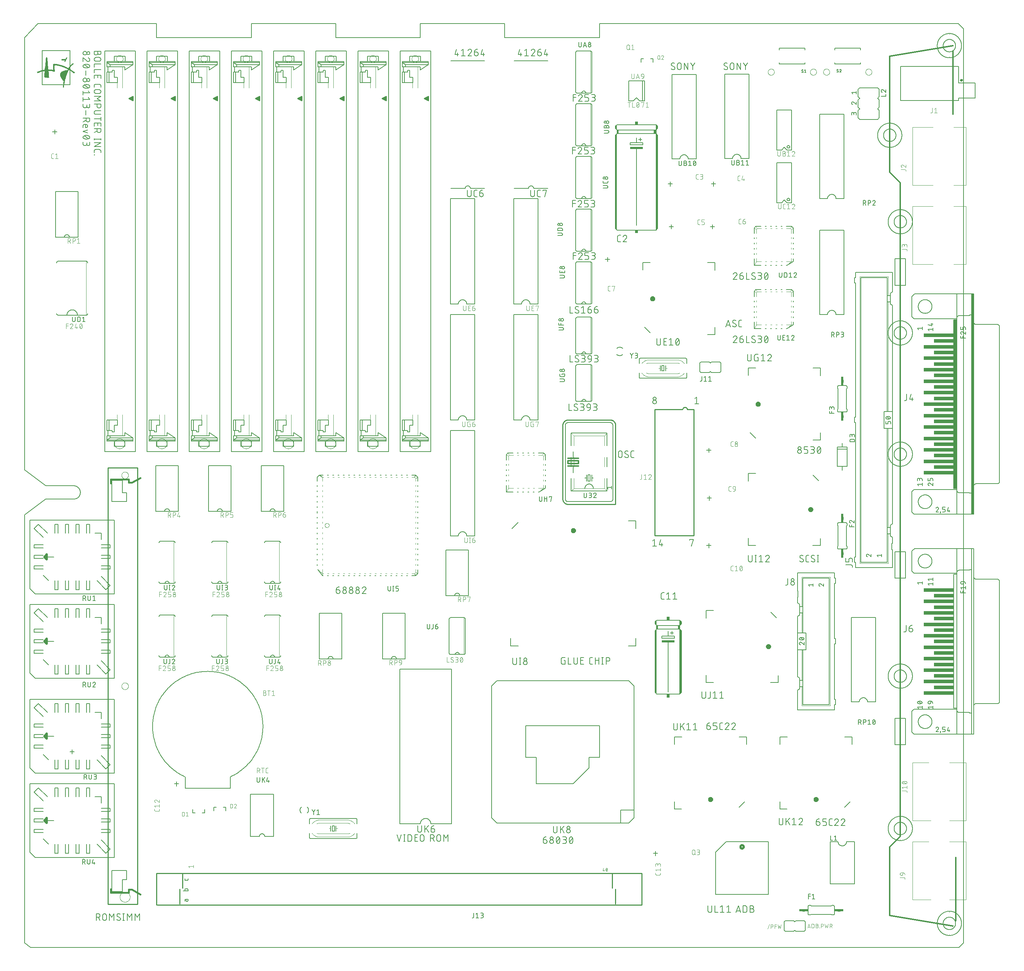
<source format=gto>
G75*
%MOIN*%
%OFA0B0*%
%FSLAX25Y25*%
%IPPOS*%
%LPD*%
%AMOC8*
5,1,8,0,0,1.08239X$1,22.5*
%
%ADD10C,0.00600*%
%ADD11C,0.01200*%
%ADD12C,0.00400*%
%ADD13R,0.00200X0.00200*%
%ADD14R,0.00200X0.00600*%
%ADD15R,0.00200X0.01200*%
%ADD16R,0.00200X0.01400*%
%ADD17R,0.00200X0.01600*%
%ADD18R,0.00200X0.33000*%
%ADD19R,0.00200X0.04200*%
%ADD20R,0.00200X0.07200*%
%ADD21R,0.00200X0.08800*%
%ADD22R,0.00200X0.10600*%
%ADD23R,0.00200X0.12400*%
%ADD24R,0.00200X0.14200*%
%ADD25R,0.00200X0.16400*%
%ADD26R,0.00200X0.18200*%
%ADD27R,0.00200X0.19200*%
%ADD28R,0.00200X0.19400*%
%ADD29R,0.00200X0.18600*%
%ADD30R,0.00200X0.15800*%
%ADD31R,0.00200X0.13800*%
%ADD32R,0.00200X0.11200*%
%ADD33R,0.00200X0.09400*%
%ADD34R,0.00200X0.08000*%
%ADD35R,0.00200X0.05400*%
%ADD36R,0.00200X0.02800*%
%ADD37R,0.00200X0.00800*%
%ADD38R,0.00200X0.07400*%
%ADD39R,0.00200X0.01800*%
%ADD40R,0.00200X0.02600*%
%ADD41R,0.00200X0.03600*%
%ADD42R,0.00200X0.05000*%
%ADD43R,0.00200X0.06000*%
%ADD44R,0.00200X0.06600*%
%ADD45R,0.00200X0.07000*%
%ADD46R,0.00200X0.07800*%
%ADD47R,0.00200X0.08600*%
%ADD48R,0.00200X0.09200*%
%ADD49R,0.00200X0.04000*%
%ADD50R,0.00200X0.13600*%
%ADD51R,0.00200X0.12000*%
%ADD52R,0.00200X0.10800*%
%ADD53R,0.00200X0.10000*%
%ADD54R,0.00200X0.09000*%
%ADD55R,0.00200X0.02400*%
%ADD56R,0.00200X0.08400*%
%ADD57R,0.00200X0.02200*%
%ADD58R,0.00200X0.06400*%
%ADD59R,0.00200X0.05800*%
%ADD60R,0.00200X0.04800*%
%ADD61R,0.00200X0.01000*%
%ADD62R,0.00200X0.03800*%
%ADD63R,0.00200X0.03200*%
%ADD64R,0.00200X0.03000*%
%ADD65R,0.00200X0.00400*%
%ADD66C,0.02000*%
%ADD67C,0.00000*%
%ADD68C,0.00300*%
%ADD69C,0.01000*%
%ADD70C,0.02400*%
%ADD71C,0.00200*%
%ADD72C,0.00500*%
%ADD73C,0.01600*%
%ADD74C,0.00800*%
%ADD75C,0.00700*%
%ADD76R,0.03000X1.60000*%
%ADD77R,0.02000X2.09000*%
%ADD78R,0.28500X0.03200*%
%ADD79R,0.18500X0.03200*%
%ADD80R,0.03400X0.02400*%
%ADD81R,0.02400X0.03400*%
%ADD82R,0.09252X0.00984*%
%ADD83R,0.12000X0.02000*%
%ADD84R,0.03000X0.03000*%
%ADD85R,0.03000X0.03500*%
%ADD86C,0.01378*%
%ADD87C,0.00394*%
D10*
X0004700Y0005800D02*
X0010200Y0001300D01*
X0890200Y0001300D01*
X0894700Y0005800D01*
X0894700Y0872800D01*
X0889700Y0877800D01*
X0549700Y0877800D01*
X0549700Y0864300D01*
X0459700Y0864300D01*
X0459700Y0877800D01*
X0379700Y0877800D01*
X0379700Y0864300D01*
X0299700Y0864300D01*
X0299700Y0877800D01*
X0219700Y0877800D01*
X0219700Y0864300D01*
X0129700Y0864300D01*
X0129700Y0877800D01*
X0017200Y0877800D01*
X0004700Y0864300D01*
X0004700Y0454300D01*
X0024700Y0439300D01*
X0051700Y0439300D01*
X0051856Y0439286D01*
X0052012Y0439267D01*
X0052168Y0439245D01*
X0052323Y0439219D01*
X0052477Y0439189D01*
X0052631Y0439155D01*
X0052783Y0439117D01*
X0052935Y0439075D01*
X0053085Y0439030D01*
X0053234Y0438981D01*
X0053382Y0438928D01*
X0053529Y0438871D01*
X0053674Y0438811D01*
X0053817Y0438748D01*
X0053959Y0438680D01*
X0054100Y0438609D01*
X0054238Y0438535D01*
X0054374Y0438457D01*
X0054509Y0438376D01*
X0054641Y0438291D01*
X0054772Y0438203D01*
X0054900Y0438112D01*
X0055025Y0438018D01*
X0055149Y0437921D01*
X0055269Y0437820D01*
X0055388Y0437717D01*
X0055503Y0437610D01*
X0055616Y0437501D01*
X0055726Y0437389D01*
X0055834Y0437274D01*
X0055938Y0437157D01*
X0056039Y0437037D01*
X0056138Y0436914D01*
X0056233Y0436789D01*
X0056325Y0436662D01*
X0056414Y0436532D01*
X0056500Y0436401D01*
X0056582Y0436267D01*
X0056661Y0436131D01*
X0056736Y0435993D01*
X0056808Y0435854D01*
X0056877Y0435712D01*
X0056942Y0435569D01*
X0057003Y0435425D01*
X0057061Y0435278D01*
X0057115Y0435131D01*
X0057165Y0434982D01*
X0057211Y0434832D01*
X0057254Y0434681D01*
X0057293Y0434529D01*
X0057328Y0434375D01*
X0057360Y0434221D01*
X0057387Y0434067D01*
X0057411Y0433911D01*
X0057430Y0433756D01*
X0057446Y0433599D01*
X0057458Y0433443D01*
X0057466Y0433286D01*
X0057470Y0433129D01*
X0057470Y0432971D01*
X0057466Y0432814D01*
X0057458Y0432657D01*
X0057446Y0432501D01*
X0057430Y0432344D01*
X0057411Y0432189D01*
X0057387Y0432033D01*
X0057360Y0431879D01*
X0057328Y0431725D01*
X0057293Y0431571D01*
X0057254Y0431419D01*
X0057211Y0431268D01*
X0057165Y0431118D01*
X0057115Y0430969D01*
X0057061Y0430822D01*
X0057003Y0430675D01*
X0056942Y0430531D01*
X0056877Y0430388D01*
X0056808Y0430246D01*
X0056736Y0430107D01*
X0056661Y0429969D01*
X0056582Y0429833D01*
X0056500Y0429699D01*
X0056414Y0429568D01*
X0056325Y0429438D01*
X0056233Y0429311D01*
X0056138Y0429186D01*
X0056039Y0429063D01*
X0055938Y0428943D01*
X0055834Y0428826D01*
X0055726Y0428711D01*
X0055616Y0428599D01*
X0055503Y0428490D01*
X0055388Y0428383D01*
X0055269Y0428280D01*
X0055149Y0428179D01*
X0055025Y0428082D01*
X0054900Y0427988D01*
X0054772Y0427897D01*
X0054641Y0427809D01*
X0054509Y0427724D01*
X0054374Y0427643D01*
X0054238Y0427565D01*
X0054100Y0427491D01*
X0053959Y0427420D01*
X0053817Y0427352D01*
X0053674Y0427289D01*
X0053529Y0427229D01*
X0053382Y0427172D01*
X0053234Y0427119D01*
X0053085Y0427070D01*
X0052935Y0427025D01*
X0052783Y0426983D01*
X0052631Y0426945D01*
X0052477Y0426911D01*
X0052323Y0426881D01*
X0052168Y0426855D01*
X0052012Y0426833D01*
X0051856Y0426814D01*
X0051700Y0426800D01*
X0024700Y0426800D01*
X0004700Y0411800D01*
X0004700Y0005800D01*
X0072500Y0027100D02*
X0072500Y0033500D01*
X0074278Y0033500D01*
X0074361Y0033498D01*
X0074444Y0033492D01*
X0074527Y0033482D01*
X0074610Y0033469D01*
X0074691Y0033451D01*
X0074772Y0033430D01*
X0074851Y0033405D01*
X0074929Y0033376D01*
X0075006Y0033344D01*
X0075081Y0033308D01*
X0075155Y0033269D01*
X0075226Y0033226D01*
X0075296Y0033180D01*
X0075363Y0033130D01*
X0075428Y0033078D01*
X0075490Y0033023D01*
X0075550Y0032964D01*
X0075607Y0032903D01*
X0075661Y0032840D01*
X0075712Y0032774D01*
X0075759Y0032705D01*
X0075804Y0032635D01*
X0075845Y0032562D01*
X0075882Y0032488D01*
X0075917Y0032412D01*
X0075947Y0032334D01*
X0075974Y0032256D01*
X0075997Y0032175D01*
X0076017Y0032094D01*
X0076032Y0032012D01*
X0076044Y0031930D01*
X0076052Y0031847D01*
X0076056Y0031764D01*
X0076056Y0031680D01*
X0076052Y0031597D01*
X0076044Y0031514D01*
X0076032Y0031432D01*
X0076017Y0031350D01*
X0075997Y0031269D01*
X0075974Y0031188D01*
X0075947Y0031110D01*
X0075917Y0031032D01*
X0075882Y0030956D01*
X0075845Y0030882D01*
X0075804Y0030809D01*
X0075759Y0030739D01*
X0075712Y0030670D01*
X0075661Y0030604D01*
X0075607Y0030541D01*
X0075550Y0030480D01*
X0075490Y0030421D01*
X0075428Y0030366D01*
X0075363Y0030314D01*
X0075296Y0030264D01*
X0075226Y0030218D01*
X0075155Y0030175D01*
X0075081Y0030136D01*
X0075006Y0030100D01*
X0074929Y0030068D01*
X0074851Y0030039D01*
X0074772Y0030014D01*
X0074691Y0029993D01*
X0074610Y0029975D01*
X0074527Y0029962D01*
X0074444Y0029952D01*
X0074361Y0029946D01*
X0074278Y0029944D01*
X0072500Y0029944D01*
X0074633Y0029944D02*
X0076056Y0027100D01*
X0078618Y0028878D02*
X0078618Y0031722D01*
X0078620Y0031805D01*
X0078626Y0031888D01*
X0078636Y0031971D01*
X0078649Y0032054D01*
X0078667Y0032135D01*
X0078688Y0032216D01*
X0078713Y0032295D01*
X0078742Y0032373D01*
X0078774Y0032450D01*
X0078810Y0032525D01*
X0078849Y0032599D01*
X0078892Y0032670D01*
X0078938Y0032740D01*
X0078988Y0032807D01*
X0079040Y0032872D01*
X0079095Y0032934D01*
X0079154Y0032994D01*
X0079215Y0033051D01*
X0079278Y0033105D01*
X0079344Y0033156D01*
X0079413Y0033203D01*
X0079483Y0033248D01*
X0079556Y0033289D01*
X0079630Y0033326D01*
X0079706Y0033361D01*
X0079784Y0033391D01*
X0079862Y0033418D01*
X0079943Y0033441D01*
X0080024Y0033461D01*
X0080106Y0033476D01*
X0080188Y0033488D01*
X0080271Y0033496D01*
X0080354Y0033500D01*
X0080438Y0033500D01*
X0080521Y0033496D01*
X0080604Y0033488D01*
X0080686Y0033476D01*
X0080768Y0033461D01*
X0080849Y0033441D01*
X0080930Y0033418D01*
X0081008Y0033391D01*
X0081086Y0033361D01*
X0081162Y0033326D01*
X0081236Y0033289D01*
X0081309Y0033248D01*
X0081379Y0033203D01*
X0081448Y0033156D01*
X0081514Y0033105D01*
X0081577Y0033051D01*
X0081638Y0032994D01*
X0081697Y0032934D01*
X0081752Y0032872D01*
X0081804Y0032807D01*
X0081854Y0032740D01*
X0081900Y0032670D01*
X0081943Y0032599D01*
X0081982Y0032525D01*
X0082018Y0032450D01*
X0082050Y0032373D01*
X0082079Y0032295D01*
X0082104Y0032216D01*
X0082125Y0032135D01*
X0082143Y0032054D01*
X0082156Y0031971D01*
X0082166Y0031888D01*
X0082172Y0031805D01*
X0082174Y0031722D01*
X0082174Y0028878D01*
X0082172Y0028795D01*
X0082166Y0028712D01*
X0082156Y0028629D01*
X0082143Y0028546D01*
X0082125Y0028465D01*
X0082104Y0028384D01*
X0082079Y0028305D01*
X0082050Y0028227D01*
X0082018Y0028150D01*
X0081982Y0028075D01*
X0081943Y0028001D01*
X0081900Y0027930D01*
X0081854Y0027860D01*
X0081804Y0027793D01*
X0081752Y0027728D01*
X0081697Y0027666D01*
X0081638Y0027606D01*
X0081577Y0027549D01*
X0081514Y0027495D01*
X0081448Y0027444D01*
X0081379Y0027397D01*
X0081309Y0027352D01*
X0081236Y0027311D01*
X0081162Y0027274D01*
X0081086Y0027239D01*
X0081008Y0027209D01*
X0080930Y0027182D01*
X0080849Y0027159D01*
X0080768Y0027139D01*
X0080686Y0027124D01*
X0080604Y0027112D01*
X0080521Y0027104D01*
X0080438Y0027100D01*
X0080354Y0027100D01*
X0080271Y0027104D01*
X0080188Y0027112D01*
X0080106Y0027124D01*
X0080024Y0027139D01*
X0079943Y0027159D01*
X0079862Y0027182D01*
X0079784Y0027209D01*
X0079706Y0027239D01*
X0079630Y0027274D01*
X0079556Y0027311D01*
X0079483Y0027352D01*
X0079413Y0027397D01*
X0079344Y0027444D01*
X0079278Y0027495D01*
X0079215Y0027549D01*
X0079154Y0027606D01*
X0079095Y0027666D01*
X0079040Y0027728D01*
X0078988Y0027793D01*
X0078938Y0027860D01*
X0078892Y0027930D01*
X0078849Y0028001D01*
X0078810Y0028075D01*
X0078774Y0028150D01*
X0078742Y0028227D01*
X0078713Y0028305D01*
X0078688Y0028384D01*
X0078667Y0028465D01*
X0078649Y0028546D01*
X0078636Y0028629D01*
X0078626Y0028712D01*
X0078620Y0028795D01*
X0078618Y0028878D01*
X0085032Y0027100D02*
X0085032Y0033500D01*
X0087165Y0029944D01*
X0089299Y0033500D01*
X0089299Y0027100D01*
X0094796Y0029766D02*
X0094860Y0029726D01*
X0094921Y0029683D01*
X0094980Y0029637D01*
X0095037Y0029588D01*
X0095091Y0029536D01*
X0095142Y0029482D01*
X0095190Y0029424D01*
X0095236Y0029365D01*
X0095278Y0029303D01*
X0095317Y0029238D01*
X0095352Y0029172D01*
X0095384Y0029105D01*
X0095413Y0029035D01*
X0095438Y0028965D01*
X0095459Y0028893D01*
X0095476Y0028820D01*
X0095490Y0028746D01*
X0095499Y0028672D01*
X0095505Y0028597D01*
X0095507Y0028522D01*
X0095505Y0028448D01*
X0095499Y0028373D01*
X0095489Y0028300D01*
X0095476Y0028226D01*
X0095459Y0028154D01*
X0095437Y0028083D01*
X0095413Y0028012D01*
X0095384Y0027944D01*
X0095352Y0027876D01*
X0095316Y0027811D01*
X0095278Y0027748D01*
X0095235Y0027686D01*
X0095190Y0027627D01*
X0095142Y0027570D01*
X0095091Y0027516D01*
X0095037Y0027465D01*
X0094980Y0027417D01*
X0094921Y0027372D01*
X0094859Y0027329D01*
X0094796Y0027291D01*
X0094731Y0027255D01*
X0094663Y0027223D01*
X0094595Y0027194D01*
X0094524Y0027170D01*
X0094453Y0027148D01*
X0094381Y0027131D01*
X0094307Y0027118D01*
X0094234Y0027108D01*
X0094159Y0027102D01*
X0094085Y0027100D01*
X0094796Y0029767D02*
X0092841Y0030833D01*
X0093552Y0033500D02*
X0093653Y0033498D01*
X0093754Y0033492D01*
X0093854Y0033483D01*
X0093954Y0033469D01*
X0094054Y0033452D01*
X0094153Y0033432D01*
X0094250Y0033407D01*
X0094347Y0033379D01*
X0094443Y0033347D01*
X0094538Y0033311D01*
X0094631Y0033272D01*
X0094722Y0033230D01*
X0094812Y0033184D01*
X0094900Y0033134D01*
X0094986Y0033082D01*
X0095070Y0033026D01*
X0095152Y0032967D01*
X0092841Y0030834D02*
X0092777Y0030874D01*
X0092716Y0030917D01*
X0092657Y0030963D01*
X0092600Y0031012D01*
X0092546Y0031064D01*
X0092495Y0031118D01*
X0092447Y0031176D01*
X0092401Y0031235D01*
X0092359Y0031297D01*
X0092320Y0031362D01*
X0092285Y0031428D01*
X0092253Y0031495D01*
X0092224Y0031565D01*
X0092199Y0031635D01*
X0092178Y0031707D01*
X0092161Y0031780D01*
X0092147Y0031854D01*
X0092138Y0031928D01*
X0092132Y0032003D01*
X0092130Y0032078D01*
X0092132Y0032152D01*
X0092138Y0032227D01*
X0092148Y0032300D01*
X0092161Y0032374D01*
X0092178Y0032446D01*
X0092200Y0032517D01*
X0092224Y0032588D01*
X0092253Y0032656D01*
X0092285Y0032724D01*
X0092321Y0032789D01*
X0092359Y0032852D01*
X0092402Y0032914D01*
X0092447Y0032973D01*
X0092495Y0033030D01*
X0092546Y0033084D01*
X0092601Y0033135D01*
X0092657Y0033183D01*
X0092716Y0033228D01*
X0092778Y0033271D01*
X0092841Y0033309D01*
X0092906Y0033345D01*
X0092974Y0033377D01*
X0093042Y0033406D01*
X0093113Y0033430D01*
X0093184Y0033452D01*
X0093256Y0033469D01*
X0093330Y0033482D01*
X0093403Y0033492D01*
X0093478Y0033498D01*
X0093552Y0033500D01*
X0091952Y0027989D02*
X0092029Y0027914D01*
X0092109Y0027841D01*
X0092192Y0027772D01*
X0092277Y0027705D01*
X0092364Y0027642D01*
X0092453Y0027582D01*
X0092545Y0027525D01*
X0092638Y0027471D01*
X0092734Y0027421D01*
X0092831Y0027374D01*
X0092930Y0027331D01*
X0093030Y0027291D01*
X0093131Y0027255D01*
X0093234Y0027223D01*
X0093338Y0027194D01*
X0093443Y0027169D01*
X0093549Y0027148D01*
X0093655Y0027131D01*
X0093762Y0027117D01*
X0093870Y0027108D01*
X0093977Y0027102D01*
X0094085Y0027100D01*
X0097736Y0027100D02*
X0099159Y0027100D01*
X0098448Y0027100D02*
X0098448Y0033500D01*
X0099159Y0033500D02*
X0097736Y0033500D01*
X0101853Y0033500D02*
X0103986Y0029944D01*
X0106120Y0033500D01*
X0106120Y0027100D01*
X0109238Y0027100D02*
X0109238Y0033500D01*
X0111371Y0029944D01*
X0113504Y0033500D01*
X0113504Y0027100D01*
X0101853Y0027100D02*
X0101853Y0033500D01*
X0097200Y0054300D02*
X0087200Y0054300D01*
X0087200Y0074300D01*
X0101200Y0074300D01*
X0101200Y0065800D01*
X0097200Y0065800D01*
X0097200Y0054300D01*
X0089700Y0086800D02*
X0089700Y0156800D01*
X0009700Y0156800D01*
X0009700Y0091800D01*
X0014700Y0086800D01*
X0089700Y0086800D01*
X0081700Y0090800D02*
X0073200Y0099300D01*
X0077200Y0103300D02*
X0085700Y0094800D01*
X0081700Y0090800D01*
X0066200Y0090800D02*
X0066200Y0099300D01*
X0063200Y0099300D02*
X0063200Y0090800D01*
X0066200Y0090800D01*
X0056200Y0090800D02*
X0056200Y0099300D01*
X0053200Y0099300D02*
X0053200Y0090800D01*
X0056200Y0090800D01*
X0046200Y0090800D02*
X0043200Y0090800D01*
X0043200Y0099300D01*
X0046200Y0099300D02*
X0046200Y0090800D01*
X0036200Y0090800D02*
X0036200Y0099300D01*
X0033200Y0099300D02*
X0033200Y0090800D01*
X0036200Y0090800D01*
X0027200Y0099300D02*
X0022200Y0104300D01*
X0022200Y0110300D02*
X0013700Y0110300D01*
X0013700Y0113300D01*
X0022200Y0113300D01*
X0022200Y0120300D02*
X0013700Y0120300D01*
X0013700Y0123300D01*
X0022200Y0123300D01*
X0023200Y0121800D02*
X0032200Y0121800D01*
X0022200Y0130300D02*
X0013700Y0130300D01*
X0013700Y0133300D01*
X0022200Y0133300D01*
X0022200Y0140300D02*
X0013700Y0148800D01*
X0017700Y0152800D01*
X0026200Y0144300D01*
X0033200Y0144300D02*
X0033200Y0152800D01*
X0036200Y0152800D01*
X0036200Y0144300D01*
X0043200Y0144300D02*
X0043200Y0152800D01*
X0046200Y0152800D01*
X0046200Y0144300D01*
X0053200Y0144300D02*
X0053200Y0152800D01*
X0056200Y0152800D01*
X0056200Y0144300D01*
X0063200Y0144300D02*
X0063200Y0152800D01*
X0066200Y0152800D01*
X0066200Y0144300D01*
X0071200Y0144300D02*
X0077200Y0144300D01*
X0077200Y0138300D01*
X0077200Y0133300D02*
X0085700Y0133300D01*
X0085700Y0130300D01*
X0077200Y0130300D01*
X0077200Y0123300D02*
X0085700Y0123300D01*
X0085700Y0120300D01*
X0077200Y0120300D01*
X0077200Y0113300D02*
X0085700Y0113300D01*
X0085700Y0110300D01*
X0077200Y0110300D01*
X0089700Y0166800D02*
X0089700Y0236800D01*
X0009700Y0236800D01*
X0009700Y0171800D01*
X0014700Y0166800D01*
X0089700Y0166800D01*
X0081700Y0170800D02*
X0073200Y0179300D01*
X0077200Y0183300D02*
X0085700Y0174800D01*
X0081700Y0170800D01*
X0066200Y0170800D02*
X0066200Y0179300D01*
X0063200Y0179300D02*
X0063200Y0170800D01*
X0066200Y0170800D01*
X0056200Y0170800D02*
X0056200Y0179300D01*
X0053200Y0179300D02*
X0053200Y0170800D01*
X0056200Y0170800D01*
X0046200Y0170800D02*
X0043200Y0170800D01*
X0043200Y0179300D01*
X0046200Y0179300D02*
X0046200Y0170800D01*
X0036200Y0170800D02*
X0036200Y0179300D01*
X0033200Y0179300D02*
X0033200Y0170800D01*
X0036200Y0170800D01*
X0027200Y0179300D02*
X0022200Y0184300D01*
X0022200Y0190300D02*
X0013700Y0190300D01*
X0013700Y0193300D01*
X0022200Y0193300D01*
X0022200Y0200300D02*
X0013700Y0200300D01*
X0013700Y0203300D01*
X0022200Y0203300D01*
X0023200Y0201800D02*
X0032200Y0201800D01*
X0022200Y0210300D02*
X0013700Y0210300D01*
X0013700Y0213300D01*
X0022200Y0213300D01*
X0022200Y0220300D02*
X0013700Y0228800D01*
X0017700Y0232800D01*
X0026200Y0224300D01*
X0033200Y0224300D02*
X0033200Y0232800D01*
X0036200Y0232800D01*
X0036200Y0224300D01*
X0043200Y0224300D02*
X0043200Y0232800D01*
X0046200Y0232800D01*
X0046200Y0224300D01*
X0053200Y0224300D02*
X0053200Y0232800D01*
X0056200Y0232800D01*
X0056200Y0224300D01*
X0063200Y0224300D02*
X0063200Y0232800D01*
X0066200Y0232800D01*
X0066200Y0224300D01*
X0071200Y0224300D02*
X0077200Y0224300D01*
X0077200Y0218300D01*
X0077200Y0213300D02*
X0085700Y0213300D01*
X0085700Y0210300D01*
X0077200Y0210300D01*
X0077200Y0203300D02*
X0085700Y0203300D01*
X0085700Y0200300D01*
X0077200Y0200300D01*
X0077200Y0193300D02*
X0085700Y0193300D01*
X0085700Y0190300D01*
X0077200Y0190300D01*
X0051767Y0187089D02*
X0047500Y0187089D01*
X0049633Y0184956D02*
X0049633Y0189222D01*
X0046200Y0260800D02*
X0043200Y0260800D01*
X0043200Y0269300D01*
X0046200Y0269300D02*
X0046200Y0260800D01*
X0053200Y0260800D02*
X0053200Y0269300D01*
X0056200Y0269300D02*
X0056200Y0260800D01*
X0053200Y0260800D01*
X0063200Y0260800D02*
X0063200Y0269300D01*
X0066200Y0269300D02*
X0066200Y0260800D01*
X0063200Y0260800D01*
X0073200Y0269300D02*
X0081700Y0260800D01*
X0085700Y0264800D01*
X0077200Y0273300D01*
X0077200Y0280300D02*
X0085700Y0280300D01*
X0085700Y0283300D01*
X0077200Y0283300D01*
X0077200Y0290300D02*
X0085700Y0290300D01*
X0085700Y0293300D01*
X0077200Y0293300D01*
X0077200Y0300300D02*
X0085700Y0300300D01*
X0085700Y0303300D01*
X0077200Y0303300D01*
X0077200Y0308300D02*
X0077200Y0314300D01*
X0071200Y0314300D01*
X0066200Y0314300D02*
X0066200Y0322800D01*
X0063200Y0322800D01*
X0063200Y0314300D01*
X0056200Y0314300D02*
X0056200Y0322800D01*
X0053200Y0322800D01*
X0053200Y0314300D01*
X0046200Y0314300D02*
X0046200Y0322800D01*
X0043200Y0322800D01*
X0043200Y0314300D01*
X0036200Y0314300D02*
X0036200Y0322800D01*
X0033200Y0322800D01*
X0033200Y0314300D01*
X0026200Y0314300D02*
X0017700Y0322800D01*
X0013700Y0318800D01*
X0022200Y0310300D01*
X0022200Y0303300D02*
X0013700Y0303300D01*
X0013700Y0300300D01*
X0022200Y0300300D01*
X0022200Y0293300D02*
X0013700Y0293300D01*
X0013700Y0290300D01*
X0022200Y0290300D01*
X0023200Y0291800D02*
X0032200Y0291800D01*
X0022200Y0283300D02*
X0013700Y0283300D01*
X0013700Y0280300D01*
X0022200Y0280300D01*
X0022200Y0274300D02*
X0027200Y0269300D01*
X0033200Y0269300D02*
X0033200Y0260800D01*
X0036200Y0260800D01*
X0036200Y0269300D01*
X0014700Y0256800D02*
X0089700Y0256800D01*
X0089700Y0326800D01*
X0009700Y0326800D01*
X0009700Y0261800D01*
X0014700Y0256800D01*
X0014700Y0336800D02*
X0089700Y0336800D01*
X0089700Y0406800D01*
X0009700Y0406800D01*
X0009700Y0341800D01*
X0014700Y0336800D01*
X0027200Y0349300D02*
X0022200Y0354300D01*
X0022200Y0360300D02*
X0013700Y0360300D01*
X0013700Y0363300D01*
X0022200Y0363300D01*
X0022200Y0370300D02*
X0013700Y0370300D01*
X0013700Y0373300D01*
X0022200Y0373300D01*
X0023200Y0371800D02*
X0032200Y0371800D01*
X0022200Y0380300D02*
X0013700Y0380300D01*
X0013700Y0383300D01*
X0022200Y0383300D01*
X0022200Y0390300D02*
X0013700Y0398800D01*
X0017700Y0402800D01*
X0026200Y0394300D01*
X0033200Y0394300D02*
X0033200Y0402800D01*
X0036200Y0402800D01*
X0036200Y0394300D01*
X0043200Y0394300D02*
X0043200Y0402800D01*
X0046200Y0402800D01*
X0046200Y0394300D01*
X0053200Y0394300D02*
X0053200Y0402800D01*
X0056200Y0402800D01*
X0056200Y0394300D01*
X0063200Y0394300D02*
X0063200Y0402800D01*
X0066200Y0402800D01*
X0066200Y0394300D01*
X0071200Y0394300D02*
X0077200Y0394300D01*
X0077200Y0388300D01*
X0077200Y0383300D02*
X0085700Y0383300D01*
X0085700Y0380300D01*
X0077200Y0380300D01*
X0077200Y0373300D02*
X0085700Y0373300D01*
X0085700Y0370300D01*
X0077200Y0370300D01*
X0077200Y0363300D02*
X0085700Y0363300D01*
X0085700Y0360300D01*
X0077200Y0360300D01*
X0077200Y0353300D02*
X0085700Y0344800D01*
X0081700Y0340800D01*
X0073200Y0349300D01*
X0066200Y0349300D02*
X0066200Y0340800D01*
X0063200Y0340800D01*
X0063200Y0349300D01*
X0056200Y0349300D02*
X0056200Y0340800D01*
X0053200Y0340800D01*
X0053200Y0349300D01*
X0046200Y0349300D02*
X0046200Y0340800D01*
X0043200Y0340800D01*
X0043200Y0349300D01*
X0036200Y0349300D02*
X0036200Y0340800D01*
X0033200Y0340800D01*
X0033200Y0349300D01*
X0087200Y0424300D02*
X0101200Y0424300D01*
X0101200Y0432800D01*
X0097200Y0432800D01*
X0097200Y0444300D01*
X0087200Y0444300D01*
X0087200Y0424300D01*
X0080700Y0471800D02*
X0109700Y0471800D01*
X0109700Y0851800D01*
X0080700Y0851800D01*
X0080700Y0471800D01*
X0082700Y0481800D02*
X0082700Y0482800D01*
X0085700Y0484800D01*
X0085700Y0486800D01*
X0097200Y0486800D01*
X0099700Y0486800D01*
X0099700Y0489800D01*
X0107200Y0484800D01*
X0085700Y0484800D01*
X0085700Y0486800D02*
X0083700Y0486800D01*
X0083700Y0491800D01*
X0084700Y0491800D01*
X0084700Y0501800D01*
X0092200Y0501800D01*
X0092700Y0501800D01*
X0092700Y0496800D01*
X0089700Y0496800D01*
X0089700Y0490300D01*
X0087700Y0490300D01*
X0087700Y0491800D01*
X0084700Y0491800D01*
X0083700Y0491800D02*
X0082700Y0491800D01*
X0082700Y0501800D01*
X0084700Y0501800D01*
X0083700Y0486800D02*
X0082700Y0486800D01*
X0082700Y0482800D01*
X0107200Y0482800D01*
X0107200Y0481800D01*
X0082700Y0481800D01*
X0089700Y0481800D02*
X0089700Y0476800D01*
X0099600Y0476800D01*
X0099600Y0481800D01*
X0107200Y0482800D02*
X0107200Y0484800D01*
X0122700Y0482800D02*
X0125700Y0484800D01*
X0125700Y0486800D01*
X0137200Y0486800D01*
X0139700Y0486800D01*
X0139700Y0489800D01*
X0147200Y0484800D01*
X0125700Y0484800D01*
X0125700Y0486800D02*
X0123700Y0486800D01*
X0123700Y0491800D01*
X0124700Y0491800D01*
X0124700Y0501800D01*
X0132200Y0501800D01*
X0132700Y0501800D01*
X0132700Y0496800D01*
X0129700Y0496800D01*
X0129700Y0490300D01*
X0127700Y0490300D01*
X0127700Y0491800D01*
X0124700Y0491800D01*
X0123700Y0491800D02*
X0122700Y0491800D01*
X0122700Y0501800D01*
X0124700Y0501800D01*
X0123700Y0486800D02*
X0122700Y0486800D01*
X0122700Y0482800D01*
X0147200Y0482800D01*
X0147200Y0481800D01*
X0122700Y0481800D01*
X0122700Y0482800D01*
X0129700Y0481800D02*
X0129700Y0476800D01*
X0139600Y0476800D01*
X0139600Y0481800D01*
X0147200Y0482800D02*
X0147200Y0484800D01*
X0149700Y0471800D02*
X0149700Y0851800D01*
X0120700Y0851800D01*
X0120700Y0471800D01*
X0149700Y0471800D01*
X0160700Y0471800D02*
X0189700Y0471800D01*
X0189700Y0851800D01*
X0160700Y0851800D01*
X0160700Y0471800D01*
X0162700Y0481800D02*
X0162700Y0482800D01*
X0165700Y0484800D01*
X0165700Y0486800D01*
X0177200Y0486800D01*
X0179700Y0486800D01*
X0179700Y0489800D01*
X0187200Y0484800D01*
X0165700Y0484800D01*
X0165700Y0486800D02*
X0163700Y0486800D01*
X0163700Y0491800D01*
X0164700Y0491800D01*
X0164700Y0501800D01*
X0172200Y0501800D01*
X0172700Y0501800D01*
X0172700Y0496800D01*
X0169700Y0496800D01*
X0169700Y0490300D01*
X0167700Y0490300D01*
X0167700Y0491800D01*
X0164700Y0491800D01*
X0163700Y0491800D02*
X0162700Y0491800D01*
X0162700Y0501800D01*
X0164700Y0501800D01*
X0163700Y0486800D02*
X0162700Y0486800D01*
X0162700Y0482800D01*
X0187200Y0482800D01*
X0187200Y0481800D01*
X0162700Y0481800D01*
X0169700Y0481800D02*
X0169700Y0476800D01*
X0179600Y0476800D01*
X0179600Y0481800D01*
X0187200Y0482800D02*
X0187200Y0484800D01*
X0202700Y0482800D02*
X0205700Y0484800D01*
X0205700Y0486800D01*
X0217200Y0486800D01*
X0219700Y0486800D01*
X0219700Y0489800D01*
X0227200Y0484800D01*
X0205700Y0484800D01*
X0205700Y0486800D02*
X0203700Y0486800D01*
X0203700Y0491800D01*
X0204700Y0491800D01*
X0204700Y0501800D01*
X0212200Y0501800D01*
X0212700Y0501800D01*
X0212700Y0496800D01*
X0209700Y0496800D01*
X0209700Y0490300D01*
X0207700Y0490300D01*
X0207700Y0491800D01*
X0204700Y0491800D01*
X0203700Y0491800D02*
X0202700Y0491800D01*
X0202700Y0501800D01*
X0204700Y0501800D01*
X0203700Y0486800D02*
X0202700Y0486800D01*
X0202700Y0482800D01*
X0227200Y0482800D01*
X0227200Y0481800D01*
X0202700Y0481800D01*
X0202700Y0482800D01*
X0209700Y0481800D02*
X0209700Y0476800D01*
X0219600Y0476800D01*
X0219600Y0481800D01*
X0227200Y0482800D02*
X0227200Y0484800D01*
X0229700Y0471800D02*
X0229700Y0851800D01*
X0200700Y0851800D01*
X0200700Y0471800D01*
X0229700Y0471800D01*
X0240700Y0471800D02*
X0269700Y0471800D01*
X0269700Y0851800D01*
X0240700Y0851800D01*
X0240700Y0471800D01*
X0242700Y0481800D02*
X0242700Y0482800D01*
X0245700Y0484800D01*
X0245700Y0486800D01*
X0257200Y0486800D01*
X0259700Y0486800D01*
X0259700Y0489800D01*
X0267200Y0484800D01*
X0245700Y0484800D01*
X0245700Y0486800D02*
X0243700Y0486800D01*
X0243700Y0491800D01*
X0244700Y0491800D01*
X0244700Y0501800D01*
X0252200Y0501800D01*
X0252700Y0501800D01*
X0252700Y0496800D01*
X0249700Y0496800D01*
X0249700Y0490300D01*
X0247700Y0490300D01*
X0247700Y0491800D01*
X0244700Y0491800D01*
X0243700Y0491800D02*
X0242700Y0491800D01*
X0242700Y0501800D01*
X0244700Y0501800D01*
X0243700Y0486800D02*
X0242700Y0486800D01*
X0242700Y0482800D01*
X0267200Y0482800D01*
X0267200Y0481800D01*
X0242700Y0481800D01*
X0249700Y0481800D02*
X0249700Y0476800D01*
X0259600Y0476800D01*
X0259600Y0481800D01*
X0267200Y0482800D02*
X0267200Y0484800D01*
X0282700Y0482800D02*
X0285700Y0484800D01*
X0285700Y0486800D01*
X0297200Y0486800D01*
X0299700Y0486800D01*
X0299700Y0489800D01*
X0307200Y0484800D01*
X0285700Y0484800D01*
X0285700Y0486800D02*
X0283700Y0486800D01*
X0283700Y0491800D01*
X0284700Y0491800D01*
X0284700Y0501800D01*
X0292200Y0501800D01*
X0292700Y0501800D01*
X0292700Y0496800D01*
X0289700Y0496800D01*
X0289700Y0490300D01*
X0287700Y0490300D01*
X0287700Y0491800D01*
X0284700Y0491800D01*
X0283700Y0491800D02*
X0282700Y0491800D01*
X0282700Y0501800D01*
X0284700Y0501800D01*
X0283700Y0486800D02*
X0282700Y0486800D01*
X0282700Y0482800D01*
X0307200Y0482800D01*
X0307200Y0481800D01*
X0282700Y0481800D01*
X0282700Y0482800D01*
X0289700Y0481800D02*
X0289700Y0476800D01*
X0299600Y0476800D01*
X0299600Y0481800D01*
X0307200Y0482800D02*
X0307200Y0484800D01*
X0322700Y0482800D02*
X0325700Y0484800D01*
X0325700Y0486800D01*
X0337200Y0486800D01*
X0339700Y0486800D01*
X0339700Y0489800D01*
X0347200Y0484800D01*
X0325700Y0484800D01*
X0325700Y0486800D02*
X0323700Y0486800D01*
X0323700Y0491800D01*
X0324700Y0491800D01*
X0324700Y0501800D01*
X0332200Y0501800D01*
X0332700Y0501800D01*
X0332700Y0496800D01*
X0329700Y0496800D01*
X0329700Y0490300D01*
X0327700Y0490300D01*
X0327700Y0491800D01*
X0324700Y0491800D01*
X0323700Y0491800D02*
X0322700Y0491800D01*
X0322700Y0501800D01*
X0324700Y0501800D01*
X0323700Y0486800D02*
X0322700Y0486800D01*
X0322700Y0482800D01*
X0347200Y0482800D01*
X0347200Y0481800D01*
X0322700Y0481800D01*
X0322700Y0482800D01*
X0329700Y0481800D02*
X0329700Y0476800D01*
X0339600Y0476800D01*
X0339600Y0481800D01*
X0347200Y0482800D02*
X0347200Y0484800D01*
X0349700Y0471800D02*
X0349700Y0851800D01*
X0320700Y0851800D01*
X0320700Y0471800D01*
X0349700Y0471800D01*
X0360700Y0471800D02*
X0389700Y0471800D01*
X0389700Y0851800D01*
X0360700Y0851800D01*
X0360700Y0471800D01*
X0362700Y0481800D02*
X0362700Y0482800D01*
X0365700Y0484800D01*
X0365700Y0486800D01*
X0377200Y0486800D01*
X0379700Y0486800D01*
X0379700Y0489800D01*
X0387200Y0484800D01*
X0365700Y0484800D01*
X0365700Y0486800D02*
X0363700Y0486800D01*
X0363700Y0491800D01*
X0364700Y0491800D01*
X0364700Y0501800D01*
X0372200Y0501800D01*
X0372700Y0501800D01*
X0372700Y0496800D01*
X0369700Y0496800D01*
X0369700Y0490300D01*
X0367700Y0490300D01*
X0367700Y0491800D01*
X0364700Y0491800D01*
X0363700Y0491800D02*
X0362700Y0491800D01*
X0362700Y0501800D01*
X0364700Y0501800D01*
X0363700Y0486800D02*
X0362700Y0486800D01*
X0362700Y0482800D01*
X0387200Y0482800D01*
X0387200Y0481800D01*
X0362700Y0481800D01*
X0369700Y0481800D02*
X0369700Y0476800D01*
X0379600Y0476800D01*
X0379600Y0481800D01*
X0387200Y0482800D02*
X0387200Y0484800D01*
X0408200Y0491800D02*
X0431200Y0491800D01*
X0431200Y0391800D01*
X0423700Y0391800D01*
X0423698Y0391926D01*
X0423692Y0392051D01*
X0423682Y0392176D01*
X0423668Y0392301D01*
X0423651Y0392426D01*
X0423629Y0392550D01*
X0423604Y0392673D01*
X0423574Y0392795D01*
X0423541Y0392916D01*
X0423504Y0393036D01*
X0423464Y0393155D01*
X0423419Y0393272D01*
X0423371Y0393389D01*
X0423319Y0393503D01*
X0423264Y0393616D01*
X0423205Y0393727D01*
X0423143Y0393836D01*
X0423077Y0393943D01*
X0423008Y0394048D01*
X0422936Y0394151D01*
X0422861Y0394252D01*
X0422782Y0394350D01*
X0422700Y0394445D01*
X0422616Y0394538D01*
X0422528Y0394628D01*
X0422438Y0394716D01*
X0422345Y0394800D01*
X0422250Y0394882D01*
X0422152Y0394961D01*
X0422051Y0395036D01*
X0421948Y0395108D01*
X0421843Y0395177D01*
X0421736Y0395243D01*
X0421627Y0395305D01*
X0421516Y0395364D01*
X0421403Y0395419D01*
X0421289Y0395471D01*
X0421172Y0395519D01*
X0421055Y0395564D01*
X0420936Y0395604D01*
X0420816Y0395641D01*
X0420695Y0395674D01*
X0420573Y0395704D01*
X0420450Y0395729D01*
X0420326Y0395751D01*
X0420201Y0395768D01*
X0420076Y0395782D01*
X0419951Y0395792D01*
X0419826Y0395798D01*
X0419700Y0395800D01*
X0419574Y0395798D01*
X0419449Y0395792D01*
X0419324Y0395782D01*
X0419199Y0395768D01*
X0419074Y0395751D01*
X0418950Y0395729D01*
X0418827Y0395704D01*
X0418705Y0395674D01*
X0418584Y0395641D01*
X0418464Y0395604D01*
X0418345Y0395564D01*
X0418228Y0395519D01*
X0418111Y0395471D01*
X0417997Y0395419D01*
X0417884Y0395364D01*
X0417773Y0395305D01*
X0417664Y0395243D01*
X0417557Y0395177D01*
X0417452Y0395108D01*
X0417349Y0395036D01*
X0417248Y0394961D01*
X0417150Y0394882D01*
X0417055Y0394800D01*
X0416962Y0394716D01*
X0416872Y0394628D01*
X0416784Y0394538D01*
X0416700Y0394445D01*
X0416618Y0394350D01*
X0416539Y0394252D01*
X0416464Y0394151D01*
X0416392Y0394048D01*
X0416323Y0393943D01*
X0416257Y0393836D01*
X0416195Y0393727D01*
X0416136Y0393616D01*
X0416081Y0393503D01*
X0416029Y0393389D01*
X0415981Y0393272D01*
X0415936Y0393155D01*
X0415896Y0393036D01*
X0415859Y0392916D01*
X0415826Y0392795D01*
X0415796Y0392673D01*
X0415771Y0392550D01*
X0415749Y0392426D01*
X0415732Y0392301D01*
X0415718Y0392176D01*
X0415708Y0392051D01*
X0415702Y0391926D01*
X0415700Y0391800D01*
X0408200Y0391800D01*
X0408200Y0491800D01*
X0408200Y0501800D02*
X0415700Y0501800D01*
X0415702Y0501926D01*
X0415708Y0502051D01*
X0415718Y0502176D01*
X0415732Y0502301D01*
X0415749Y0502426D01*
X0415771Y0502550D01*
X0415796Y0502673D01*
X0415826Y0502795D01*
X0415859Y0502916D01*
X0415896Y0503036D01*
X0415936Y0503155D01*
X0415981Y0503272D01*
X0416029Y0503389D01*
X0416081Y0503503D01*
X0416136Y0503616D01*
X0416195Y0503727D01*
X0416257Y0503836D01*
X0416323Y0503943D01*
X0416392Y0504048D01*
X0416464Y0504151D01*
X0416539Y0504252D01*
X0416618Y0504350D01*
X0416700Y0504445D01*
X0416784Y0504538D01*
X0416872Y0504628D01*
X0416962Y0504716D01*
X0417055Y0504800D01*
X0417150Y0504882D01*
X0417248Y0504961D01*
X0417349Y0505036D01*
X0417452Y0505108D01*
X0417557Y0505177D01*
X0417664Y0505243D01*
X0417773Y0505305D01*
X0417884Y0505364D01*
X0417997Y0505419D01*
X0418111Y0505471D01*
X0418228Y0505519D01*
X0418345Y0505564D01*
X0418464Y0505604D01*
X0418584Y0505641D01*
X0418705Y0505674D01*
X0418827Y0505704D01*
X0418950Y0505729D01*
X0419074Y0505751D01*
X0419199Y0505768D01*
X0419324Y0505782D01*
X0419449Y0505792D01*
X0419574Y0505798D01*
X0419700Y0505800D01*
X0419826Y0505798D01*
X0419951Y0505792D01*
X0420076Y0505782D01*
X0420201Y0505768D01*
X0420326Y0505751D01*
X0420450Y0505729D01*
X0420573Y0505704D01*
X0420695Y0505674D01*
X0420816Y0505641D01*
X0420936Y0505604D01*
X0421055Y0505564D01*
X0421172Y0505519D01*
X0421289Y0505471D01*
X0421403Y0505419D01*
X0421516Y0505364D01*
X0421627Y0505305D01*
X0421736Y0505243D01*
X0421843Y0505177D01*
X0421948Y0505108D01*
X0422051Y0505036D01*
X0422152Y0504961D01*
X0422250Y0504882D01*
X0422345Y0504800D01*
X0422438Y0504716D01*
X0422528Y0504628D01*
X0422616Y0504538D01*
X0422700Y0504445D01*
X0422782Y0504350D01*
X0422861Y0504252D01*
X0422936Y0504151D01*
X0423008Y0504048D01*
X0423077Y0503943D01*
X0423143Y0503836D01*
X0423205Y0503727D01*
X0423264Y0503616D01*
X0423319Y0503503D01*
X0423371Y0503389D01*
X0423419Y0503272D01*
X0423464Y0503155D01*
X0423504Y0503036D01*
X0423541Y0502916D01*
X0423574Y0502795D01*
X0423604Y0502673D01*
X0423629Y0502550D01*
X0423651Y0502426D01*
X0423668Y0502301D01*
X0423682Y0502176D01*
X0423692Y0502051D01*
X0423698Y0501926D01*
X0423700Y0501800D01*
X0431200Y0501800D01*
X0431200Y0601800D01*
X0408200Y0601800D01*
X0408200Y0501800D01*
X0375369Y0449438D02*
X0371633Y0449438D01*
X0374385Y0447469D02*
X0375369Y0449438D01*
X0377338Y0447469D01*
X0377338Y0443733D01*
X0377338Y0439867D02*
X0377338Y0438733D01*
X0377338Y0434867D02*
X0377338Y0433733D01*
X0377338Y0429867D02*
X0377338Y0428733D01*
X0377338Y0424867D02*
X0377338Y0423733D01*
X0377338Y0419867D02*
X0377338Y0418733D01*
X0377338Y0414867D02*
X0377338Y0413733D01*
X0377338Y0409867D02*
X0377338Y0408733D01*
X0377338Y0404867D02*
X0377338Y0403733D01*
X0377338Y0399867D02*
X0377338Y0398733D01*
X0377338Y0394867D02*
X0377338Y0393733D01*
X0377338Y0389867D02*
X0377338Y0388733D01*
X0377338Y0384867D02*
X0377338Y0383733D01*
X0377338Y0379867D02*
X0377338Y0378733D01*
X0377338Y0374867D02*
X0377338Y0373733D01*
X0377338Y0369867D02*
X0377338Y0368733D01*
X0377338Y0364867D02*
X0377338Y0363733D01*
X0377338Y0359867D02*
X0377338Y0356131D01*
X0375369Y0354162D01*
X0374385Y0356131D01*
X0375369Y0354162D02*
X0371633Y0354162D01*
X0367767Y0354162D02*
X0366633Y0354162D01*
X0362767Y0354162D02*
X0361633Y0354162D01*
X0357767Y0354162D02*
X0356633Y0354162D01*
X0352767Y0354162D02*
X0351633Y0354162D01*
X0347767Y0354162D02*
X0346633Y0354162D01*
X0342767Y0354162D02*
X0341633Y0354162D01*
X0337767Y0354162D02*
X0336633Y0354162D01*
X0332767Y0354162D02*
X0331633Y0354162D01*
X0327767Y0354162D02*
X0326633Y0354162D01*
X0322767Y0354162D02*
X0321633Y0354162D01*
X0317767Y0354162D02*
X0316633Y0354162D01*
X0312767Y0354162D02*
X0311633Y0354162D01*
X0307767Y0354162D02*
X0306633Y0354162D01*
X0302767Y0354162D02*
X0301633Y0354162D01*
X0297767Y0354162D02*
X0296633Y0354162D01*
X0292767Y0354162D02*
X0291633Y0354162D01*
X0287767Y0354162D02*
X0286983Y0354162D01*
X0282460Y0359867D01*
X0282062Y0363733D02*
X0282062Y0364867D01*
X0282062Y0368733D02*
X0282062Y0369867D01*
X0282062Y0373733D02*
X0282062Y0374867D01*
X0282062Y0378733D02*
X0282062Y0379867D01*
X0282062Y0383733D02*
X0282062Y0384867D01*
X0282062Y0388733D02*
X0282062Y0389867D01*
X0282062Y0393733D02*
X0282062Y0394867D01*
X0282062Y0398733D02*
X0282062Y0399867D01*
X0282062Y0403733D02*
X0282062Y0404867D01*
X0282062Y0408733D02*
X0282062Y0409867D01*
X0282062Y0413532D02*
X0282062Y0415068D01*
X0282062Y0418733D02*
X0282062Y0419867D01*
X0282062Y0423733D02*
X0282062Y0424867D01*
X0282062Y0428733D02*
X0282062Y0429867D01*
X0282062Y0433733D02*
X0282062Y0434867D01*
X0282062Y0438733D02*
X0282062Y0439867D01*
X0282062Y0443733D02*
X0282062Y0447469D01*
X0284031Y0449438D01*
X0286983Y0447469D01*
X0287767Y0449438D02*
X0284031Y0449438D01*
X0291633Y0449438D02*
X0292767Y0449438D01*
X0296633Y0449438D02*
X0297767Y0449438D01*
X0301633Y0449438D02*
X0302767Y0449438D01*
X0306633Y0449438D02*
X0307767Y0449438D01*
X0311633Y0449438D02*
X0312767Y0449438D01*
X0316633Y0449438D02*
X0317767Y0449438D01*
X0321633Y0449438D02*
X0322767Y0449438D01*
X0326633Y0449438D02*
X0327767Y0449438D01*
X0331633Y0449438D02*
X0332767Y0449438D01*
X0336633Y0449438D02*
X0337767Y0449438D01*
X0341633Y0449438D02*
X0342767Y0449438D01*
X0346633Y0449438D02*
X0347767Y0449438D01*
X0351633Y0449438D02*
X0352767Y0449438D01*
X0356633Y0449438D02*
X0357767Y0449438D01*
X0361633Y0449438D02*
X0362767Y0449438D01*
X0366633Y0449438D02*
X0367767Y0449438D01*
X0309700Y0471800D02*
X0309700Y0851800D01*
X0280700Y0851800D01*
X0280700Y0471800D01*
X0309700Y0471800D01*
X0245900Y0386800D02*
X0233500Y0386800D01*
X0233424Y0386798D01*
X0233348Y0386792D01*
X0233273Y0386783D01*
X0233198Y0386769D01*
X0233124Y0386752D01*
X0233051Y0386731D01*
X0232979Y0386707D01*
X0232908Y0386678D01*
X0232839Y0386647D01*
X0232772Y0386612D01*
X0232707Y0386573D01*
X0232643Y0386531D01*
X0232582Y0386486D01*
X0232523Y0386438D01*
X0232467Y0386387D01*
X0232413Y0386333D01*
X0232362Y0386277D01*
X0232314Y0386218D01*
X0232269Y0386157D01*
X0232227Y0386093D01*
X0232188Y0386028D01*
X0232153Y0385961D01*
X0232122Y0385892D01*
X0232093Y0385821D01*
X0232069Y0385749D01*
X0232048Y0385676D01*
X0232031Y0385602D01*
X0232017Y0385527D01*
X0232008Y0385452D01*
X0232002Y0385376D01*
X0232000Y0385300D01*
X0245900Y0386800D02*
X0245976Y0386798D01*
X0246052Y0386792D01*
X0246127Y0386783D01*
X0246202Y0386769D01*
X0246276Y0386752D01*
X0246349Y0386731D01*
X0246421Y0386707D01*
X0246492Y0386678D01*
X0246561Y0386647D01*
X0246628Y0386612D01*
X0246693Y0386573D01*
X0246757Y0386531D01*
X0246818Y0386486D01*
X0246877Y0386438D01*
X0246933Y0386387D01*
X0246987Y0386333D01*
X0247038Y0386277D01*
X0247086Y0386218D01*
X0247131Y0386157D01*
X0247173Y0386093D01*
X0247212Y0386028D01*
X0247247Y0385961D01*
X0247278Y0385892D01*
X0247307Y0385821D01*
X0247331Y0385749D01*
X0247352Y0385676D01*
X0247369Y0385602D01*
X0247383Y0385527D01*
X0247392Y0385452D01*
X0247398Y0385376D01*
X0247400Y0385300D01*
X0247400Y0348300D02*
X0247398Y0348224D01*
X0247392Y0348148D01*
X0247383Y0348073D01*
X0247369Y0347998D01*
X0247352Y0347924D01*
X0247331Y0347851D01*
X0247307Y0347779D01*
X0247278Y0347708D01*
X0247247Y0347639D01*
X0247212Y0347572D01*
X0247173Y0347507D01*
X0247131Y0347443D01*
X0247086Y0347382D01*
X0247038Y0347323D01*
X0246987Y0347267D01*
X0246933Y0347213D01*
X0246877Y0347162D01*
X0246818Y0347114D01*
X0246757Y0347069D01*
X0246693Y0347027D01*
X0246628Y0346988D01*
X0246561Y0346953D01*
X0246492Y0346922D01*
X0246421Y0346893D01*
X0246349Y0346869D01*
X0246276Y0346848D01*
X0246202Y0346831D01*
X0246127Y0346817D01*
X0246052Y0346808D01*
X0245976Y0346802D01*
X0245900Y0346800D01*
X0241700Y0346800D01*
X0237700Y0346800D01*
X0233500Y0346800D01*
X0233424Y0346802D01*
X0233348Y0346808D01*
X0233273Y0346817D01*
X0233198Y0346831D01*
X0233124Y0346848D01*
X0233051Y0346869D01*
X0232979Y0346893D01*
X0232908Y0346922D01*
X0232839Y0346953D01*
X0232772Y0346988D01*
X0232707Y0347027D01*
X0232643Y0347069D01*
X0232582Y0347114D01*
X0232523Y0347162D01*
X0232467Y0347213D01*
X0232413Y0347267D01*
X0232362Y0347323D01*
X0232314Y0347382D01*
X0232269Y0347443D01*
X0232227Y0347507D01*
X0232188Y0347572D01*
X0232153Y0347639D01*
X0232122Y0347708D01*
X0232093Y0347779D01*
X0232069Y0347851D01*
X0232048Y0347924D01*
X0232031Y0347998D01*
X0232017Y0348073D01*
X0232008Y0348148D01*
X0232002Y0348224D01*
X0232000Y0348300D01*
X0237700Y0346800D02*
X0237702Y0346888D01*
X0237708Y0346977D01*
X0237718Y0347065D01*
X0237731Y0347152D01*
X0237749Y0347239D01*
X0237770Y0347325D01*
X0237795Y0347410D01*
X0237824Y0347493D01*
X0237857Y0347576D01*
X0237893Y0347656D01*
X0237932Y0347735D01*
X0237975Y0347813D01*
X0238022Y0347888D01*
X0238072Y0347961D01*
X0238125Y0348032D01*
X0238181Y0348101D01*
X0238240Y0348167D01*
X0238302Y0348230D01*
X0238366Y0348290D01*
X0238433Y0348348D01*
X0238503Y0348402D01*
X0238575Y0348454D01*
X0238649Y0348502D01*
X0238726Y0348547D01*
X0238804Y0348588D01*
X0238884Y0348626D01*
X0238965Y0348660D01*
X0239048Y0348691D01*
X0239133Y0348718D01*
X0239218Y0348741D01*
X0239304Y0348760D01*
X0239392Y0348776D01*
X0239479Y0348788D01*
X0239567Y0348796D01*
X0239656Y0348800D01*
X0239744Y0348800D01*
X0239833Y0348796D01*
X0239921Y0348788D01*
X0240008Y0348776D01*
X0240096Y0348760D01*
X0240182Y0348741D01*
X0240267Y0348718D01*
X0240352Y0348691D01*
X0240435Y0348660D01*
X0240516Y0348626D01*
X0240596Y0348588D01*
X0240674Y0348547D01*
X0240751Y0348502D01*
X0240825Y0348454D01*
X0240897Y0348402D01*
X0240967Y0348348D01*
X0241034Y0348290D01*
X0241098Y0348230D01*
X0241160Y0348167D01*
X0241219Y0348101D01*
X0241275Y0348032D01*
X0241328Y0347961D01*
X0241378Y0347888D01*
X0241425Y0347813D01*
X0241468Y0347735D01*
X0241507Y0347656D01*
X0241543Y0347576D01*
X0241576Y0347493D01*
X0241605Y0347410D01*
X0241630Y0347325D01*
X0241651Y0347239D01*
X0241669Y0347152D01*
X0241682Y0347065D01*
X0241692Y0346977D01*
X0241698Y0346888D01*
X0241700Y0346800D01*
X0245900Y0316800D02*
X0233500Y0316800D01*
X0233424Y0316798D01*
X0233348Y0316792D01*
X0233273Y0316783D01*
X0233198Y0316769D01*
X0233124Y0316752D01*
X0233051Y0316731D01*
X0232979Y0316707D01*
X0232908Y0316678D01*
X0232839Y0316647D01*
X0232772Y0316612D01*
X0232707Y0316573D01*
X0232643Y0316531D01*
X0232582Y0316486D01*
X0232523Y0316438D01*
X0232467Y0316387D01*
X0232413Y0316333D01*
X0232362Y0316277D01*
X0232314Y0316218D01*
X0232269Y0316157D01*
X0232227Y0316093D01*
X0232188Y0316028D01*
X0232153Y0315961D01*
X0232122Y0315892D01*
X0232093Y0315821D01*
X0232069Y0315749D01*
X0232048Y0315676D01*
X0232031Y0315602D01*
X0232017Y0315527D01*
X0232008Y0315452D01*
X0232002Y0315376D01*
X0232000Y0315300D01*
X0245900Y0316800D02*
X0245976Y0316798D01*
X0246052Y0316792D01*
X0246127Y0316783D01*
X0246202Y0316769D01*
X0246276Y0316752D01*
X0246349Y0316731D01*
X0246421Y0316707D01*
X0246492Y0316678D01*
X0246561Y0316647D01*
X0246628Y0316612D01*
X0246693Y0316573D01*
X0246757Y0316531D01*
X0246818Y0316486D01*
X0246877Y0316438D01*
X0246933Y0316387D01*
X0246987Y0316333D01*
X0247038Y0316277D01*
X0247086Y0316218D01*
X0247131Y0316157D01*
X0247173Y0316093D01*
X0247212Y0316028D01*
X0247247Y0315961D01*
X0247278Y0315892D01*
X0247307Y0315821D01*
X0247331Y0315749D01*
X0247352Y0315676D01*
X0247369Y0315602D01*
X0247383Y0315527D01*
X0247392Y0315452D01*
X0247398Y0315376D01*
X0247400Y0315300D01*
X0247400Y0278300D02*
X0247398Y0278224D01*
X0247392Y0278148D01*
X0247383Y0278073D01*
X0247369Y0277998D01*
X0247352Y0277924D01*
X0247331Y0277851D01*
X0247307Y0277779D01*
X0247278Y0277708D01*
X0247247Y0277639D01*
X0247212Y0277572D01*
X0247173Y0277507D01*
X0247131Y0277443D01*
X0247086Y0277382D01*
X0247038Y0277323D01*
X0246987Y0277267D01*
X0246933Y0277213D01*
X0246877Y0277162D01*
X0246818Y0277114D01*
X0246757Y0277069D01*
X0246693Y0277027D01*
X0246628Y0276988D01*
X0246561Y0276953D01*
X0246492Y0276922D01*
X0246421Y0276893D01*
X0246349Y0276869D01*
X0246276Y0276848D01*
X0246202Y0276831D01*
X0246127Y0276817D01*
X0246052Y0276808D01*
X0245976Y0276802D01*
X0245900Y0276800D01*
X0241700Y0276800D01*
X0237700Y0276800D01*
X0233500Y0276800D01*
X0233424Y0276802D01*
X0233348Y0276808D01*
X0233273Y0276817D01*
X0233198Y0276831D01*
X0233124Y0276848D01*
X0233051Y0276869D01*
X0232979Y0276893D01*
X0232908Y0276922D01*
X0232839Y0276953D01*
X0232772Y0276988D01*
X0232707Y0277027D01*
X0232643Y0277069D01*
X0232582Y0277114D01*
X0232523Y0277162D01*
X0232467Y0277213D01*
X0232413Y0277267D01*
X0232362Y0277323D01*
X0232314Y0277382D01*
X0232269Y0277443D01*
X0232227Y0277507D01*
X0232188Y0277572D01*
X0232153Y0277639D01*
X0232122Y0277708D01*
X0232093Y0277779D01*
X0232069Y0277851D01*
X0232048Y0277924D01*
X0232031Y0277998D01*
X0232017Y0278073D01*
X0232008Y0278148D01*
X0232002Y0278224D01*
X0232000Y0278300D01*
X0237700Y0276800D02*
X0237702Y0276888D01*
X0237708Y0276977D01*
X0237718Y0277065D01*
X0237731Y0277152D01*
X0237749Y0277239D01*
X0237770Y0277325D01*
X0237795Y0277410D01*
X0237824Y0277493D01*
X0237857Y0277576D01*
X0237893Y0277656D01*
X0237932Y0277735D01*
X0237975Y0277813D01*
X0238022Y0277888D01*
X0238072Y0277961D01*
X0238125Y0278032D01*
X0238181Y0278101D01*
X0238240Y0278167D01*
X0238302Y0278230D01*
X0238366Y0278290D01*
X0238433Y0278348D01*
X0238503Y0278402D01*
X0238575Y0278454D01*
X0238649Y0278502D01*
X0238726Y0278547D01*
X0238804Y0278588D01*
X0238884Y0278626D01*
X0238965Y0278660D01*
X0239048Y0278691D01*
X0239133Y0278718D01*
X0239218Y0278741D01*
X0239304Y0278760D01*
X0239392Y0278776D01*
X0239479Y0278788D01*
X0239567Y0278796D01*
X0239656Y0278800D01*
X0239744Y0278800D01*
X0239833Y0278796D01*
X0239921Y0278788D01*
X0240008Y0278776D01*
X0240096Y0278760D01*
X0240182Y0278741D01*
X0240267Y0278718D01*
X0240352Y0278691D01*
X0240435Y0278660D01*
X0240516Y0278626D01*
X0240596Y0278588D01*
X0240674Y0278547D01*
X0240751Y0278502D01*
X0240825Y0278454D01*
X0240897Y0278402D01*
X0240967Y0278348D01*
X0241034Y0278290D01*
X0241098Y0278230D01*
X0241160Y0278167D01*
X0241219Y0278101D01*
X0241275Y0278032D01*
X0241328Y0277961D01*
X0241378Y0277888D01*
X0241425Y0277813D01*
X0241468Y0277735D01*
X0241507Y0277656D01*
X0241543Y0277576D01*
X0241576Y0277493D01*
X0241605Y0277410D01*
X0241630Y0277325D01*
X0241651Y0277239D01*
X0241669Y0277152D01*
X0241682Y0277065D01*
X0241692Y0276977D01*
X0241698Y0276888D01*
X0241700Y0276800D01*
X0195900Y0276800D02*
X0191700Y0276800D01*
X0187700Y0276800D01*
X0183500Y0276800D01*
X0183424Y0276802D01*
X0183348Y0276808D01*
X0183273Y0276817D01*
X0183198Y0276831D01*
X0183124Y0276848D01*
X0183051Y0276869D01*
X0182979Y0276893D01*
X0182908Y0276922D01*
X0182839Y0276953D01*
X0182772Y0276988D01*
X0182707Y0277027D01*
X0182643Y0277069D01*
X0182582Y0277114D01*
X0182523Y0277162D01*
X0182467Y0277213D01*
X0182413Y0277267D01*
X0182362Y0277323D01*
X0182314Y0277382D01*
X0182269Y0277443D01*
X0182227Y0277507D01*
X0182188Y0277572D01*
X0182153Y0277639D01*
X0182122Y0277708D01*
X0182093Y0277779D01*
X0182069Y0277851D01*
X0182048Y0277924D01*
X0182031Y0277998D01*
X0182017Y0278073D01*
X0182008Y0278148D01*
X0182002Y0278224D01*
X0182000Y0278300D01*
X0187700Y0276800D02*
X0187702Y0276888D01*
X0187708Y0276977D01*
X0187718Y0277065D01*
X0187731Y0277152D01*
X0187749Y0277239D01*
X0187770Y0277325D01*
X0187795Y0277410D01*
X0187824Y0277493D01*
X0187857Y0277576D01*
X0187893Y0277656D01*
X0187932Y0277735D01*
X0187975Y0277813D01*
X0188022Y0277888D01*
X0188072Y0277961D01*
X0188125Y0278032D01*
X0188181Y0278101D01*
X0188240Y0278167D01*
X0188302Y0278230D01*
X0188366Y0278290D01*
X0188433Y0278348D01*
X0188503Y0278402D01*
X0188575Y0278454D01*
X0188649Y0278502D01*
X0188726Y0278547D01*
X0188804Y0278588D01*
X0188884Y0278626D01*
X0188965Y0278660D01*
X0189048Y0278691D01*
X0189133Y0278718D01*
X0189218Y0278741D01*
X0189304Y0278760D01*
X0189392Y0278776D01*
X0189479Y0278788D01*
X0189567Y0278796D01*
X0189656Y0278800D01*
X0189744Y0278800D01*
X0189833Y0278796D01*
X0189921Y0278788D01*
X0190008Y0278776D01*
X0190096Y0278760D01*
X0190182Y0278741D01*
X0190267Y0278718D01*
X0190352Y0278691D01*
X0190435Y0278660D01*
X0190516Y0278626D01*
X0190596Y0278588D01*
X0190674Y0278547D01*
X0190751Y0278502D01*
X0190825Y0278454D01*
X0190897Y0278402D01*
X0190967Y0278348D01*
X0191034Y0278290D01*
X0191098Y0278230D01*
X0191160Y0278167D01*
X0191219Y0278101D01*
X0191275Y0278032D01*
X0191328Y0277961D01*
X0191378Y0277888D01*
X0191425Y0277813D01*
X0191468Y0277735D01*
X0191507Y0277656D01*
X0191543Y0277576D01*
X0191576Y0277493D01*
X0191605Y0277410D01*
X0191630Y0277325D01*
X0191651Y0277239D01*
X0191669Y0277152D01*
X0191682Y0277065D01*
X0191692Y0276977D01*
X0191698Y0276888D01*
X0191700Y0276800D01*
X0195900Y0276800D02*
X0195976Y0276802D01*
X0196052Y0276808D01*
X0196127Y0276817D01*
X0196202Y0276831D01*
X0196276Y0276848D01*
X0196349Y0276869D01*
X0196421Y0276893D01*
X0196492Y0276922D01*
X0196561Y0276953D01*
X0196628Y0276988D01*
X0196693Y0277027D01*
X0196757Y0277069D01*
X0196818Y0277114D01*
X0196877Y0277162D01*
X0196933Y0277213D01*
X0196987Y0277267D01*
X0197038Y0277323D01*
X0197086Y0277382D01*
X0197131Y0277443D01*
X0197173Y0277507D01*
X0197212Y0277572D01*
X0197247Y0277639D01*
X0197278Y0277708D01*
X0197307Y0277779D01*
X0197331Y0277851D01*
X0197352Y0277924D01*
X0197369Y0277998D01*
X0197383Y0278073D01*
X0197392Y0278148D01*
X0197398Y0278224D01*
X0197400Y0278300D01*
X0197400Y0315300D02*
X0197398Y0315376D01*
X0197392Y0315452D01*
X0197383Y0315527D01*
X0197369Y0315602D01*
X0197352Y0315676D01*
X0197331Y0315749D01*
X0197307Y0315821D01*
X0197278Y0315892D01*
X0197247Y0315961D01*
X0197212Y0316028D01*
X0197173Y0316093D01*
X0197131Y0316157D01*
X0197086Y0316218D01*
X0197038Y0316277D01*
X0196987Y0316333D01*
X0196933Y0316387D01*
X0196877Y0316438D01*
X0196818Y0316486D01*
X0196757Y0316531D01*
X0196693Y0316573D01*
X0196628Y0316612D01*
X0196561Y0316647D01*
X0196492Y0316678D01*
X0196421Y0316707D01*
X0196349Y0316731D01*
X0196276Y0316752D01*
X0196202Y0316769D01*
X0196127Y0316783D01*
X0196052Y0316792D01*
X0195976Y0316798D01*
X0195900Y0316800D01*
X0183500Y0316800D01*
X0183424Y0316798D01*
X0183348Y0316792D01*
X0183273Y0316783D01*
X0183198Y0316769D01*
X0183124Y0316752D01*
X0183051Y0316731D01*
X0182979Y0316707D01*
X0182908Y0316678D01*
X0182839Y0316647D01*
X0182772Y0316612D01*
X0182707Y0316573D01*
X0182643Y0316531D01*
X0182582Y0316486D01*
X0182523Y0316438D01*
X0182467Y0316387D01*
X0182413Y0316333D01*
X0182362Y0316277D01*
X0182314Y0316218D01*
X0182269Y0316157D01*
X0182227Y0316093D01*
X0182188Y0316028D01*
X0182153Y0315961D01*
X0182122Y0315892D01*
X0182093Y0315821D01*
X0182069Y0315749D01*
X0182048Y0315676D01*
X0182031Y0315602D01*
X0182017Y0315527D01*
X0182008Y0315452D01*
X0182002Y0315376D01*
X0182000Y0315300D01*
X0183500Y0346800D02*
X0187700Y0346800D01*
X0191700Y0346800D01*
X0195900Y0346800D01*
X0195976Y0346802D01*
X0196052Y0346808D01*
X0196127Y0346817D01*
X0196202Y0346831D01*
X0196276Y0346848D01*
X0196349Y0346869D01*
X0196421Y0346893D01*
X0196492Y0346922D01*
X0196561Y0346953D01*
X0196628Y0346988D01*
X0196693Y0347027D01*
X0196757Y0347069D01*
X0196818Y0347114D01*
X0196877Y0347162D01*
X0196933Y0347213D01*
X0196987Y0347267D01*
X0197038Y0347323D01*
X0197086Y0347382D01*
X0197131Y0347443D01*
X0197173Y0347507D01*
X0197212Y0347572D01*
X0197247Y0347639D01*
X0197278Y0347708D01*
X0197307Y0347779D01*
X0197331Y0347851D01*
X0197352Y0347924D01*
X0197369Y0347998D01*
X0197383Y0348073D01*
X0197392Y0348148D01*
X0197398Y0348224D01*
X0197400Y0348300D01*
X0191700Y0346800D02*
X0191698Y0346888D01*
X0191692Y0346977D01*
X0191682Y0347065D01*
X0191669Y0347152D01*
X0191651Y0347239D01*
X0191630Y0347325D01*
X0191605Y0347410D01*
X0191576Y0347493D01*
X0191543Y0347576D01*
X0191507Y0347656D01*
X0191468Y0347735D01*
X0191425Y0347813D01*
X0191378Y0347888D01*
X0191328Y0347961D01*
X0191275Y0348032D01*
X0191219Y0348101D01*
X0191160Y0348167D01*
X0191098Y0348230D01*
X0191034Y0348290D01*
X0190967Y0348348D01*
X0190897Y0348402D01*
X0190825Y0348454D01*
X0190751Y0348502D01*
X0190674Y0348547D01*
X0190596Y0348588D01*
X0190516Y0348626D01*
X0190435Y0348660D01*
X0190352Y0348691D01*
X0190267Y0348718D01*
X0190182Y0348741D01*
X0190096Y0348760D01*
X0190008Y0348776D01*
X0189921Y0348788D01*
X0189833Y0348796D01*
X0189744Y0348800D01*
X0189656Y0348800D01*
X0189567Y0348796D01*
X0189479Y0348788D01*
X0189392Y0348776D01*
X0189304Y0348760D01*
X0189218Y0348741D01*
X0189133Y0348718D01*
X0189048Y0348691D01*
X0188965Y0348660D01*
X0188884Y0348626D01*
X0188804Y0348588D01*
X0188726Y0348547D01*
X0188649Y0348502D01*
X0188575Y0348454D01*
X0188503Y0348402D01*
X0188433Y0348348D01*
X0188366Y0348290D01*
X0188302Y0348230D01*
X0188240Y0348167D01*
X0188181Y0348101D01*
X0188125Y0348032D01*
X0188072Y0347961D01*
X0188022Y0347888D01*
X0187975Y0347813D01*
X0187932Y0347735D01*
X0187893Y0347656D01*
X0187857Y0347576D01*
X0187824Y0347493D01*
X0187795Y0347410D01*
X0187770Y0347325D01*
X0187749Y0347239D01*
X0187731Y0347152D01*
X0187718Y0347065D01*
X0187708Y0346977D01*
X0187702Y0346888D01*
X0187700Y0346800D01*
X0183500Y0346800D02*
X0183424Y0346802D01*
X0183348Y0346808D01*
X0183273Y0346817D01*
X0183198Y0346831D01*
X0183124Y0346848D01*
X0183051Y0346869D01*
X0182979Y0346893D01*
X0182908Y0346922D01*
X0182839Y0346953D01*
X0182772Y0346988D01*
X0182707Y0347027D01*
X0182643Y0347069D01*
X0182582Y0347114D01*
X0182523Y0347162D01*
X0182467Y0347213D01*
X0182413Y0347267D01*
X0182362Y0347323D01*
X0182314Y0347382D01*
X0182269Y0347443D01*
X0182227Y0347507D01*
X0182188Y0347572D01*
X0182153Y0347639D01*
X0182122Y0347708D01*
X0182093Y0347779D01*
X0182069Y0347851D01*
X0182048Y0347924D01*
X0182031Y0347998D01*
X0182017Y0348073D01*
X0182008Y0348148D01*
X0182002Y0348224D01*
X0182000Y0348300D01*
X0147400Y0348300D02*
X0147398Y0348224D01*
X0147392Y0348148D01*
X0147383Y0348073D01*
X0147369Y0347998D01*
X0147352Y0347924D01*
X0147331Y0347851D01*
X0147307Y0347779D01*
X0147278Y0347708D01*
X0147247Y0347639D01*
X0147212Y0347572D01*
X0147173Y0347507D01*
X0147131Y0347443D01*
X0147086Y0347382D01*
X0147038Y0347323D01*
X0146987Y0347267D01*
X0146933Y0347213D01*
X0146877Y0347162D01*
X0146818Y0347114D01*
X0146757Y0347069D01*
X0146693Y0347027D01*
X0146628Y0346988D01*
X0146561Y0346953D01*
X0146492Y0346922D01*
X0146421Y0346893D01*
X0146349Y0346869D01*
X0146276Y0346848D01*
X0146202Y0346831D01*
X0146127Y0346817D01*
X0146052Y0346808D01*
X0145976Y0346802D01*
X0145900Y0346800D01*
X0141700Y0346800D01*
X0137700Y0346800D01*
X0133500Y0346800D01*
X0133424Y0346802D01*
X0133348Y0346808D01*
X0133273Y0346817D01*
X0133198Y0346831D01*
X0133124Y0346848D01*
X0133051Y0346869D01*
X0132979Y0346893D01*
X0132908Y0346922D01*
X0132839Y0346953D01*
X0132772Y0346988D01*
X0132707Y0347027D01*
X0132643Y0347069D01*
X0132582Y0347114D01*
X0132523Y0347162D01*
X0132467Y0347213D01*
X0132413Y0347267D01*
X0132362Y0347323D01*
X0132314Y0347382D01*
X0132269Y0347443D01*
X0132227Y0347507D01*
X0132188Y0347572D01*
X0132153Y0347639D01*
X0132122Y0347708D01*
X0132093Y0347779D01*
X0132069Y0347851D01*
X0132048Y0347924D01*
X0132031Y0347998D01*
X0132017Y0348073D01*
X0132008Y0348148D01*
X0132002Y0348224D01*
X0132000Y0348300D01*
X0137700Y0346800D02*
X0137702Y0346888D01*
X0137708Y0346977D01*
X0137718Y0347065D01*
X0137731Y0347152D01*
X0137749Y0347239D01*
X0137770Y0347325D01*
X0137795Y0347410D01*
X0137824Y0347493D01*
X0137857Y0347576D01*
X0137893Y0347656D01*
X0137932Y0347735D01*
X0137975Y0347813D01*
X0138022Y0347888D01*
X0138072Y0347961D01*
X0138125Y0348032D01*
X0138181Y0348101D01*
X0138240Y0348167D01*
X0138302Y0348230D01*
X0138366Y0348290D01*
X0138433Y0348348D01*
X0138503Y0348402D01*
X0138575Y0348454D01*
X0138649Y0348502D01*
X0138726Y0348547D01*
X0138804Y0348588D01*
X0138884Y0348626D01*
X0138965Y0348660D01*
X0139048Y0348691D01*
X0139133Y0348718D01*
X0139218Y0348741D01*
X0139304Y0348760D01*
X0139392Y0348776D01*
X0139479Y0348788D01*
X0139567Y0348796D01*
X0139656Y0348800D01*
X0139744Y0348800D01*
X0139833Y0348796D01*
X0139921Y0348788D01*
X0140008Y0348776D01*
X0140096Y0348760D01*
X0140182Y0348741D01*
X0140267Y0348718D01*
X0140352Y0348691D01*
X0140435Y0348660D01*
X0140516Y0348626D01*
X0140596Y0348588D01*
X0140674Y0348547D01*
X0140751Y0348502D01*
X0140825Y0348454D01*
X0140897Y0348402D01*
X0140967Y0348348D01*
X0141034Y0348290D01*
X0141098Y0348230D01*
X0141160Y0348167D01*
X0141219Y0348101D01*
X0141275Y0348032D01*
X0141328Y0347961D01*
X0141378Y0347888D01*
X0141425Y0347813D01*
X0141468Y0347735D01*
X0141507Y0347656D01*
X0141543Y0347576D01*
X0141576Y0347493D01*
X0141605Y0347410D01*
X0141630Y0347325D01*
X0141651Y0347239D01*
X0141669Y0347152D01*
X0141682Y0347065D01*
X0141692Y0346977D01*
X0141698Y0346888D01*
X0141700Y0346800D01*
X0145900Y0316800D02*
X0133500Y0316800D01*
X0133424Y0316798D01*
X0133348Y0316792D01*
X0133273Y0316783D01*
X0133198Y0316769D01*
X0133124Y0316752D01*
X0133051Y0316731D01*
X0132979Y0316707D01*
X0132908Y0316678D01*
X0132839Y0316647D01*
X0132772Y0316612D01*
X0132707Y0316573D01*
X0132643Y0316531D01*
X0132582Y0316486D01*
X0132523Y0316438D01*
X0132467Y0316387D01*
X0132413Y0316333D01*
X0132362Y0316277D01*
X0132314Y0316218D01*
X0132269Y0316157D01*
X0132227Y0316093D01*
X0132188Y0316028D01*
X0132153Y0315961D01*
X0132122Y0315892D01*
X0132093Y0315821D01*
X0132069Y0315749D01*
X0132048Y0315676D01*
X0132031Y0315602D01*
X0132017Y0315527D01*
X0132008Y0315452D01*
X0132002Y0315376D01*
X0132000Y0315300D01*
X0145900Y0316800D02*
X0145976Y0316798D01*
X0146052Y0316792D01*
X0146127Y0316783D01*
X0146202Y0316769D01*
X0146276Y0316752D01*
X0146349Y0316731D01*
X0146421Y0316707D01*
X0146492Y0316678D01*
X0146561Y0316647D01*
X0146628Y0316612D01*
X0146693Y0316573D01*
X0146757Y0316531D01*
X0146818Y0316486D01*
X0146877Y0316438D01*
X0146933Y0316387D01*
X0146987Y0316333D01*
X0147038Y0316277D01*
X0147086Y0316218D01*
X0147131Y0316157D01*
X0147173Y0316093D01*
X0147212Y0316028D01*
X0147247Y0315961D01*
X0147278Y0315892D01*
X0147307Y0315821D01*
X0147331Y0315749D01*
X0147352Y0315676D01*
X0147369Y0315602D01*
X0147383Y0315527D01*
X0147392Y0315452D01*
X0147398Y0315376D01*
X0147400Y0315300D01*
X0147400Y0278300D02*
X0147398Y0278224D01*
X0147392Y0278148D01*
X0147383Y0278073D01*
X0147369Y0277998D01*
X0147352Y0277924D01*
X0147331Y0277851D01*
X0147307Y0277779D01*
X0147278Y0277708D01*
X0147247Y0277639D01*
X0147212Y0277572D01*
X0147173Y0277507D01*
X0147131Y0277443D01*
X0147086Y0277382D01*
X0147038Y0277323D01*
X0146987Y0277267D01*
X0146933Y0277213D01*
X0146877Y0277162D01*
X0146818Y0277114D01*
X0146757Y0277069D01*
X0146693Y0277027D01*
X0146628Y0276988D01*
X0146561Y0276953D01*
X0146492Y0276922D01*
X0146421Y0276893D01*
X0146349Y0276869D01*
X0146276Y0276848D01*
X0146202Y0276831D01*
X0146127Y0276817D01*
X0146052Y0276808D01*
X0145976Y0276802D01*
X0145900Y0276800D01*
X0141700Y0276800D01*
X0137700Y0276800D01*
X0133500Y0276800D01*
X0133424Y0276802D01*
X0133348Y0276808D01*
X0133273Y0276817D01*
X0133198Y0276831D01*
X0133124Y0276848D01*
X0133051Y0276869D01*
X0132979Y0276893D01*
X0132908Y0276922D01*
X0132839Y0276953D01*
X0132772Y0276988D01*
X0132707Y0277027D01*
X0132643Y0277069D01*
X0132582Y0277114D01*
X0132523Y0277162D01*
X0132467Y0277213D01*
X0132413Y0277267D01*
X0132362Y0277323D01*
X0132314Y0277382D01*
X0132269Y0277443D01*
X0132227Y0277507D01*
X0132188Y0277572D01*
X0132153Y0277639D01*
X0132122Y0277708D01*
X0132093Y0277779D01*
X0132069Y0277851D01*
X0132048Y0277924D01*
X0132031Y0277998D01*
X0132017Y0278073D01*
X0132008Y0278148D01*
X0132002Y0278224D01*
X0132000Y0278300D01*
X0137700Y0276800D02*
X0137702Y0276888D01*
X0137708Y0276977D01*
X0137718Y0277065D01*
X0137731Y0277152D01*
X0137749Y0277239D01*
X0137770Y0277325D01*
X0137795Y0277410D01*
X0137824Y0277493D01*
X0137857Y0277576D01*
X0137893Y0277656D01*
X0137932Y0277735D01*
X0137975Y0277813D01*
X0138022Y0277888D01*
X0138072Y0277961D01*
X0138125Y0278032D01*
X0138181Y0278101D01*
X0138240Y0278167D01*
X0138302Y0278230D01*
X0138366Y0278290D01*
X0138433Y0278348D01*
X0138503Y0278402D01*
X0138575Y0278454D01*
X0138649Y0278502D01*
X0138726Y0278547D01*
X0138804Y0278588D01*
X0138884Y0278626D01*
X0138965Y0278660D01*
X0139048Y0278691D01*
X0139133Y0278718D01*
X0139218Y0278741D01*
X0139304Y0278760D01*
X0139392Y0278776D01*
X0139479Y0278788D01*
X0139567Y0278796D01*
X0139656Y0278800D01*
X0139744Y0278800D01*
X0139833Y0278796D01*
X0139921Y0278788D01*
X0140008Y0278776D01*
X0140096Y0278760D01*
X0140182Y0278741D01*
X0140267Y0278718D01*
X0140352Y0278691D01*
X0140435Y0278660D01*
X0140516Y0278626D01*
X0140596Y0278588D01*
X0140674Y0278547D01*
X0140751Y0278502D01*
X0140825Y0278454D01*
X0140897Y0278402D01*
X0140967Y0278348D01*
X0141034Y0278290D01*
X0141098Y0278230D01*
X0141160Y0278167D01*
X0141219Y0278101D01*
X0141275Y0278032D01*
X0141328Y0277961D01*
X0141378Y0277888D01*
X0141425Y0277813D01*
X0141468Y0277735D01*
X0141507Y0277656D01*
X0141543Y0277576D01*
X0141576Y0277493D01*
X0141605Y0277410D01*
X0141630Y0277325D01*
X0141651Y0277239D01*
X0141669Y0277152D01*
X0141682Y0277065D01*
X0141692Y0276977D01*
X0141698Y0276888D01*
X0141700Y0276800D01*
X0156940Y0163206D02*
X0155775Y0163742D01*
X0154624Y0164306D01*
X0153486Y0164898D01*
X0152364Y0165518D01*
X0151257Y0166166D01*
X0150166Y0166840D01*
X0149092Y0167541D01*
X0148036Y0168268D01*
X0146998Y0169021D01*
X0145979Y0169798D01*
X0144978Y0170601D01*
X0143998Y0171428D01*
X0143039Y0172279D01*
X0142101Y0173153D01*
X0141184Y0174050D01*
X0140290Y0174969D01*
X0139418Y0175909D01*
X0138570Y0176871D01*
X0137746Y0177853D01*
X0136946Y0178856D01*
X0136171Y0179877D01*
X0135421Y0180917D01*
X0134697Y0181976D01*
X0133999Y0183051D01*
X0133327Y0184144D01*
X0132683Y0185253D01*
X0132066Y0186377D01*
X0131477Y0187516D01*
X0130916Y0188669D01*
X0130383Y0189835D01*
X0129879Y0191014D01*
X0129404Y0192206D01*
X0128959Y0193408D01*
X0128543Y0194621D01*
X0128157Y0195844D01*
X0127801Y0197076D01*
X0127476Y0198316D01*
X0127181Y0199564D01*
X0126916Y0200819D01*
X0126683Y0202080D01*
X0126480Y0203346D01*
X0126309Y0204617D01*
X0126169Y0205892D01*
X0126060Y0207169D01*
X0125983Y0208449D01*
X0125937Y0209731D01*
X0125922Y0211013D01*
X0125939Y0212295D01*
X0125987Y0213577D01*
X0126067Y0214856D01*
X0126178Y0216134D01*
X0126320Y0217408D01*
X0126494Y0218679D01*
X0126699Y0219945D01*
X0126935Y0221205D01*
X0127201Y0222460D01*
X0127498Y0223707D01*
X0127826Y0224947D01*
X0128184Y0226178D01*
X0128572Y0227400D01*
X0128990Y0228612D01*
X0129438Y0229814D01*
X0129915Y0231004D01*
X0130421Y0232183D01*
X0130956Y0233348D01*
X0131519Y0234500D01*
X0132110Y0235638D01*
X0132729Y0236761D01*
X0133376Y0237869D01*
X0134049Y0238960D01*
X0134749Y0240035D01*
X0135475Y0241092D01*
X0136227Y0242130D01*
X0137004Y0243150D01*
X0137805Y0244151D01*
X0138631Y0245132D01*
X0139481Y0246092D01*
X0140355Y0247031D01*
X0141250Y0247949D01*
X0142169Y0248844D01*
X0143109Y0249716D01*
X0144070Y0250565D01*
X0145051Y0251390D01*
X0146053Y0252191D01*
X0147073Y0252967D01*
X0148113Y0253718D01*
X0149171Y0254443D01*
X0150246Y0255142D01*
X0151338Y0255815D01*
X0152446Y0256460D01*
X0153569Y0257078D01*
X0154708Y0257668D01*
X0155860Y0258230D01*
X0157026Y0258764D01*
X0158205Y0259269D01*
X0159396Y0259745D01*
X0160598Y0260192D01*
X0161810Y0260608D01*
X0163033Y0260995D01*
X0164265Y0261352D01*
X0165505Y0261679D01*
X0166752Y0261975D01*
X0168007Y0262241D01*
X0169268Y0262475D01*
X0170534Y0262679D01*
X0171804Y0262851D01*
X0173079Y0262993D01*
X0174356Y0263103D01*
X0175636Y0263181D01*
X0176918Y0263228D01*
X0178200Y0263244D01*
X0179482Y0263228D01*
X0180764Y0263181D01*
X0182044Y0263103D01*
X0183321Y0262993D01*
X0184596Y0262851D01*
X0185866Y0262679D01*
X0187132Y0262475D01*
X0188393Y0262241D01*
X0189648Y0261975D01*
X0190895Y0261679D01*
X0192135Y0261352D01*
X0193367Y0260995D01*
X0194590Y0260608D01*
X0195802Y0260192D01*
X0197004Y0259745D01*
X0198195Y0259269D01*
X0199374Y0258764D01*
X0200540Y0258230D01*
X0201692Y0257668D01*
X0202831Y0257078D01*
X0203954Y0256460D01*
X0205062Y0255815D01*
X0206154Y0255142D01*
X0207229Y0254443D01*
X0208287Y0253718D01*
X0209327Y0252967D01*
X0210347Y0252191D01*
X0211349Y0251390D01*
X0212330Y0250565D01*
X0213291Y0249716D01*
X0214231Y0248844D01*
X0215150Y0247949D01*
X0216045Y0247031D01*
X0216919Y0246092D01*
X0217769Y0245132D01*
X0218595Y0244151D01*
X0219396Y0243150D01*
X0220173Y0242130D01*
X0220925Y0241092D01*
X0221651Y0240035D01*
X0222351Y0238960D01*
X0223024Y0237869D01*
X0223671Y0236761D01*
X0224290Y0235638D01*
X0224881Y0234500D01*
X0225444Y0233348D01*
X0225979Y0232183D01*
X0226485Y0231004D01*
X0226962Y0229814D01*
X0227410Y0228612D01*
X0227828Y0227400D01*
X0228216Y0226178D01*
X0228574Y0224947D01*
X0228902Y0223707D01*
X0229199Y0222460D01*
X0229465Y0221205D01*
X0229701Y0219945D01*
X0229906Y0218679D01*
X0230080Y0217408D01*
X0230222Y0216134D01*
X0230333Y0214856D01*
X0230413Y0213577D01*
X0230461Y0212295D01*
X0230478Y0211013D01*
X0230463Y0209731D01*
X0230417Y0208449D01*
X0230340Y0207169D01*
X0230231Y0205892D01*
X0230091Y0204617D01*
X0229920Y0203346D01*
X0229717Y0202080D01*
X0229484Y0200819D01*
X0229219Y0199564D01*
X0228924Y0198316D01*
X0228599Y0197076D01*
X0228243Y0195844D01*
X0227857Y0194621D01*
X0227441Y0193408D01*
X0226996Y0192206D01*
X0226521Y0191014D01*
X0226017Y0189835D01*
X0225484Y0188669D01*
X0224923Y0187516D01*
X0224334Y0186377D01*
X0223717Y0185253D01*
X0223073Y0184144D01*
X0222401Y0183051D01*
X0221703Y0181976D01*
X0220979Y0180917D01*
X0220229Y0179877D01*
X0219454Y0178856D01*
X0218654Y0177853D01*
X0217830Y0176871D01*
X0216982Y0175909D01*
X0216110Y0174969D01*
X0215216Y0174050D01*
X0214299Y0173153D01*
X0213361Y0172279D01*
X0212402Y0171428D01*
X0211422Y0170601D01*
X0210421Y0169798D01*
X0209402Y0169021D01*
X0208364Y0168268D01*
X0207308Y0167541D01*
X0206234Y0166840D01*
X0205143Y0166166D01*
X0204036Y0165518D01*
X0202914Y0164898D01*
X0201776Y0164306D01*
X0200625Y0163742D01*
X0199460Y0163206D01*
X0218700Y0146800D02*
X0218700Y0106800D01*
X0227200Y0106800D01*
X0227202Y0106898D01*
X0227208Y0106996D01*
X0227217Y0107094D01*
X0227231Y0107191D01*
X0227248Y0107288D01*
X0227269Y0107384D01*
X0227294Y0107479D01*
X0227322Y0107573D01*
X0227355Y0107665D01*
X0227390Y0107757D01*
X0227430Y0107847D01*
X0227472Y0107935D01*
X0227519Y0108022D01*
X0227568Y0108106D01*
X0227621Y0108189D01*
X0227677Y0108269D01*
X0227737Y0108348D01*
X0227799Y0108424D01*
X0227864Y0108497D01*
X0227932Y0108568D01*
X0228003Y0108636D01*
X0228076Y0108701D01*
X0228152Y0108763D01*
X0228231Y0108823D01*
X0228311Y0108879D01*
X0228394Y0108932D01*
X0228478Y0108981D01*
X0228565Y0109028D01*
X0228653Y0109070D01*
X0228743Y0109110D01*
X0228835Y0109145D01*
X0228927Y0109178D01*
X0229021Y0109206D01*
X0229116Y0109231D01*
X0229212Y0109252D01*
X0229309Y0109269D01*
X0229406Y0109283D01*
X0229504Y0109292D01*
X0229602Y0109298D01*
X0229700Y0109300D01*
X0229798Y0109298D01*
X0229896Y0109292D01*
X0229994Y0109283D01*
X0230091Y0109269D01*
X0230188Y0109252D01*
X0230284Y0109231D01*
X0230379Y0109206D01*
X0230473Y0109178D01*
X0230565Y0109145D01*
X0230657Y0109110D01*
X0230747Y0109070D01*
X0230835Y0109028D01*
X0230922Y0108981D01*
X0231006Y0108932D01*
X0231089Y0108879D01*
X0231169Y0108823D01*
X0231248Y0108763D01*
X0231324Y0108701D01*
X0231397Y0108636D01*
X0231468Y0108568D01*
X0231536Y0108497D01*
X0231601Y0108424D01*
X0231663Y0108348D01*
X0231723Y0108269D01*
X0231779Y0108189D01*
X0231832Y0108106D01*
X0231881Y0108022D01*
X0231928Y0107935D01*
X0231970Y0107847D01*
X0232010Y0107757D01*
X0232045Y0107665D01*
X0232078Y0107573D01*
X0232106Y0107479D01*
X0232131Y0107384D01*
X0232152Y0107288D01*
X0232169Y0107191D01*
X0232183Y0107094D01*
X0232192Y0106996D01*
X0232198Y0106898D01*
X0232200Y0106800D01*
X0240700Y0106800D01*
X0240700Y0146800D01*
X0218700Y0146800D01*
X0195300Y0134400D02*
X0195300Y0131200D01*
X0195300Y0134400D02*
X0193100Y0134400D01*
X0186300Y0134400D02*
X0184100Y0134400D01*
X0184100Y0131200D01*
X0175300Y0132400D02*
X0175300Y0129200D01*
X0173100Y0129200D01*
X0166300Y0129200D02*
X0164100Y0129200D01*
X0164100Y0132400D01*
X0148633Y0154456D02*
X0148633Y0158722D01*
X0146500Y0156589D02*
X0150767Y0156589D01*
X0272528Y0128971D02*
X0272616Y0129062D01*
X0272700Y0129155D01*
X0272782Y0129250D01*
X0272861Y0129348D01*
X0272936Y0129449D01*
X0273008Y0129552D01*
X0273077Y0129657D01*
X0273143Y0129764D01*
X0273205Y0129873D01*
X0273264Y0129984D01*
X0273319Y0130097D01*
X0273371Y0130211D01*
X0273419Y0130327D01*
X0273463Y0130445D01*
X0273504Y0130564D01*
X0273541Y0130684D01*
X0273574Y0130805D01*
X0273604Y0130927D01*
X0273629Y0131050D01*
X0273651Y0131174D01*
X0273668Y0131299D01*
X0273682Y0131423D01*
X0273692Y0131549D01*
X0273698Y0131674D01*
X0273700Y0131800D01*
X0266872Y0128971D02*
X0266784Y0129062D01*
X0266700Y0129155D01*
X0266618Y0129250D01*
X0266539Y0129348D01*
X0266464Y0129449D01*
X0266392Y0129552D01*
X0266323Y0129657D01*
X0266257Y0129764D01*
X0266195Y0129873D01*
X0266136Y0129984D01*
X0266081Y0130097D01*
X0266029Y0130211D01*
X0265981Y0130327D01*
X0265937Y0130445D01*
X0265896Y0130564D01*
X0265859Y0130684D01*
X0265826Y0130805D01*
X0265796Y0130927D01*
X0265771Y0131050D01*
X0265749Y0131174D01*
X0265732Y0131299D01*
X0265718Y0131423D01*
X0265708Y0131549D01*
X0265702Y0131674D01*
X0265700Y0131800D01*
X0272528Y0134629D02*
X0272616Y0134538D01*
X0272700Y0134445D01*
X0272782Y0134350D01*
X0272861Y0134252D01*
X0272936Y0134151D01*
X0273008Y0134048D01*
X0273077Y0133943D01*
X0273143Y0133836D01*
X0273205Y0133727D01*
X0273264Y0133616D01*
X0273319Y0133503D01*
X0273371Y0133389D01*
X0273419Y0133273D01*
X0273463Y0133155D01*
X0273504Y0133036D01*
X0273541Y0132916D01*
X0273574Y0132795D01*
X0273604Y0132673D01*
X0273629Y0132550D01*
X0273651Y0132426D01*
X0273668Y0132301D01*
X0273682Y0132177D01*
X0273692Y0132051D01*
X0273698Y0131926D01*
X0273700Y0131800D01*
X0266872Y0134629D02*
X0266784Y0134538D01*
X0266700Y0134445D01*
X0266618Y0134350D01*
X0266539Y0134252D01*
X0266464Y0134151D01*
X0266392Y0134048D01*
X0266323Y0133943D01*
X0266257Y0133836D01*
X0266195Y0133727D01*
X0266136Y0133616D01*
X0266081Y0133503D01*
X0266029Y0133389D01*
X0265981Y0133273D01*
X0265937Y0133155D01*
X0265896Y0133036D01*
X0265859Y0132916D01*
X0265826Y0132795D01*
X0265796Y0132673D01*
X0265771Y0132550D01*
X0265749Y0132426D01*
X0265732Y0132301D01*
X0265718Y0132177D01*
X0265708Y0132051D01*
X0265702Y0131926D01*
X0265700Y0131800D01*
X0274700Y0122800D02*
X0274700Y0118800D01*
X0274700Y0122800D02*
X0274702Y0122860D01*
X0274707Y0122921D01*
X0274716Y0122980D01*
X0274729Y0123039D01*
X0274745Y0123098D01*
X0274765Y0123155D01*
X0274788Y0123210D01*
X0274815Y0123265D01*
X0274844Y0123317D01*
X0274877Y0123368D01*
X0274913Y0123417D01*
X0274951Y0123463D01*
X0274993Y0123507D01*
X0275037Y0123549D01*
X0275083Y0123587D01*
X0275132Y0123623D01*
X0275183Y0123656D01*
X0275235Y0123685D01*
X0275290Y0123712D01*
X0275345Y0123735D01*
X0275402Y0123755D01*
X0275461Y0123771D01*
X0275520Y0123784D01*
X0275579Y0123793D01*
X0275640Y0123798D01*
X0275700Y0123800D01*
X0318700Y0123800D01*
X0318760Y0123798D01*
X0318821Y0123793D01*
X0318880Y0123784D01*
X0318939Y0123771D01*
X0318998Y0123755D01*
X0319055Y0123735D01*
X0319110Y0123712D01*
X0319165Y0123685D01*
X0319217Y0123656D01*
X0319268Y0123623D01*
X0319317Y0123587D01*
X0319363Y0123549D01*
X0319407Y0123507D01*
X0319449Y0123463D01*
X0319487Y0123417D01*
X0319523Y0123368D01*
X0319556Y0123317D01*
X0319585Y0123265D01*
X0319612Y0123210D01*
X0319635Y0123155D01*
X0319655Y0123098D01*
X0319671Y0123039D01*
X0319684Y0122980D01*
X0319693Y0122921D01*
X0319698Y0122860D01*
X0319700Y0122800D01*
X0319700Y0118800D01*
X0319700Y0109800D02*
X0319700Y0105800D01*
X0319698Y0105740D01*
X0319693Y0105679D01*
X0319684Y0105620D01*
X0319671Y0105561D01*
X0319655Y0105502D01*
X0319635Y0105445D01*
X0319612Y0105390D01*
X0319585Y0105335D01*
X0319556Y0105283D01*
X0319523Y0105232D01*
X0319487Y0105183D01*
X0319449Y0105137D01*
X0319407Y0105093D01*
X0319363Y0105051D01*
X0319317Y0105013D01*
X0319268Y0104977D01*
X0319217Y0104944D01*
X0319165Y0104915D01*
X0319110Y0104888D01*
X0319055Y0104865D01*
X0318998Y0104845D01*
X0318939Y0104829D01*
X0318880Y0104816D01*
X0318821Y0104807D01*
X0318760Y0104802D01*
X0318700Y0104800D01*
X0275700Y0104800D01*
X0275640Y0104802D01*
X0275579Y0104807D01*
X0275520Y0104816D01*
X0275461Y0104829D01*
X0275402Y0104845D01*
X0275345Y0104865D01*
X0275290Y0104888D01*
X0275235Y0104915D01*
X0275183Y0104944D01*
X0275132Y0104977D01*
X0275083Y0105013D01*
X0275037Y0105051D01*
X0274993Y0105093D01*
X0274951Y0105137D01*
X0274913Y0105183D01*
X0274877Y0105232D01*
X0274844Y0105283D01*
X0274815Y0105335D01*
X0274788Y0105390D01*
X0274765Y0105445D01*
X0274745Y0105502D01*
X0274729Y0105561D01*
X0274716Y0105620D01*
X0274707Y0105679D01*
X0274702Y0105740D01*
X0274700Y0105800D01*
X0274700Y0109800D01*
X0294700Y0111800D02*
X0294700Y0114300D01*
X0294700Y0116800D01*
X0296200Y0116800D02*
X0296200Y0111800D01*
X0298200Y0111800D01*
X0298200Y0116800D01*
X0296200Y0116800D01*
X0299700Y0116800D02*
X0299700Y0114300D01*
X0299700Y0111800D01*
X0357500Y0108500D02*
X0359633Y0102100D01*
X0361767Y0108500D01*
X0363845Y0108500D02*
X0365268Y0108500D01*
X0364557Y0108500D02*
X0364557Y0102100D01*
X0365268Y0102100D02*
X0363845Y0102100D01*
X0367907Y0102100D02*
X0369685Y0102100D01*
X0369767Y0102102D01*
X0369849Y0102108D01*
X0369931Y0102117D01*
X0370012Y0102130D01*
X0370092Y0102147D01*
X0370172Y0102168D01*
X0370250Y0102192D01*
X0370327Y0102220D01*
X0370403Y0102251D01*
X0370478Y0102286D01*
X0370550Y0102325D01*
X0370621Y0102366D01*
X0370690Y0102411D01*
X0370756Y0102459D01*
X0370821Y0102510D01*
X0370883Y0102564D01*
X0370942Y0102621D01*
X0370999Y0102680D01*
X0371053Y0102742D01*
X0371104Y0102807D01*
X0371152Y0102873D01*
X0371197Y0102942D01*
X0371238Y0103013D01*
X0371277Y0103085D01*
X0371312Y0103160D01*
X0371343Y0103236D01*
X0371371Y0103313D01*
X0371395Y0103391D01*
X0371416Y0103471D01*
X0371433Y0103551D01*
X0371446Y0103632D01*
X0371455Y0103714D01*
X0371461Y0103796D01*
X0371463Y0103878D01*
X0371463Y0106722D01*
X0371461Y0106804D01*
X0371455Y0106886D01*
X0371446Y0106968D01*
X0371433Y0107049D01*
X0371416Y0107129D01*
X0371395Y0107209D01*
X0371371Y0107287D01*
X0371343Y0107364D01*
X0371312Y0107440D01*
X0371277Y0107515D01*
X0371238Y0107587D01*
X0371197Y0107658D01*
X0371152Y0107727D01*
X0371104Y0107793D01*
X0371053Y0107858D01*
X0370999Y0107920D01*
X0370942Y0107979D01*
X0370883Y0108036D01*
X0370821Y0108090D01*
X0370756Y0108141D01*
X0370690Y0108189D01*
X0370621Y0108234D01*
X0370550Y0108275D01*
X0370478Y0108314D01*
X0370403Y0108349D01*
X0370327Y0108380D01*
X0370250Y0108408D01*
X0370172Y0108432D01*
X0370092Y0108453D01*
X0370012Y0108470D01*
X0369931Y0108483D01*
X0369849Y0108492D01*
X0369767Y0108498D01*
X0369685Y0108500D01*
X0367907Y0108500D01*
X0367907Y0102100D01*
X0374483Y0102100D02*
X0374483Y0108500D01*
X0377328Y0108500D01*
X0379600Y0106722D02*
X0379600Y0103878D01*
X0379602Y0103795D01*
X0379608Y0103712D01*
X0379618Y0103629D01*
X0379631Y0103546D01*
X0379649Y0103465D01*
X0379670Y0103384D01*
X0379695Y0103305D01*
X0379724Y0103227D01*
X0379756Y0103150D01*
X0379792Y0103075D01*
X0379831Y0103001D01*
X0379874Y0102930D01*
X0379920Y0102860D01*
X0379970Y0102793D01*
X0380022Y0102728D01*
X0380077Y0102666D01*
X0380136Y0102606D01*
X0380197Y0102549D01*
X0380260Y0102495D01*
X0380326Y0102444D01*
X0380395Y0102397D01*
X0380465Y0102352D01*
X0380538Y0102311D01*
X0380612Y0102274D01*
X0380688Y0102239D01*
X0380766Y0102209D01*
X0380844Y0102182D01*
X0380925Y0102159D01*
X0381006Y0102139D01*
X0381088Y0102124D01*
X0381170Y0102112D01*
X0381253Y0102104D01*
X0381336Y0102100D01*
X0381420Y0102100D01*
X0381503Y0102104D01*
X0381586Y0102112D01*
X0381668Y0102124D01*
X0381750Y0102139D01*
X0381831Y0102159D01*
X0381912Y0102182D01*
X0381990Y0102209D01*
X0382068Y0102239D01*
X0382144Y0102274D01*
X0382218Y0102311D01*
X0382291Y0102352D01*
X0382361Y0102397D01*
X0382430Y0102444D01*
X0382496Y0102495D01*
X0382559Y0102549D01*
X0382620Y0102606D01*
X0382679Y0102666D01*
X0382734Y0102728D01*
X0382786Y0102793D01*
X0382836Y0102860D01*
X0382882Y0102930D01*
X0382925Y0103001D01*
X0382964Y0103075D01*
X0383000Y0103150D01*
X0383032Y0103227D01*
X0383061Y0103305D01*
X0383086Y0103384D01*
X0383107Y0103465D01*
X0383125Y0103546D01*
X0383138Y0103629D01*
X0383148Y0103712D01*
X0383154Y0103795D01*
X0383156Y0103878D01*
X0383155Y0103878D02*
X0383155Y0106722D01*
X0383156Y0106722D02*
X0383154Y0106805D01*
X0383148Y0106888D01*
X0383138Y0106971D01*
X0383125Y0107054D01*
X0383107Y0107135D01*
X0383086Y0107216D01*
X0383061Y0107295D01*
X0383032Y0107373D01*
X0383000Y0107450D01*
X0382964Y0107525D01*
X0382925Y0107599D01*
X0382882Y0107670D01*
X0382836Y0107740D01*
X0382786Y0107807D01*
X0382734Y0107872D01*
X0382679Y0107934D01*
X0382620Y0107994D01*
X0382559Y0108051D01*
X0382496Y0108105D01*
X0382430Y0108156D01*
X0382361Y0108203D01*
X0382291Y0108248D01*
X0382218Y0108289D01*
X0382144Y0108326D01*
X0382068Y0108361D01*
X0381990Y0108391D01*
X0381912Y0108418D01*
X0381831Y0108441D01*
X0381750Y0108461D01*
X0381668Y0108476D01*
X0381586Y0108488D01*
X0381503Y0108496D01*
X0381420Y0108500D01*
X0381336Y0108500D01*
X0381253Y0108496D01*
X0381170Y0108488D01*
X0381088Y0108476D01*
X0381006Y0108461D01*
X0380925Y0108441D01*
X0380844Y0108418D01*
X0380766Y0108391D01*
X0380688Y0108361D01*
X0380612Y0108326D01*
X0380538Y0108289D01*
X0380465Y0108248D01*
X0380395Y0108203D01*
X0380326Y0108156D01*
X0380260Y0108105D01*
X0380197Y0108051D01*
X0380136Y0107994D01*
X0380077Y0107934D01*
X0380022Y0107872D01*
X0379970Y0107807D01*
X0379920Y0107740D01*
X0379874Y0107670D01*
X0379831Y0107599D01*
X0379792Y0107525D01*
X0379756Y0107450D01*
X0379724Y0107373D01*
X0379695Y0107295D01*
X0379670Y0107216D01*
X0379649Y0107135D01*
X0379631Y0107054D01*
X0379618Y0106971D01*
X0379608Y0106888D01*
X0379602Y0106805D01*
X0379600Y0106722D01*
X0376616Y0105656D02*
X0374483Y0105656D01*
X0374483Y0102100D02*
X0377328Y0102100D01*
X0389277Y0102100D02*
X0389277Y0108500D01*
X0391055Y0108500D01*
X0391138Y0108498D01*
X0391221Y0108492D01*
X0391304Y0108482D01*
X0391387Y0108469D01*
X0391468Y0108451D01*
X0391549Y0108430D01*
X0391628Y0108405D01*
X0391706Y0108376D01*
X0391783Y0108344D01*
X0391858Y0108308D01*
X0391932Y0108269D01*
X0392003Y0108226D01*
X0392073Y0108180D01*
X0392140Y0108130D01*
X0392205Y0108078D01*
X0392267Y0108023D01*
X0392327Y0107964D01*
X0392384Y0107903D01*
X0392438Y0107840D01*
X0392489Y0107774D01*
X0392536Y0107705D01*
X0392581Y0107635D01*
X0392622Y0107562D01*
X0392659Y0107488D01*
X0392694Y0107412D01*
X0392724Y0107334D01*
X0392751Y0107256D01*
X0392774Y0107175D01*
X0392794Y0107094D01*
X0392809Y0107012D01*
X0392821Y0106930D01*
X0392829Y0106847D01*
X0392833Y0106764D01*
X0392833Y0106680D01*
X0392829Y0106597D01*
X0392821Y0106514D01*
X0392809Y0106432D01*
X0392794Y0106350D01*
X0392774Y0106269D01*
X0392751Y0106188D01*
X0392724Y0106110D01*
X0392694Y0106032D01*
X0392659Y0105956D01*
X0392622Y0105882D01*
X0392581Y0105809D01*
X0392536Y0105739D01*
X0392489Y0105670D01*
X0392438Y0105604D01*
X0392384Y0105541D01*
X0392327Y0105480D01*
X0392267Y0105421D01*
X0392205Y0105366D01*
X0392140Y0105314D01*
X0392073Y0105264D01*
X0392003Y0105218D01*
X0391932Y0105175D01*
X0391858Y0105136D01*
X0391783Y0105100D01*
X0391706Y0105068D01*
X0391628Y0105039D01*
X0391549Y0105014D01*
X0391468Y0104993D01*
X0391387Y0104975D01*
X0391304Y0104962D01*
X0391221Y0104952D01*
X0391138Y0104946D01*
X0391055Y0104944D01*
X0389277Y0104944D01*
X0391410Y0104944D02*
X0392833Y0102100D01*
X0395395Y0103878D02*
X0395395Y0106722D01*
X0395397Y0106805D01*
X0395403Y0106888D01*
X0395413Y0106971D01*
X0395426Y0107054D01*
X0395444Y0107135D01*
X0395465Y0107216D01*
X0395490Y0107295D01*
X0395519Y0107373D01*
X0395551Y0107450D01*
X0395587Y0107525D01*
X0395626Y0107599D01*
X0395669Y0107670D01*
X0395715Y0107740D01*
X0395765Y0107807D01*
X0395817Y0107872D01*
X0395872Y0107934D01*
X0395931Y0107994D01*
X0395992Y0108051D01*
X0396055Y0108105D01*
X0396121Y0108156D01*
X0396190Y0108203D01*
X0396260Y0108248D01*
X0396333Y0108289D01*
X0396407Y0108326D01*
X0396483Y0108361D01*
X0396561Y0108391D01*
X0396639Y0108418D01*
X0396720Y0108441D01*
X0396801Y0108461D01*
X0396883Y0108476D01*
X0396965Y0108488D01*
X0397048Y0108496D01*
X0397131Y0108500D01*
X0397215Y0108500D01*
X0397298Y0108496D01*
X0397381Y0108488D01*
X0397463Y0108476D01*
X0397545Y0108461D01*
X0397626Y0108441D01*
X0397707Y0108418D01*
X0397785Y0108391D01*
X0397863Y0108361D01*
X0397939Y0108326D01*
X0398013Y0108289D01*
X0398086Y0108248D01*
X0398156Y0108203D01*
X0398225Y0108156D01*
X0398291Y0108105D01*
X0398354Y0108051D01*
X0398415Y0107994D01*
X0398474Y0107934D01*
X0398529Y0107872D01*
X0398581Y0107807D01*
X0398631Y0107740D01*
X0398677Y0107670D01*
X0398720Y0107599D01*
X0398759Y0107525D01*
X0398795Y0107450D01*
X0398827Y0107373D01*
X0398856Y0107295D01*
X0398881Y0107216D01*
X0398902Y0107135D01*
X0398920Y0107054D01*
X0398933Y0106971D01*
X0398943Y0106888D01*
X0398949Y0106805D01*
X0398951Y0106722D01*
X0398951Y0103878D01*
X0398949Y0103795D01*
X0398943Y0103712D01*
X0398933Y0103629D01*
X0398920Y0103546D01*
X0398902Y0103465D01*
X0398881Y0103384D01*
X0398856Y0103305D01*
X0398827Y0103227D01*
X0398795Y0103150D01*
X0398759Y0103075D01*
X0398720Y0103001D01*
X0398677Y0102930D01*
X0398631Y0102860D01*
X0398581Y0102793D01*
X0398529Y0102728D01*
X0398474Y0102666D01*
X0398415Y0102606D01*
X0398354Y0102549D01*
X0398291Y0102495D01*
X0398225Y0102444D01*
X0398156Y0102397D01*
X0398086Y0102352D01*
X0398013Y0102311D01*
X0397939Y0102274D01*
X0397863Y0102239D01*
X0397785Y0102209D01*
X0397707Y0102182D01*
X0397626Y0102159D01*
X0397545Y0102139D01*
X0397463Y0102124D01*
X0397381Y0102112D01*
X0397298Y0102104D01*
X0397215Y0102100D01*
X0397131Y0102100D01*
X0397048Y0102104D01*
X0396965Y0102112D01*
X0396883Y0102124D01*
X0396801Y0102139D01*
X0396720Y0102159D01*
X0396639Y0102182D01*
X0396561Y0102209D01*
X0396483Y0102239D01*
X0396407Y0102274D01*
X0396333Y0102311D01*
X0396260Y0102352D01*
X0396190Y0102397D01*
X0396121Y0102444D01*
X0396055Y0102495D01*
X0395992Y0102549D01*
X0395931Y0102606D01*
X0395872Y0102666D01*
X0395817Y0102728D01*
X0395765Y0102793D01*
X0395715Y0102860D01*
X0395669Y0102930D01*
X0395626Y0103001D01*
X0395587Y0103075D01*
X0395551Y0103150D01*
X0395519Y0103227D01*
X0395490Y0103305D01*
X0395465Y0103384D01*
X0395444Y0103465D01*
X0395426Y0103546D01*
X0395413Y0103629D01*
X0395403Y0103712D01*
X0395397Y0103795D01*
X0395395Y0103878D01*
X0401809Y0102100D02*
X0401809Y0108500D01*
X0403942Y0104944D01*
X0406076Y0108500D01*
X0406076Y0102100D01*
X0409200Y0118800D02*
X0389700Y0118800D01*
X0389698Y0118940D01*
X0389692Y0119080D01*
X0389682Y0119220D01*
X0389669Y0119360D01*
X0389651Y0119499D01*
X0389629Y0119638D01*
X0389604Y0119775D01*
X0389575Y0119913D01*
X0389542Y0120049D01*
X0389505Y0120184D01*
X0389464Y0120318D01*
X0389419Y0120451D01*
X0389371Y0120583D01*
X0389319Y0120713D01*
X0389264Y0120842D01*
X0389205Y0120969D01*
X0389142Y0121095D01*
X0389076Y0121219D01*
X0389007Y0121340D01*
X0388934Y0121460D01*
X0388857Y0121578D01*
X0388778Y0121693D01*
X0388695Y0121807D01*
X0388609Y0121917D01*
X0388520Y0122026D01*
X0388428Y0122132D01*
X0388333Y0122235D01*
X0388236Y0122336D01*
X0388135Y0122433D01*
X0388032Y0122528D01*
X0387926Y0122620D01*
X0387817Y0122709D01*
X0387707Y0122795D01*
X0387593Y0122878D01*
X0387478Y0122957D01*
X0387360Y0123034D01*
X0387240Y0123107D01*
X0387119Y0123176D01*
X0386995Y0123242D01*
X0386869Y0123305D01*
X0386742Y0123364D01*
X0386613Y0123419D01*
X0386483Y0123471D01*
X0386351Y0123519D01*
X0386218Y0123564D01*
X0386084Y0123605D01*
X0385949Y0123642D01*
X0385813Y0123675D01*
X0385675Y0123704D01*
X0385538Y0123729D01*
X0385399Y0123751D01*
X0385260Y0123769D01*
X0385120Y0123782D01*
X0384980Y0123792D01*
X0384840Y0123798D01*
X0384700Y0123800D01*
X0384560Y0123798D01*
X0384420Y0123792D01*
X0384280Y0123782D01*
X0384140Y0123769D01*
X0384001Y0123751D01*
X0383862Y0123729D01*
X0383725Y0123704D01*
X0383587Y0123675D01*
X0383451Y0123642D01*
X0383316Y0123605D01*
X0383182Y0123564D01*
X0383049Y0123519D01*
X0382917Y0123471D01*
X0382787Y0123419D01*
X0382658Y0123364D01*
X0382531Y0123305D01*
X0382405Y0123242D01*
X0382281Y0123176D01*
X0382160Y0123107D01*
X0382040Y0123034D01*
X0381922Y0122957D01*
X0381807Y0122878D01*
X0381693Y0122795D01*
X0381583Y0122709D01*
X0381474Y0122620D01*
X0381368Y0122528D01*
X0381265Y0122433D01*
X0381164Y0122336D01*
X0381067Y0122235D01*
X0380972Y0122132D01*
X0380880Y0122026D01*
X0380791Y0121917D01*
X0380705Y0121807D01*
X0380622Y0121693D01*
X0380543Y0121578D01*
X0380466Y0121460D01*
X0380393Y0121340D01*
X0380324Y0121219D01*
X0380258Y0121095D01*
X0380195Y0120969D01*
X0380136Y0120842D01*
X0380081Y0120713D01*
X0380029Y0120583D01*
X0379981Y0120451D01*
X0379936Y0120318D01*
X0379895Y0120184D01*
X0379858Y0120049D01*
X0379825Y0119913D01*
X0379796Y0119775D01*
X0379771Y0119638D01*
X0379749Y0119499D01*
X0379731Y0119360D01*
X0379718Y0119220D01*
X0379708Y0119080D01*
X0379702Y0118940D01*
X0379700Y0118800D01*
X0360200Y0118800D01*
X0360200Y0265300D01*
X0409200Y0265300D01*
X0409200Y0118800D01*
X0447200Y0124300D02*
X0452200Y0119300D01*
X0569700Y0119300D01*
X0569700Y0131800D01*
X0582200Y0131800D01*
X0582200Y0124300D01*
X0577200Y0119300D01*
X0569700Y0119300D01*
X0582200Y0131800D02*
X0582200Y0249300D01*
X0577200Y0254300D01*
X0452200Y0254300D01*
X0447200Y0249300D01*
X0447200Y0124300D01*
X0489700Y0156800D02*
X0524700Y0156800D01*
X0539700Y0171800D01*
X0539700Y0181800D01*
X0549700Y0181800D01*
X0549700Y0211800D01*
X0479700Y0211800D01*
X0479700Y0181800D01*
X0489700Y0181800D01*
X0489700Y0156800D01*
X0514690Y0106500D02*
X0516824Y0106500D01*
X0516898Y0106498D01*
X0516973Y0106492D01*
X0517046Y0106482D01*
X0517120Y0106469D01*
X0517192Y0106452D01*
X0517263Y0106430D01*
X0517334Y0106406D01*
X0517402Y0106377D01*
X0517470Y0106345D01*
X0517535Y0106309D01*
X0517598Y0106271D01*
X0517660Y0106228D01*
X0517719Y0106183D01*
X0517776Y0106135D01*
X0517830Y0106084D01*
X0517881Y0106030D01*
X0517929Y0105973D01*
X0517974Y0105914D01*
X0518017Y0105852D01*
X0518055Y0105789D01*
X0518091Y0105724D01*
X0518123Y0105656D01*
X0518152Y0105588D01*
X0518176Y0105517D01*
X0518198Y0105446D01*
X0518215Y0105374D01*
X0518228Y0105300D01*
X0518238Y0105227D01*
X0518244Y0105152D01*
X0518246Y0105078D01*
X0518244Y0105004D01*
X0518238Y0104929D01*
X0518228Y0104856D01*
X0518215Y0104782D01*
X0518198Y0104710D01*
X0518176Y0104639D01*
X0518152Y0104568D01*
X0518123Y0104500D01*
X0518091Y0104432D01*
X0518055Y0104367D01*
X0518017Y0104304D01*
X0517974Y0104242D01*
X0517929Y0104183D01*
X0517881Y0104126D01*
X0517830Y0104072D01*
X0517776Y0104021D01*
X0517719Y0103973D01*
X0517660Y0103928D01*
X0517598Y0103885D01*
X0517535Y0103847D01*
X0517470Y0103811D01*
X0517402Y0103779D01*
X0517334Y0103750D01*
X0517263Y0103726D01*
X0517192Y0103704D01*
X0517120Y0103687D01*
X0517046Y0103674D01*
X0516973Y0103664D01*
X0516898Y0103658D01*
X0516824Y0103656D01*
X0515402Y0103656D01*
X0509070Y0100989D02*
X0509010Y0101116D01*
X0508954Y0101245D01*
X0508901Y0101375D01*
X0508851Y0101507D01*
X0508805Y0101640D01*
X0508763Y0101774D01*
X0508724Y0101909D01*
X0508688Y0102046D01*
X0508657Y0102183D01*
X0508629Y0102321D01*
X0508604Y0102459D01*
X0508584Y0102598D01*
X0508567Y0102738D01*
X0508554Y0102878D01*
X0508545Y0103019D01*
X0508539Y0103159D01*
X0508537Y0103300D01*
X0512092Y0103300D02*
X0512090Y0103441D01*
X0512084Y0103581D01*
X0512075Y0103722D01*
X0512062Y0103862D01*
X0512045Y0104002D01*
X0512025Y0104141D01*
X0512000Y0104279D01*
X0511972Y0104417D01*
X0511941Y0104554D01*
X0511905Y0104691D01*
X0511866Y0104826D01*
X0511824Y0104960D01*
X0511778Y0105093D01*
X0511728Y0105225D01*
X0511675Y0105355D01*
X0511619Y0105484D01*
X0511559Y0105611D01*
X0511736Y0105078D02*
X0508892Y0101522D01*
X0510314Y0100100D02*
X0510385Y0100102D01*
X0510456Y0100108D01*
X0510526Y0100117D01*
X0510596Y0100131D01*
X0510665Y0100148D01*
X0510732Y0100168D01*
X0510799Y0100193D01*
X0510864Y0100221D01*
X0510928Y0100252D01*
X0510990Y0100287D01*
X0511050Y0100325D01*
X0511107Y0100366D01*
X0511163Y0100410D01*
X0511216Y0100458D01*
X0511266Y0100508D01*
X0511314Y0100560D01*
X0511359Y0100615D01*
X0511400Y0100673D01*
X0511439Y0100733D01*
X0511474Y0100794D01*
X0511506Y0100858D01*
X0511534Y0100923D01*
X0511559Y0100989D01*
X0510314Y0100100D02*
X0510243Y0100102D01*
X0510172Y0100108D01*
X0510102Y0100117D01*
X0510032Y0100131D01*
X0509963Y0100148D01*
X0509896Y0100168D01*
X0509829Y0100193D01*
X0509764Y0100221D01*
X0509700Y0100252D01*
X0509638Y0100287D01*
X0509578Y0100325D01*
X0509520Y0100366D01*
X0509465Y0100410D01*
X0509412Y0100458D01*
X0509362Y0100508D01*
X0509314Y0100560D01*
X0509269Y0100615D01*
X0509228Y0100673D01*
X0509189Y0100733D01*
X0509154Y0100794D01*
X0509122Y0100858D01*
X0509094Y0100923D01*
X0509069Y0100989D01*
X0511559Y0100989D02*
X0511619Y0101116D01*
X0511675Y0101245D01*
X0511728Y0101375D01*
X0511778Y0101507D01*
X0511824Y0101640D01*
X0511866Y0101774D01*
X0511905Y0101909D01*
X0511941Y0102046D01*
X0511972Y0102183D01*
X0512000Y0102321D01*
X0512025Y0102459D01*
X0512045Y0102598D01*
X0512062Y0102738D01*
X0512075Y0102878D01*
X0512084Y0103019D01*
X0512090Y0103159D01*
X0512092Y0103300D01*
X0508536Y0103300D02*
X0508538Y0103441D01*
X0508544Y0103581D01*
X0508553Y0103722D01*
X0508566Y0103862D01*
X0508583Y0104002D01*
X0508603Y0104141D01*
X0508628Y0104279D01*
X0508656Y0104417D01*
X0508687Y0104554D01*
X0508723Y0104691D01*
X0508762Y0104826D01*
X0508804Y0104960D01*
X0508850Y0105093D01*
X0508900Y0105225D01*
X0508953Y0105355D01*
X0509009Y0105484D01*
X0509069Y0105611D01*
X0510314Y0106500D02*
X0510385Y0106498D01*
X0510456Y0106492D01*
X0510526Y0106483D01*
X0510596Y0106469D01*
X0510665Y0106452D01*
X0510732Y0106432D01*
X0510799Y0106407D01*
X0510864Y0106379D01*
X0510928Y0106348D01*
X0510990Y0106313D01*
X0511050Y0106275D01*
X0511108Y0106234D01*
X0511163Y0106190D01*
X0511216Y0106142D01*
X0511266Y0106092D01*
X0511314Y0106040D01*
X0511359Y0105985D01*
X0511400Y0105927D01*
X0511439Y0105867D01*
X0511474Y0105806D01*
X0511506Y0105742D01*
X0511534Y0105677D01*
X0511559Y0105611D01*
X0510314Y0106500D02*
X0510243Y0106498D01*
X0510172Y0106492D01*
X0510102Y0106483D01*
X0510032Y0106469D01*
X0509963Y0106452D01*
X0509896Y0106432D01*
X0509829Y0106407D01*
X0509764Y0106379D01*
X0509700Y0106348D01*
X0509638Y0106313D01*
X0509578Y0106275D01*
X0509520Y0106234D01*
X0509465Y0106190D01*
X0509412Y0106142D01*
X0509362Y0106092D01*
X0509314Y0106040D01*
X0509269Y0105985D01*
X0509228Y0105927D01*
X0509189Y0105867D01*
X0509154Y0105806D01*
X0509122Y0105742D01*
X0509094Y0105677D01*
X0509069Y0105611D01*
X0505582Y0105078D02*
X0505580Y0105004D01*
X0505574Y0104929D01*
X0505564Y0104856D01*
X0505551Y0104782D01*
X0505534Y0104710D01*
X0505512Y0104639D01*
X0505488Y0104568D01*
X0505459Y0104500D01*
X0505427Y0104432D01*
X0505391Y0104367D01*
X0505353Y0104304D01*
X0505310Y0104242D01*
X0505265Y0104183D01*
X0505217Y0104126D01*
X0505166Y0104072D01*
X0505112Y0104021D01*
X0505055Y0103973D01*
X0504996Y0103928D01*
X0504934Y0103885D01*
X0504871Y0103847D01*
X0504806Y0103811D01*
X0504738Y0103779D01*
X0504670Y0103750D01*
X0504599Y0103726D01*
X0504528Y0103704D01*
X0504456Y0103687D01*
X0504382Y0103674D01*
X0504309Y0103664D01*
X0504234Y0103658D01*
X0504160Y0103656D01*
X0504086Y0103658D01*
X0504011Y0103664D01*
X0503938Y0103674D01*
X0503864Y0103687D01*
X0503792Y0103704D01*
X0503721Y0103726D01*
X0503650Y0103750D01*
X0503582Y0103779D01*
X0503514Y0103811D01*
X0503449Y0103847D01*
X0503386Y0103885D01*
X0503324Y0103928D01*
X0503265Y0103973D01*
X0503208Y0104021D01*
X0503154Y0104072D01*
X0503103Y0104126D01*
X0503055Y0104183D01*
X0503010Y0104242D01*
X0502967Y0104304D01*
X0502929Y0104367D01*
X0502893Y0104432D01*
X0502861Y0104500D01*
X0502832Y0104568D01*
X0502808Y0104639D01*
X0502786Y0104710D01*
X0502769Y0104782D01*
X0502756Y0104856D01*
X0502746Y0104929D01*
X0502740Y0105004D01*
X0502738Y0105078D01*
X0502740Y0105152D01*
X0502746Y0105227D01*
X0502756Y0105300D01*
X0502769Y0105374D01*
X0502786Y0105446D01*
X0502808Y0105517D01*
X0502832Y0105588D01*
X0502861Y0105656D01*
X0502893Y0105724D01*
X0502929Y0105789D01*
X0502967Y0105852D01*
X0503010Y0105914D01*
X0503055Y0105973D01*
X0503103Y0106030D01*
X0503154Y0106084D01*
X0503208Y0106135D01*
X0503265Y0106183D01*
X0503324Y0106228D01*
X0503386Y0106271D01*
X0503449Y0106309D01*
X0503514Y0106345D01*
X0503582Y0106377D01*
X0503650Y0106406D01*
X0503721Y0106430D01*
X0503792Y0106452D01*
X0503864Y0106469D01*
X0503938Y0106482D01*
X0504011Y0106492D01*
X0504086Y0106498D01*
X0504160Y0106500D01*
X0504234Y0106498D01*
X0504309Y0106492D01*
X0504382Y0106482D01*
X0504456Y0106469D01*
X0504528Y0106452D01*
X0504599Y0106430D01*
X0504670Y0106406D01*
X0504738Y0106377D01*
X0504806Y0106345D01*
X0504871Y0106309D01*
X0504934Y0106271D01*
X0504996Y0106228D01*
X0505055Y0106183D01*
X0505112Y0106135D01*
X0505166Y0106084D01*
X0505217Y0106030D01*
X0505265Y0105973D01*
X0505310Y0105914D01*
X0505353Y0105852D01*
X0505391Y0105789D01*
X0505427Y0105724D01*
X0505459Y0105656D01*
X0505488Y0105588D01*
X0505512Y0105517D01*
X0505534Y0105446D01*
X0505551Y0105374D01*
X0505564Y0105300D01*
X0505574Y0105227D01*
X0505580Y0105152D01*
X0505582Y0105078D01*
X0505938Y0101878D02*
X0505936Y0101795D01*
X0505930Y0101712D01*
X0505920Y0101629D01*
X0505907Y0101546D01*
X0505889Y0101465D01*
X0505868Y0101384D01*
X0505843Y0101305D01*
X0505814Y0101227D01*
X0505782Y0101150D01*
X0505746Y0101075D01*
X0505707Y0101001D01*
X0505664Y0100930D01*
X0505618Y0100860D01*
X0505568Y0100793D01*
X0505516Y0100728D01*
X0505461Y0100666D01*
X0505402Y0100606D01*
X0505341Y0100549D01*
X0505278Y0100495D01*
X0505212Y0100444D01*
X0505143Y0100397D01*
X0505073Y0100352D01*
X0505000Y0100311D01*
X0504926Y0100274D01*
X0504850Y0100239D01*
X0504772Y0100209D01*
X0504694Y0100182D01*
X0504613Y0100159D01*
X0504532Y0100139D01*
X0504450Y0100124D01*
X0504368Y0100112D01*
X0504285Y0100104D01*
X0504202Y0100100D01*
X0504118Y0100100D01*
X0504035Y0100104D01*
X0503952Y0100112D01*
X0503870Y0100124D01*
X0503788Y0100139D01*
X0503707Y0100159D01*
X0503626Y0100182D01*
X0503548Y0100209D01*
X0503470Y0100239D01*
X0503394Y0100274D01*
X0503320Y0100311D01*
X0503247Y0100352D01*
X0503177Y0100397D01*
X0503108Y0100444D01*
X0503042Y0100495D01*
X0502979Y0100549D01*
X0502918Y0100606D01*
X0502859Y0100666D01*
X0502804Y0100728D01*
X0502752Y0100793D01*
X0502702Y0100860D01*
X0502656Y0100930D01*
X0502613Y0101001D01*
X0502574Y0101075D01*
X0502538Y0101150D01*
X0502506Y0101227D01*
X0502477Y0101305D01*
X0502452Y0101384D01*
X0502431Y0101465D01*
X0502413Y0101546D01*
X0502400Y0101629D01*
X0502390Y0101712D01*
X0502384Y0101795D01*
X0502382Y0101878D01*
X0502384Y0101961D01*
X0502390Y0102044D01*
X0502400Y0102127D01*
X0502413Y0102210D01*
X0502431Y0102291D01*
X0502452Y0102372D01*
X0502477Y0102451D01*
X0502506Y0102529D01*
X0502538Y0102606D01*
X0502574Y0102681D01*
X0502613Y0102755D01*
X0502656Y0102826D01*
X0502702Y0102896D01*
X0502752Y0102963D01*
X0502804Y0103028D01*
X0502859Y0103090D01*
X0502918Y0103150D01*
X0502979Y0103207D01*
X0503042Y0103261D01*
X0503108Y0103312D01*
X0503177Y0103359D01*
X0503247Y0103404D01*
X0503320Y0103445D01*
X0503394Y0103482D01*
X0503470Y0103517D01*
X0503548Y0103547D01*
X0503626Y0103574D01*
X0503707Y0103597D01*
X0503788Y0103617D01*
X0503870Y0103632D01*
X0503952Y0103644D01*
X0504035Y0103652D01*
X0504118Y0103656D01*
X0504202Y0103656D01*
X0504285Y0103652D01*
X0504368Y0103644D01*
X0504450Y0103632D01*
X0504532Y0103617D01*
X0504613Y0103597D01*
X0504694Y0103574D01*
X0504772Y0103547D01*
X0504850Y0103517D01*
X0504926Y0103482D01*
X0505000Y0103445D01*
X0505073Y0103404D01*
X0505143Y0103359D01*
X0505212Y0103312D01*
X0505278Y0103261D01*
X0505341Y0103207D01*
X0505402Y0103150D01*
X0505461Y0103090D01*
X0505516Y0103028D01*
X0505568Y0102963D01*
X0505618Y0102896D01*
X0505664Y0102826D01*
X0505707Y0102755D01*
X0505746Y0102681D01*
X0505782Y0102606D01*
X0505814Y0102529D01*
X0505843Y0102451D01*
X0505868Y0102372D01*
X0505889Y0102291D01*
X0505907Y0102210D01*
X0505920Y0102127D01*
X0505930Y0102044D01*
X0505936Y0101961D01*
X0505938Y0101878D01*
X0499784Y0101878D02*
X0499784Y0102233D01*
X0499782Y0102307D01*
X0499776Y0102382D01*
X0499766Y0102455D01*
X0499753Y0102529D01*
X0499736Y0102601D01*
X0499714Y0102672D01*
X0499690Y0102743D01*
X0499661Y0102811D01*
X0499629Y0102879D01*
X0499593Y0102944D01*
X0499555Y0103007D01*
X0499512Y0103069D01*
X0499467Y0103128D01*
X0499419Y0103185D01*
X0499368Y0103239D01*
X0499314Y0103290D01*
X0499257Y0103338D01*
X0499198Y0103383D01*
X0499136Y0103426D01*
X0499073Y0103464D01*
X0499008Y0103500D01*
X0498940Y0103532D01*
X0498872Y0103561D01*
X0498801Y0103585D01*
X0498730Y0103607D01*
X0498658Y0103624D01*
X0498584Y0103637D01*
X0498511Y0103647D01*
X0498436Y0103653D01*
X0498362Y0103655D01*
X0498362Y0103656D02*
X0496228Y0103656D01*
X0496228Y0101878D01*
X0496230Y0101795D01*
X0496236Y0101712D01*
X0496246Y0101629D01*
X0496259Y0101546D01*
X0496277Y0101465D01*
X0496298Y0101384D01*
X0496323Y0101305D01*
X0496352Y0101227D01*
X0496384Y0101150D01*
X0496420Y0101075D01*
X0496459Y0101001D01*
X0496502Y0100930D01*
X0496548Y0100860D01*
X0496598Y0100793D01*
X0496650Y0100728D01*
X0496705Y0100666D01*
X0496764Y0100606D01*
X0496825Y0100549D01*
X0496888Y0100495D01*
X0496954Y0100444D01*
X0497023Y0100397D01*
X0497093Y0100352D01*
X0497166Y0100311D01*
X0497240Y0100274D01*
X0497316Y0100239D01*
X0497394Y0100209D01*
X0497472Y0100182D01*
X0497553Y0100159D01*
X0497634Y0100139D01*
X0497716Y0100124D01*
X0497798Y0100112D01*
X0497881Y0100104D01*
X0497964Y0100100D01*
X0498048Y0100100D01*
X0498131Y0100104D01*
X0498214Y0100112D01*
X0498296Y0100124D01*
X0498378Y0100139D01*
X0498459Y0100159D01*
X0498540Y0100182D01*
X0498618Y0100209D01*
X0498696Y0100239D01*
X0498772Y0100274D01*
X0498846Y0100311D01*
X0498919Y0100352D01*
X0498989Y0100397D01*
X0499058Y0100444D01*
X0499124Y0100495D01*
X0499187Y0100549D01*
X0499248Y0100606D01*
X0499307Y0100666D01*
X0499362Y0100728D01*
X0499414Y0100793D01*
X0499464Y0100860D01*
X0499510Y0100930D01*
X0499553Y0101001D01*
X0499592Y0101075D01*
X0499628Y0101150D01*
X0499660Y0101227D01*
X0499689Y0101305D01*
X0499714Y0101384D01*
X0499735Y0101465D01*
X0499753Y0101546D01*
X0499766Y0101629D01*
X0499776Y0101712D01*
X0499782Y0101795D01*
X0499784Y0101878D01*
X0496229Y0103656D02*
X0496231Y0103762D01*
X0496237Y0103869D01*
X0496247Y0103974D01*
X0496261Y0104080D01*
X0496279Y0104185D01*
X0496300Y0104289D01*
X0496326Y0104392D01*
X0496355Y0104494D01*
X0496389Y0104595D01*
X0496426Y0104695D01*
X0496466Y0104793D01*
X0496511Y0104890D01*
X0496559Y0104985D01*
X0496610Y0105078D01*
X0496665Y0105169D01*
X0496723Y0105258D01*
X0496785Y0105345D01*
X0496849Y0105429D01*
X0496917Y0105511D01*
X0496988Y0105590D01*
X0497062Y0105667D01*
X0497139Y0105741D01*
X0497218Y0105812D01*
X0497300Y0105880D01*
X0497384Y0105944D01*
X0497471Y0106006D01*
X0497560Y0106064D01*
X0497651Y0106119D01*
X0497744Y0106170D01*
X0497839Y0106218D01*
X0497936Y0106263D01*
X0498034Y0106303D01*
X0498134Y0106340D01*
X0498235Y0106374D01*
X0498337Y0106403D01*
X0498440Y0106429D01*
X0498544Y0106450D01*
X0498649Y0106468D01*
X0498755Y0106482D01*
X0498860Y0106492D01*
X0498967Y0106498D01*
X0499073Y0106500D01*
X0514690Y0100100D02*
X0516468Y0100100D01*
X0516551Y0100102D01*
X0516634Y0100108D01*
X0516717Y0100118D01*
X0516800Y0100131D01*
X0516881Y0100149D01*
X0516962Y0100170D01*
X0517041Y0100195D01*
X0517119Y0100224D01*
X0517196Y0100256D01*
X0517271Y0100292D01*
X0517345Y0100331D01*
X0517416Y0100374D01*
X0517486Y0100420D01*
X0517553Y0100470D01*
X0517618Y0100522D01*
X0517680Y0100577D01*
X0517740Y0100636D01*
X0517797Y0100697D01*
X0517851Y0100760D01*
X0517902Y0100826D01*
X0517949Y0100895D01*
X0517994Y0100965D01*
X0518035Y0101038D01*
X0518072Y0101112D01*
X0518107Y0101188D01*
X0518137Y0101266D01*
X0518164Y0101344D01*
X0518187Y0101425D01*
X0518207Y0101506D01*
X0518222Y0101588D01*
X0518234Y0101670D01*
X0518242Y0101753D01*
X0518246Y0101836D01*
X0518246Y0101920D01*
X0518242Y0102003D01*
X0518234Y0102086D01*
X0518222Y0102168D01*
X0518207Y0102250D01*
X0518187Y0102331D01*
X0518164Y0102412D01*
X0518137Y0102490D01*
X0518107Y0102568D01*
X0518072Y0102644D01*
X0518035Y0102718D01*
X0517994Y0102791D01*
X0517949Y0102861D01*
X0517902Y0102930D01*
X0517851Y0102996D01*
X0517797Y0103059D01*
X0517740Y0103120D01*
X0517680Y0103179D01*
X0517618Y0103234D01*
X0517553Y0103286D01*
X0517486Y0103336D01*
X0517416Y0103382D01*
X0517345Y0103425D01*
X0517271Y0103464D01*
X0517196Y0103500D01*
X0517119Y0103532D01*
X0517041Y0103561D01*
X0516962Y0103586D01*
X0516881Y0103607D01*
X0516800Y0103625D01*
X0516717Y0103638D01*
X0516634Y0103648D01*
X0516551Y0103654D01*
X0516468Y0103656D01*
X0523867Y0100989D02*
X0523927Y0101116D01*
X0523983Y0101245D01*
X0524036Y0101375D01*
X0524086Y0101507D01*
X0524132Y0101640D01*
X0524174Y0101774D01*
X0524213Y0101909D01*
X0524249Y0102046D01*
X0524280Y0102183D01*
X0524308Y0102321D01*
X0524333Y0102459D01*
X0524353Y0102598D01*
X0524370Y0102738D01*
X0524383Y0102878D01*
X0524392Y0103019D01*
X0524398Y0103159D01*
X0524400Y0103300D01*
X0520845Y0103300D02*
X0520847Y0103441D01*
X0520853Y0103581D01*
X0520862Y0103722D01*
X0520875Y0103862D01*
X0520892Y0104002D01*
X0520912Y0104141D01*
X0520937Y0104279D01*
X0520965Y0104417D01*
X0520996Y0104554D01*
X0521032Y0104691D01*
X0521071Y0104826D01*
X0521113Y0104960D01*
X0521159Y0105093D01*
X0521209Y0105225D01*
X0521262Y0105355D01*
X0521318Y0105484D01*
X0521378Y0105611D01*
X0521377Y0105611D02*
X0521402Y0105677D01*
X0521430Y0105742D01*
X0521462Y0105806D01*
X0521497Y0105867D01*
X0521536Y0105927D01*
X0521577Y0105985D01*
X0521622Y0106040D01*
X0521670Y0106092D01*
X0521720Y0106142D01*
X0521773Y0106190D01*
X0521828Y0106234D01*
X0521886Y0106275D01*
X0521946Y0106313D01*
X0522008Y0106348D01*
X0522072Y0106379D01*
X0522137Y0106407D01*
X0522204Y0106432D01*
X0522271Y0106452D01*
X0522340Y0106469D01*
X0522410Y0106483D01*
X0522480Y0106492D01*
X0522551Y0106498D01*
X0522622Y0106500D01*
X0522693Y0106498D01*
X0522764Y0106492D01*
X0522834Y0106483D01*
X0522904Y0106469D01*
X0522973Y0106452D01*
X0523040Y0106432D01*
X0523107Y0106407D01*
X0523172Y0106379D01*
X0523236Y0106348D01*
X0523298Y0106313D01*
X0523358Y0106275D01*
X0523416Y0106234D01*
X0523471Y0106190D01*
X0523524Y0106142D01*
X0523574Y0106092D01*
X0523622Y0106040D01*
X0523667Y0105985D01*
X0523708Y0105927D01*
X0523747Y0105867D01*
X0523782Y0105806D01*
X0523814Y0105742D01*
X0523842Y0105677D01*
X0523867Y0105611D01*
X0524044Y0105078D02*
X0521200Y0101522D01*
X0522622Y0100100D02*
X0522693Y0100102D01*
X0522764Y0100108D01*
X0522834Y0100117D01*
X0522904Y0100131D01*
X0522973Y0100148D01*
X0523040Y0100168D01*
X0523107Y0100193D01*
X0523172Y0100221D01*
X0523236Y0100252D01*
X0523298Y0100287D01*
X0523358Y0100325D01*
X0523415Y0100366D01*
X0523471Y0100410D01*
X0523524Y0100458D01*
X0523574Y0100508D01*
X0523622Y0100560D01*
X0523667Y0100615D01*
X0523708Y0100673D01*
X0523747Y0100733D01*
X0523782Y0100794D01*
X0523814Y0100858D01*
X0523842Y0100923D01*
X0523867Y0100989D01*
X0522622Y0100100D02*
X0522551Y0100102D01*
X0522480Y0100108D01*
X0522410Y0100117D01*
X0522340Y0100131D01*
X0522271Y0100148D01*
X0522204Y0100168D01*
X0522137Y0100193D01*
X0522072Y0100221D01*
X0522008Y0100252D01*
X0521946Y0100287D01*
X0521886Y0100325D01*
X0521828Y0100366D01*
X0521773Y0100410D01*
X0521720Y0100458D01*
X0521670Y0100508D01*
X0521622Y0100560D01*
X0521577Y0100615D01*
X0521536Y0100673D01*
X0521497Y0100733D01*
X0521462Y0100794D01*
X0521430Y0100858D01*
X0521402Y0100923D01*
X0521377Y0100989D01*
X0524400Y0103300D02*
X0524398Y0103441D01*
X0524392Y0103581D01*
X0524383Y0103722D01*
X0524370Y0103862D01*
X0524353Y0104002D01*
X0524333Y0104141D01*
X0524308Y0104279D01*
X0524280Y0104417D01*
X0524249Y0104554D01*
X0524213Y0104691D01*
X0524174Y0104826D01*
X0524132Y0104960D01*
X0524086Y0105093D01*
X0524036Y0105225D01*
X0523983Y0105355D01*
X0523927Y0105484D01*
X0523867Y0105611D01*
X0520845Y0103300D02*
X0520847Y0103159D01*
X0520853Y0103019D01*
X0520862Y0102878D01*
X0520875Y0102738D01*
X0520892Y0102598D01*
X0520912Y0102459D01*
X0520937Y0102321D01*
X0520965Y0102183D01*
X0520996Y0102046D01*
X0521032Y0101909D01*
X0521071Y0101774D01*
X0521113Y0101640D01*
X0521159Y0101507D01*
X0521209Y0101375D01*
X0521262Y0101245D01*
X0521318Y0101116D01*
X0521378Y0100989D01*
X0600500Y0090589D02*
X0604767Y0090589D01*
X0602633Y0088456D02*
X0602633Y0092722D01*
X0659700Y0091800D02*
X0659700Y0051800D01*
X0709700Y0051800D01*
X0709700Y0101800D01*
X0669700Y0101800D01*
X0659700Y0091800D01*
X0658958Y0041000D02*
X0658958Y0034600D01*
X0661802Y0034600D01*
X0664075Y0034600D02*
X0667630Y0034600D01*
X0665852Y0034600D02*
X0665852Y0041000D01*
X0664075Y0039578D01*
X0670229Y0039578D02*
X0672006Y0041000D01*
X0672006Y0034600D01*
X0670229Y0034600D02*
X0673784Y0034600D01*
X0679000Y0034600D02*
X0681133Y0041000D01*
X0683267Y0034600D01*
X0682733Y0036200D02*
X0679533Y0036200D01*
X0685715Y0034600D02*
X0685715Y0041000D01*
X0687492Y0041000D01*
X0687574Y0040998D01*
X0687656Y0040992D01*
X0687738Y0040983D01*
X0687819Y0040970D01*
X0687899Y0040953D01*
X0687979Y0040932D01*
X0688057Y0040908D01*
X0688134Y0040880D01*
X0688210Y0040849D01*
X0688285Y0040814D01*
X0688357Y0040775D01*
X0688428Y0040734D01*
X0688497Y0040689D01*
X0688563Y0040641D01*
X0688628Y0040590D01*
X0688690Y0040536D01*
X0688749Y0040479D01*
X0688806Y0040420D01*
X0688860Y0040358D01*
X0688911Y0040293D01*
X0688959Y0040227D01*
X0689004Y0040158D01*
X0689045Y0040087D01*
X0689084Y0040015D01*
X0689119Y0039940D01*
X0689150Y0039864D01*
X0689178Y0039787D01*
X0689202Y0039709D01*
X0689223Y0039629D01*
X0689240Y0039549D01*
X0689253Y0039468D01*
X0689262Y0039386D01*
X0689268Y0039304D01*
X0689270Y0039222D01*
X0689270Y0036378D01*
X0689271Y0036378D02*
X0689269Y0036296D01*
X0689263Y0036214D01*
X0689254Y0036132D01*
X0689241Y0036051D01*
X0689224Y0035971D01*
X0689203Y0035891D01*
X0689179Y0035813D01*
X0689151Y0035736D01*
X0689120Y0035660D01*
X0689085Y0035585D01*
X0689046Y0035513D01*
X0689005Y0035442D01*
X0688960Y0035373D01*
X0688912Y0035307D01*
X0688861Y0035242D01*
X0688807Y0035180D01*
X0688750Y0035121D01*
X0688691Y0035064D01*
X0688629Y0035010D01*
X0688564Y0034959D01*
X0688498Y0034911D01*
X0688429Y0034866D01*
X0688358Y0034825D01*
X0688286Y0034786D01*
X0688211Y0034751D01*
X0688135Y0034720D01*
X0688058Y0034692D01*
X0687980Y0034668D01*
X0687900Y0034647D01*
X0687820Y0034630D01*
X0687739Y0034617D01*
X0687657Y0034608D01*
X0687575Y0034602D01*
X0687493Y0034600D01*
X0687492Y0034600D02*
X0685715Y0034600D01*
X0692362Y0034600D02*
X0692362Y0041000D01*
X0694140Y0041000D01*
X0694214Y0040998D01*
X0694289Y0040992D01*
X0694362Y0040982D01*
X0694436Y0040969D01*
X0694508Y0040952D01*
X0694579Y0040930D01*
X0694650Y0040906D01*
X0694718Y0040877D01*
X0694786Y0040845D01*
X0694851Y0040809D01*
X0694914Y0040771D01*
X0694976Y0040728D01*
X0695035Y0040683D01*
X0695092Y0040635D01*
X0695146Y0040584D01*
X0695197Y0040530D01*
X0695245Y0040473D01*
X0695290Y0040414D01*
X0695333Y0040352D01*
X0695371Y0040289D01*
X0695407Y0040224D01*
X0695439Y0040156D01*
X0695468Y0040088D01*
X0695492Y0040017D01*
X0695514Y0039946D01*
X0695531Y0039874D01*
X0695544Y0039800D01*
X0695554Y0039727D01*
X0695560Y0039652D01*
X0695562Y0039578D01*
X0695560Y0039504D01*
X0695554Y0039429D01*
X0695544Y0039356D01*
X0695531Y0039282D01*
X0695514Y0039210D01*
X0695492Y0039139D01*
X0695468Y0039068D01*
X0695439Y0039000D01*
X0695407Y0038932D01*
X0695371Y0038867D01*
X0695333Y0038804D01*
X0695290Y0038742D01*
X0695245Y0038683D01*
X0695197Y0038626D01*
X0695146Y0038572D01*
X0695092Y0038521D01*
X0695035Y0038473D01*
X0694976Y0038428D01*
X0694914Y0038385D01*
X0694851Y0038347D01*
X0694786Y0038311D01*
X0694718Y0038279D01*
X0694650Y0038250D01*
X0694579Y0038226D01*
X0694508Y0038204D01*
X0694436Y0038187D01*
X0694362Y0038174D01*
X0694289Y0038164D01*
X0694214Y0038158D01*
X0694140Y0038156D01*
X0692362Y0038156D01*
X0694140Y0038156D02*
X0694223Y0038154D01*
X0694306Y0038148D01*
X0694389Y0038138D01*
X0694472Y0038125D01*
X0694553Y0038107D01*
X0694634Y0038086D01*
X0694713Y0038061D01*
X0694791Y0038032D01*
X0694868Y0038000D01*
X0694943Y0037964D01*
X0695017Y0037925D01*
X0695088Y0037882D01*
X0695158Y0037836D01*
X0695225Y0037786D01*
X0695290Y0037734D01*
X0695352Y0037679D01*
X0695412Y0037620D01*
X0695469Y0037559D01*
X0695523Y0037496D01*
X0695574Y0037430D01*
X0695621Y0037361D01*
X0695666Y0037291D01*
X0695707Y0037218D01*
X0695744Y0037144D01*
X0695779Y0037068D01*
X0695809Y0036990D01*
X0695836Y0036912D01*
X0695859Y0036831D01*
X0695879Y0036750D01*
X0695894Y0036668D01*
X0695906Y0036586D01*
X0695914Y0036503D01*
X0695918Y0036420D01*
X0695918Y0036336D01*
X0695914Y0036253D01*
X0695906Y0036170D01*
X0695894Y0036088D01*
X0695879Y0036006D01*
X0695859Y0035925D01*
X0695836Y0035844D01*
X0695809Y0035766D01*
X0695779Y0035688D01*
X0695744Y0035612D01*
X0695707Y0035538D01*
X0695666Y0035465D01*
X0695621Y0035395D01*
X0695574Y0035326D01*
X0695523Y0035260D01*
X0695469Y0035197D01*
X0695412Y0035136D01*
X0695352Y0035077D01*
X0695290Y0035022D01*
X0695225Y0034970D01*
X0695158Y0034920D01*
X0695088Y0034874D01*
X0695017Y0034831D01*
X0694943Y0034792D01*
X0694868Y0034756D01*
X0694791Y0034724D01*
X0694713Y0034695D01*
X0694634Y0034670D01*
X0694553Y0034649D01*
X0694472Y0034631D01*
X0694389Y0034618D01*
X0694306Y0034608D01*
X0694223Y0034602D01*
X0694140Y0034600D01*
X0692362Y0034600D01*
X0724700Y0025800D02*
X0724700Y0017800D01*
X0725700Y0016800D01*
X0733700Y0016800D01*
X0734700Y0017800D01*
X0735700Y0016800D01*
X0743700Y0016800D01*
X0744700Y0017800D01*
X0744700Y0025800D01*
X0743700Y0026800D01*
X0735700Y0026800D01*
X0734700Y0025800D01*
X0733700Y0026800D01*
X0725700Y0026800D01*
X0724700Y0025800D01*
X0747200Y0033300D02*
X0747200Y0040300D01*
X0747202Y0040360D01*
X0747207Y0040421D01*
X0747216Y0040480D01*
X0747229Y0040539D01*
X0747245Y0040598D01*
X0747265Y0040655D01*
X0747288Y0040710D01*
X0747315Y0040765D01*
X0747344Y0040817D01*
X0747377Y0040868D01*
X0747413Y0040917D01*
X0747451Y0040963D01*
X0747493Y0041007D01*
X0747537Y0041049D01*
X0747583Y0041087D01*
X0747632Y0041123D01*
X0747683Y0041156D01*
X0747735Y0041185D01*
X0747790Y0041212D01*
X0747845Y0041235D01*
X0747902Y0041255D01*
X0747961Y0041271D01*
X0748020Y0041284D01*
X0748079Y0041293D01*
X0748140Y0041298D01*
X0748200Y0041300D01*
X0749700Y0041300D01*
X0750200Y0040800D01*
X0769200Y0040800D01*
X0769700Y0041300D01*
X0771200Y0041300D01*
X0771260Y0041298D01*
X0771321Y0041293D01*
X0771380Y0041284D01*
X0771439Y0041271D01*
X0771498Y0041255D01*
X0771555Y0041235D01*
X0771610Y0041212D01*
X0771665Y0041185D01*
X0771717Y0041156D01*
X0771768Y0041123D01*
X0771817Y0041087D01*
X0771863Y0041049D01*
X0771907Y0041007D01*
X0771949Y0040963D01*
X0771987Y0040917D01*
X0772023Y0040868D01*
X0772056Y0040817D01*
X0772085Y0040765D01*
X0772112Y0040710D01*
X0772135Y0040655D01*
X0772155Y0040598D01*
X0772171Y0040539D01*
X0772184Y0040480D01*
X0772193Y0040421D01*
X0772198Y0040360D01*
X0772200Y0040300D01*
X0772200Y0033300D01*
X0772198Y0033240D01*
X0772193Y0033179D01*
X0772184Y0033120D01*
X0772171Y0033061D01*
X0772155Y0033002D01*
X0772135Y0032945D01*
X0772112Y0032890D01*
X0772085Y0032835D01*
X0772056Y0032783D01*
X0772023Y0032732D01*
X0771987Y0032683D01*
X0771949Y0032637D01*
X0771907Y0032593D01*
X0771863Y0032551D01*
X0771817Y0032513D01*
X0771768Y0032477D01*
X0771717Y0032444D01*
X0771665Y0032415D01*
X0771610Y0032388D01*
X0771555Y0032365D01*
X0771498Y0032345D01*
X0771439Y0032329D01*
X0771380Y0032316D01*
X0771321Y0032307D01*
X0771260Y0032302D01*
X0771200Y0032300D01*
X0769700Y0032300D01*
X0769200Y0032800D01*
X0750200Y0032800D01*
X0749700Y0032300D01*
X0748200Y0032300D01*
X0748140Y0032302D01*
X0748079Y0032307D01*
X0748020Y0032316D01*
X0747961Y0032329D01*
X0747902Y0032345D01*
X0747845Y0032365D01*
X0747790Y0032388D01*
X0747735Y0032415D01*
X0747683Y0032444D01*
X0747632Y0032477D01*
X0747583Y0032513D01*
X0747537Y0032551D01*
X0747493Y0032593D01*
X0747451Y0032637D01*
X0747413Y0032683D01*
X0747377Y0032732D01*
X0747344Y0032783D01*
X0747315Y0032835D01*
X0747288Y0032890D01*
X0747265Y0032945D01*
X0747245Y0033002D01*
X0747229Y0033061D01*
X0747216Y0033120D01*
X0747207Y0033179D01*
X0747202Y0033240D01*
X0747200Y0033300D01*
X0768200Y0061800D02*
X0791200Y0061800D01*
X0791200Y0101800D01*
X0783700Y0101800D01*
X0783698Y0101674D01*
X0783692Y0101549D01*
X0783682Y0101424D01*
X0783668Y0101299D01*
X0783651Y0101174D01*
X0783629Y0101050D01*
X0783604Y0100927D01*
X0783574Y0100805D01*
X0783541Y0100684D01*
X0783504Y0100564D01*
X0783464Y0100445D01*
X0783419Y0100328D01*
X0783371Y0100211D01*
X0783319Y0100097D01*
X0783264Y0099984D01*
X0783205Y0099873D01*
X0783143Y0099764D01*
X0783077Y0099657D01*
X0783008Y0099552D01*
X0782936Y0099449D01*
X0782861Y0099348D01*
X0782782Y0099250D01*
X0782700Y0099155D01*
X0782616Y0099062D01*
X0782528Y0098972D01*
X0782438Y0098884D01*
X0782345Y0098800D01*
X0782250Y0098718D01*
X0782152Y0098639D01*
X0782051Y0098564D01*
X0781948Y0098492D01*
X0781843Y0098423D01*
X0781736Y0098357D01*
X0781627Y0098295D01*
X0781516Y0098236D01*
X0781403Y0098181D01*
X0781289Y0098129D01*
X0781172Y0098081D01*
X0781055Y0098036D01*
X0780936Y0097996D01*
X0780816Y0097959D01*
X0780695Y0097926D01*
X0780573Y0097896D01*
X0780450Y0097871D01*
X0780326Y0097849D01*
X0780201Y0097832D01*
X0780076Y0097818D01*
X0779951Y0097808D01*
X0779826Y0097802D01*
X0779700Y0097800D01*
X0779574Y0097802D01*
X0779449Y0097808D01*
X0779324Y0097818D01*
X0779199Y0097832D01*
X0779074Y0097849D01*
X0778950Y0097871D01*
X0778827Y0097896D01*
X0778705Y0097926D01*
X0778584Y0097959D01*
X0778464Y0097996D01*
X0778345Y0098036D01*
X0778228Y0098081D01*
X0778111Y0098129D01*
X0777997Y0098181D01*
X0777884Y0098236D01*
X0777773Y0098295D01*
X0777664Y0098357D01*
X0777557Y0098423D01*
X0777452Y0098492D01*
X0777349Y0098564D01*
X0777248Y0098639D01*
X0777150Y0098718D01*
X0777055Y0098800D01*
X0776962Y0098884D01*
X0776872Y0098972D01*
X0776784Y0099062D01*
X0776700Y0099155D01*
X0776618Y0099250D01*
X0776539Y0099348D01*
X0776464Y0099449D01*
X0776392Y0099552D01*
X0776323Y0099657D01*
X0776257Y0099764D01*
X0776195Y0099873D01*
X0776136Y0099984D01*
X0776081Y0100097D01*
X0776029Y0100211D01*
X0775981Y0100328D01*
X0775936Y0100445D01*
X0775896Y0100564D01*
X0775859Y0100684D01*
X0775826Y0100805D01*
X0775796Y0100927D01*
X0775771Y0101050D01*
X0775749Y0101174D01*
X0775732Y0101299D01*
X0775718Y0101424D01*
X0775708Y0101549D01*
X0775702Y0101674D01*
X0775700Y0101800D01*
X0768200Y0101800D01*
X0768200Y0061800D01*
X0768715Y0117100D02*
X0770137Y0117100D01*
X0768715Y0117100D02*
X0768641Y0117102D01*
X0768566Y0117108D01*
X0768493Y0117118D01*
X0768419Y0117131D01*
X0768347Y0117148D01*
X0768276Y0117170D01*
X0768205Y0117194D01*
X0768137Y0117223D01*
X0768069Y0117255D01*
X0768004Y0117291D01*
X0767941Y0117329D01*
X0767879Y0117372D01*
X0767820Y0117417D01*
X0767763Y0117465D01*
X0767709Y0117516D01*
X0767658Y0117570D01*
X0767610Y0117627D01*
X0767565Y0117686D01*
X0767522Y0117748D01*
X0767484Y0117811D01*
X0767448Y0117876D01*
X0767416Y0117944D01*
X0767387Y0118012D01*
X0767363Y0118083D01*
X0767341Y0118154D01*
X0767324Y0118226D01*
X0767311Y0118300D01*
X0767301Y0118373D01*
X0767295Y0118448D01*
X0767293Y0118522D01*
X0767292Y0118522D02*
X0767292Y0122078D01*
X0767293Y0122078D02*
X0767295Y0122152D01*
X0767301Y0122227D01*
X0767311Y0122300D01*
X0767324Y0122374D01*
X0767341Y0122446D01*
X0767363Y0122517D01*
X0767387Y0122588D01*
X0767416Y0122656D01*
X0767448Y0122724D01*
X0767484Y0122789D01*
X0767522Y0122852D01*
X0767565Y0122914D01*
X0767610Y0122973D01*
X0767658Y0123029D01*
X0767709Y0123084D01*
X0767763Y0123135D01*
X0767820Y0123183D01*
X0767879Y0123228D01*
X0767941Y0123271D01*
X0768004Y0123309D01*
X0768069Y0123345D01*
X0768137Y0123377D01*
X0768205Y0123406D01*
X0768276Y0123430D01*
X0768347Y0123452D01*
X0768419Y0123469D01*
X0768493Y0123482D01*
X0768566Y0123492D01*
X0768641Y0123498D01*
X0768715Y0123500D01*
X0770137Y0123500D01*
X0775459Y0120655D02*
X0775516Y0120713D01*
X0775572Y0120774D01*
X0775624Y0120837D01*
X0775673Y0120902D01*
X0775719Y0120970D01*
X0775761Y0121040D01*
X0775801Y0121112D01*
X0775836Y0121185D01*
X0775869Y0121261D01*
X0775897Y0121337D01*
X0775922Y0121415D01*
X0775943Y0121494D01*
X0775961Y0121574D01*
X0775974Y0121655D01*
X0775984Y0121736D01*
X0775990Y0121818D01*
X0775992Y0121900D01*
X0775459Y0120656D02*
X0772436Y0117100D01*
X0775992Y0117100D01*
X0778590Y0117100D02*
X0782146Y0117100D01*
X0778590Y0117100D02*
X0781613Y0120656D01*
X0780546Y0123500D02*
X0780457Y0123498D01*
X0780368Y0123492D01*
X0780279Y0123483D01*
X0780191Y0123469D01*
X0780104Y0123452D01*
X0780017Y0123431D01*
X0779931Y0123406D01*
X0779847Y0123378D01*
X0779764Y0123345D01*
X0779682Y0123310D01*
X0779602Y0123270D01*
X0779524Y0123228D01*
X0779447Y0123182D01*
X0779373Y0123133D01*
X0779301Y0123080D01*
X0779231Y0123025D01*
X0779164Y0122966D01*
X0779099Y0122905D01*
X0779037Y0122841D01*
X0778978Y0122774D01*
X0778922Y0122705D01*
X0778869Y0122633D01*
X0778819Y0122559D01*
X0778772Y0122483D01*
X0778729Y0122406D01*
X0778689Y0122326D01*
X0778652Y0122245D01*
X0778619Y0122162D01*
X0778590Y0122077D01*
X0781613Y0120655D02*
X0781670Y0120713D01*
X0781726Y0120774D01*
X0781778Y0120837D01*
X0781827Y0120902D01*
X0781873Y0120970D01*
X0781915Y0121040D01*
X0781955Y0121112D01*
X0781990Y0121185D01*
X0782023Y0121261D01*
X0782051Y0121337D01*
X0782076Y0121415D01*
X0782097Y0121494D01*
X0782115Y0121574D01*
X0782128Y0121655D01*
X0782138Y0121736D01*
X0782144Y0121818D01*
X0782146Y0121900D01*
X0782144Y0121979D01*
X0782138Y0122057D01*
X0782129Y0122135D01*
X0782115Y0122212D01*
X0782098Y0122289D01*
X0782077Y0122364D01*
X0782052Y0122439D01*
X0782024Y0122512D01*
X0781992Y0122584D01*
X0781957Y0122654D01*
X0781918Y0122723D01*
X0781876Y0122789D01*
X0781831Y0122853D01*
X0781783Y0122915D01*
X0781732Y0122974D01*
X0781677Y0123031D01*
X0781620Y0123086D01*
X0781561Y0123137D01*
X0781499Y0123185D01*
X0781435Y0123230D01*
X0781369Y0123272D01*
X0781300Y0123311D01*
X0781230Y0123346D01*
X0781158Y0123378D01*
X0781085Y0123406D01*
X0781010Y0123431D01*
X0780935Y0123452D01*
X0780858Y0123469D01*
X0780781Y0123483D01*
X0780703Y0123492D01*
X0780625Y0123498D01*
X0780546Y0123500D01*
X0775992Y0121900D02*
X0775990Y0121979D01*
X0775984Y0122057D01*
X0775975Y0122135D01*
X0775961Y0122212D01*
X0775944Y0122289D01*
X0775923Y0122364D01*
X0775898Y0122439D01*
X0775870Y0122512D01*
X0775838Y0122584D01*
X0775803Y0122654D01*
X0775764Y0122723D01*
X0775722Y0122789D01*
X0775677Y0122853D01*
X0775629Y0122915D01*
X0775578Y0122974D01*
X0775523Y0123031D01*
X0775466Y0123086D01*
X0775407Y0123137D01*
X0775345Y0123185D01*
X0775281Y0123230D01*
X0775215Y0123272D01*
X0775146Y0123311D01*
X0775076Y0123346D01*
X0775004Y0123378D01*
X0774931Y0123406D01*
X0774856Y0123431D01*
X0774781Y0123452D01*
X0774704Y0123469D01*
X0774627Y0123483D01*
X0774549Y0123492D01*
X0774471Y0123498D01*
X0774392Y0123500D01*
X0774303Y0123498D01*
X0774214Y0123492D01*
X0774125Y0123483D01*
X0774037Y0123469D01*
X0773950Y0123452D01*
X0773863Y0123431D01*
X0773777Y0123406D01*
X0773693Y0123378D01*
X0773610Y0123345D01*
X0773528Y0123310D01*
X0773448Y0123270D01*
X0773370Y0123228D01*
X0773293Y0123182D01*
X0773219Y0123133D01*
X0773147Y0123080D01*
X0773077Y0123025D01*
X0773010Y0122966D01*
X0772945Y0122905D01*
X0772883Y0122841D01*
X0772824Y0122774D01*
X0772768Y0122705D01*
X0772715Y0122633D01*
X0772665Y0122559D01*
X0772618Y0122483D01*
X0772575Y0122406D01*
X0772535Y0122326D01*
X0772498Y0122245D01*
X0772465Y0122162D01*
X0772436Y0122077D01*
X0764710Y0123500D02*
X0761154Y0123500D01*
X0761154Y0120656D01*
X0763287Y0120656D01*
X0763287Y0120655D02*
X0763361Y0120653D01*
X0763436Y0120647D01*
X0763509Y0120637D01*
X0763583Y0120624D01*
X0763655Y0120607D01*
X0763726Y0120585D01*
X0763797Y0120561D01*
X0763865Y0120532D01*
X0763933Y0120500D01*
X0763998Y0120464D01*
X0764061Y0120426D01*
X0764123Y0120383D01*
X0764182Y0120338D01*
X0764239Y0120290D01*
X0764293Y0120239D01*
X0764344Y0120185D01*
X0764392Y0120128D01*
X0764437Y0120069D01*
X0764480Y0120007D01*
X0764518Y0119944D01*
X0764554Y0119879D01*
X0764586Y0119811D01*
X0764615Y0119743D01*
X0764639Y0119672D01*
X0764661Y0119601D01*
X0764678Y0119529D01*
X0764691Y0119455D01*
X0764701Y0119382D01*
X0764707Y0119307D01*
X0764709Y0119233D01*
X0764710Y0119233D02*
X0764710Y0118522D01*
X0764709Y0118522D02*
X0764707Y0118448D01*
X0764701Y0118373D01*
X0764691Y0118300D01*
X0764678Y0118226D01*
X0764661Y0118154D01*
X0764639Y0118083D01*
X0764615Y0118012D01*
X0764586Y0117944D01*
X0764554Y0117876D01*
X0764518Y0117811D01*
X0764480Y0117748D01*
X0764437Y0117686D01*
X0764392Y0117627D01*
X0764344Y0117570D01*
X0764293Y0117516D01*
X0764239Y0117465D01*
X0764182Y0117417D01*
X0764123Y0117372D01*
X0764061Y0117329D01*
X0763998Y0117291D01*
X0763933Y0117255D01*
X0763865Y0117223D01*
X0763797Y0117194D01*
X0763726Y0117170D01*
X0763655Y0117148D01*
X0763583Y0117131D01*
X0763509Y0117118D01*
X0763436Y0117108D01*
X0763361Y0117102D01*
X0763287Y0117100D01*
X0761154Y0117100D01*
X0758556Y0118878D02*
X0758556Y0119233D01*
X0758555Y0119233D02*
X0758553Y0119307D01*
X0758547Y0119382D01*
X0758537Y0119455D01*
X0758524Y0119529D01*
X0758507Y0119601D01*
X0758485Y0119672D01*
X0758461Y0119743D01*
X0758432Y0119811D01*
X0758400Y0119879D01*
X0758364Y0119944D01*
X0758326Y0120007D01*
X0758283Y0120069D01*
X0758238Y0120128D01*
X0758190Y0120185D01*
X0758139Y0120239D01*
X0758085Y0120290D01*
X0758028Y0120338D01*
X0757969Y0120383D01*
X0757907Y0120426D01*
X0757844Y0120464D01*
X0757779Y0120500D01*
X0757711Y0120532D01*
X0757643Y0120561D01*
X0757572Y0120585D01*
X0757501Y0120607D01*
X0757429Y0120624D01*
X0757355Y0120637D01*
X0757282Y0120647D01*
X0757207Y0120653D01*
X0757133Y0120655D01*
X0757133Y0120656D02*
X0755000Y0120656D01*
X0755000Y0118878D01*
X0755002Y0118795D01*
X0755008Y0118712D01*
X0755018Y0118629D01*
X0755031Y0118546D01*
X0755049Y0118465D01*
X0755070Y0118384D01*
X0755095Y0118305D01*
X0755124Y0118227D01*
X0755156Y0118150D01*
X0755192Y0118075D01*
X0755231Y0118001D01*
X0755274Y0117930D01*
X0755320Y0117860D01*
X0755370Y0117793D01*
X0755422Y0117728D01*
X0755477Y0117666D01*
X0755536Y0117606D01*
X0755597Y0117549D01*
X0755660Y0117495D01*
X0755726Y0117444D01*
X0755795Y0117397D01*
X0755865Y0117352D01*
X0755938Y0117311D01*
X0756012Y0117274D01*
X0756088Y0117239D01*
X0756166Y0117209D01*
X0756244Y0117182D01*
X0756325Y0117159D01*
X0756406Y0117139D01*
X0756488Y0117124D01*
X0756570Y0117112D01*
X0756653Y0117104D01*
X0756736Y0117100D01*
X0756820Y0117100D01*
X0756903Y0117104D01*
X0756986Y0117112D01*
X0757068Y0117124D01*
X0757150Y0117139D01*
X0757231Y0117159D01*
X0757312Y0117182D01*
X0757390Y0117209D01*
X0757468Y0117239D01*
X0757544Y0117274D01*
X0757618Y0117311D01*
X0757691Y0117352D01*
X0757761Y0117397D01*
X0757830Y0117444D01*
X0757896Y0117495D01*
X0757959Y0117549D01*
X0758020Y0117606D01*
X0758079Y0117666D01*
X0758134Y0117728D01*
X0758186Y0117793D01*
X0758236Y0117860D01*
X0758282Y0117930D01*
X0758325Y0118001D01*
X0758364Y0118075D01*
X0758400Y0118150D01*
X0758432Y0118227D01*
X0758461Y0118305D01*
X0758486Y0118384D01*
X0758507Y0118465D01*
X0758525Y0118546D01*
X0758538Y0118629D01*
X0758548Y0118712D01*
X0758554Y0118795D01*
X0758556Y0118878D01*
X0755000Y0120656D02*
X0755002Y0120762D01*
X0755008Y0120869D01*
X0755018Y0120974D01*
X0755032Y0121080D01*
X0755050Y0121185D01*
X0755071Y0121289D01*
X0755097Y0121392D01*
X0755126Y0121494D01*
X0755160Y0121595D01*
X0755197Y0121695D01*
X0755237Y0121793D01*
X0755282Y0121890D01*
X0755330Y0121985D01*
X0755381Y0122078D01*
X0755436Y0122169D01*
X0755494Y0122258D01*
X0755556Y0122345D01*
X0755620Y0122429D01*
X0755688Y0122511D01*
X0755759Y0122590D01*
X0755833Y0122667D01*
X0755910Y0122741D01*
X0755989Y0122812D01*
X0756071Y0122880D01*
X0756155Y0122944D01*
X0756242Y0123006D01*
X0756331Y0123064D01*
X0756422Y0123119D01*
X0756515Y0123170D01*
X0756610Y0123218D01*
X0756707Y0123263D01*
X0756805Y0123303D01*
X0756905Y0123340D01*
X0757006Y0123374D01*
X0757108Y0123403D01*
X0757211Y0123429D01*
X0757315Y0123450D01*
X0757420Y0123468D01*
X0757526Y0123482D01*
X0757631Y0123492D01*
X0757738Y0123498D01*
X0757844Y0123500D01*
X0741485Y0121156D02*
X0738463Y0117600D01*
X0742018Y0117600D01*
X0738462Y0122577D02*
X0738491Y0122662D01*
X0738524Y0122745D01*
X0738561Y0122826D01*
X0738601Y0122906D01*
X0738644Y0122983D01*
X0738691Y0123059D01*
X0738741Y0123133D01*
X0738794Y0123205D01*
X0738850Y0123274D01*
X0738909Y0123341D01*
X0738971Y0123405D01*
X0739036Y0123466D01*
X0739103Y0123525D01*
X0739173Y0123580D01*
X0739245Y0123633D01*
X0739319Y0123682D01*
X0739396Y0123728D01*
X0739474Y0123770D01*
X0739554Y0123810D01*
X0739636Y0123845D01*
X0739719Y0123878D01*
X0739803Y0123906D01*
X0739889Y0123931D01*
X0739976Y0123952D01*
X0740063Y0123969D01*
X0740151Y0123983D01*
X0740240Y0123992D01*
X0740329Y0123998D01*
X0740418Y0124000D01*
X0740497Y0123998D01*
X0740575Y0123992D01*
X0740653Y0123983D01*
X0740730Y0123969D01*
X0740807Y0123952D01*
X0740882Y0123931D01*
X0740957Y0123906D01*
X0741030Y0123878D01*
X0741102Y0123846D01*
X0741172Y0123811D01*
X0741241Y0123772D01*
X0741307Y0123730D01*
X0741371Y0123685D01*
X0741433Y0123637D01*
X0741492Y0123586D01*
X0741549Y0123531D01*
X0741604Y0123474D01*
X0741655Y0123415D01*
X0741703Y0123353D01*
X0741748Y0123289D01*
X0741790Y0123223D01*
X0741829Y0123154D01*
X0741864Y0123084D01*
X0741896Y0123012D01*
X0741924Y0122939D01*
X0741949Y0122864D01*
X0741970Y0122789D01*
X0741987Y0122712D01*
X0742001Y0122635D01*
X0742010Y0122557D01*
X0742016Y0122479D01*
X0742018Y0122400D01*
X0742019Y0122400D02*
X0742017Y0122318D01*
X0742011Y0122236D01*
X0742001Y0122155D01*
X0741988Y0122074D01*
X0741970Y0121994D01*
X0741949Y0121915D01*
X0741924Y0121837D01*
X0741896Y0121761D01*
X0741863Y0121685D01*
X0741828Y0121612D01*
X0741788Y0121540D01*
X0741746Y0121470D01*
X0741700Y0121402D01*
X0741651Y0121337D01*
X0741599Y0121274D01*
X0741543Y0121213D01*
X0741486Y0121155D01*
X0735864Y0117600D02*
X0732309Y0117600D01*
X0734086Y0117600D02*
X0734086Y0124000D01*
X0732309Y0122578D01*
X0729998Y0124000D02*
X0726443Y0120089D01*
X0727865Y0121511D02*
X0729998Y0117600D01*
X0726443Y0117600D02*
X0726443Y0124000D01*
X0723351Y0124000D02*
X0723351Y0119378D01*
X0723349Y0119295D01*
X0723343Y0119212D01*
X0723333Y0119129D01*
X0723320Y0119046D01*
X0723302Y0118965D01*
X0723281Y0118884D01*
X0723256Y0118805D01*
X0723227Y0118727D01*
X0723195Y0118650D01*
X0723159Y0118575D01*
X0723120Y0118501D01*
X0723077Y0118430D01*
X0723031Y0118360D01*
X0722981Y0118293D01*
X0722929Y0118228D01*
X0722874Y0118166D01*
X0722815Y0118106D01*
X0722754Y0118049D01*
X0722691Y0117995D01*
X0722625Y0117944D01*
X0722556Y0117897D01*
X0722486Y0117852D01*
X0722413Y0117811D01*
X0722339Y0117774D01*
X0722263Y0117739D01*
X0722185Y0117709D01*
X0722107Y0117682D01*
X0722026Y0117659D01*
X0721945Y0117639D01*
X0721863Y0117624D01*
X0721781Y0117612D01*
X0721698Y0117604D01*
X0721615Y0117600D01*
X0721531Y0117600D01*
X0721448Y0117604D01*
X0721365Y0117612D01*
X0721283Y0117624D01*
X0721201Y0117639D01*
X0721120Y0117659D01*
X0721039Y0117682D01*
X0720961Y0117709D01*
X0720883Y0117739D01*
X0720807Y0117774D01*
X0720733Y0117811D01*
X0720660Y0117852D01*
X0720590Y0117897D01*
X0720521Y0117944D01*
X0720455Y0117995D01*
X0720392Y0118049D01*
X0720331Y0118106D01*
X0720272Y0118166D01*
X0720217Y0118228D01*
X0720165Y0118293D01*
X0720115Y0118360D01*
X0720069Y0118430D01*
X0720026Y0118501D01*
X0719987Y0118575D01*
X0719951Y0118650D01*
X0719919Y0118727D01*
X0719890Y0118805D01*
X0719865Y0118884D01*
X0719844Y0118965D01*
X0719826Y0119046D01*
X0719813Y0119129D01*
X0719803Y0119212D01*
X0719797Y0119295D01*
X0719795Y0119378D01*
X0719795Y0124000D01*
X0678400Y0208100D02*
X0674844Y0208100D01*
X0677867Y0211656D01*
X0676800Y0214500D02*
X0676711Y0214498D01*
X0676622Y0214492D01*
X0676533Y0214483D01*
X0676445Y0214469D01*
X0676358Y0214452D01*
X0676271Y0214431D01*
X0676185Y0214406D01*
X0676101Y0214378D01*
X0676018Y0214345D01*
X0675936Y0214310D01*
X0675856Y0214270D01*
X0675778Y0214228D01*
X0675701Y0214182D01*
X0675627Y0214133D01*
X0675555Y0214080D01*
X0675485Y0214025D01*
X0675418Y0213966D01*
X0675353Y0213905D01*
X0675291Y0213841D01*
X0675232Y0213774D01*
X0675176Y0213705D01*
X0675123Y0213633D01*
X0675073Y0213559D01*
X0675026Y0213483D01*
X0674983Y0213406D01*
X0674943Y0213326D01*
X0674906Y0213245D01*
X0674873Y0213162D01*
X0674844Y0213077D01*
X0677867Y0211655D02*
X0677924Y0211713D01*
X0677980Y0211774D01*
X0678032Y0211837D01*
X0678081Y0211902D01*
X0678127Y0211970D01*
X0678169Y0212040D01*
X0678209Y0212112D01*
X0678244Y0212185D01*
X0678277Y0212261D01*
X0678305Y0212337D01*
X0678330Y0212415D01*
X0678351Y0212494D01*
X0678369Y0212574D01*
X0678382Y0212655D01*
X0678392Y0212736D01*
X0678398Y0212818D01*
X0678400Y0212900D01*
X0678398Y0212979D01*
X0678392Y0213057D01*
X0678383Y0213135D01*
X0678369Y0213212D01*
X0678352Y0213289D01*
X0678331Y0213364D01*
X0678306Y0213439D01*
X0678278Y0213512D01*
X0678246Y0213584D01*
X0678211Y0213654D01*
X0678172Y0213723D01*
X0678130Y0213789D01*
X0678085Y0213853D01*
X0678037Y0213915D01*
X0677986Y0213974D01*
X0677931Y0214031D01*
X0677874Y0214086D01*
X0677815Y0214137D01*
X0677753Y0214185D01*
X0677689Y0214230D01*
X0677623Y0214272D01*
X0677554Y0214311D01*
X0677484Y0214346D01*
X0677412Y0214378D01*
X0677339Y0214406D01*
X0677264Y0214431D01*
X0677189Y0214452D01*
X0677112Y0214469D01*
X0677035Y0214483D01*
X0676957Y0214492D01*
X0676879Y0214498D01*
X0676800Y0214500D01*
X0671713Y0211656D02*
X0668690Y0208100D01*
X0672246Y0208100D01*
X0668690Y0213077D02*
X0668719Y0213162D01*
X0668752Y0213245D01*
X0668789Y0213326D01*
X0668829Y0213406D01*
X0668872Y0213483D01*
X0668919Y0213559D01*
X0668969Y0213633D01*
X0669022Y0213705D01*
X0669078Y0213774D01*
X0669137Y0213841D01*
X0669199Y0213905D01*
X0669264Y0213966D01*
X0669331Y0214025D01*
X0669401Y0214080D01*
X0669473Y0214133D01*
X0669547Y0214182D01*
X0669624Y0214228D01*
X0669702Y0214270D01*
X0669782Y0214310D01*
X0669864Y0214345D01*
X0669947Y0214378D01*
X0670031Y0214406D01*
X0670117Y0214431D01*
X0670204Y0214452D01*
X0670291Y0214469D01*
X0670379Y0214483D01*
X0670468Y0214492D01*
X0670557Y0214498D01*
X0670646Y0214500D01*
X0670725Y0214498D01*
X0670803Y0214492D01*
X0670881Y0214483D01*
X0670958Y0214469D01*
X0671035Y0214452D01*
X0671110Y0214431D01*
X0671185Y0214406D01*
X0671258Y0214378D01*
X0671330Y0214346D01*
X0671400Y0214311D01*
X0671469Y0214272D01*
X0671535Y0214230D01*
X0671599Y0214185D01*
X0671661Y0214137D01*
X0671720Y0214086D01*
X0671777Y0214031D01*
X0671832Y0213974D01*
X0671883Y0213915D01*
X0671931Y0213853D01*
X0671976Y0213789D01*
X0672018Y0213723D01*
X0672057Y0213654D01*
X0672092Y0213584D01*
X0672124Y0213512D01*
X0672152Y0213439D01*
X0672177Y0213364D01*
X0672198Y0213289D01*
X0672215Y0213212D01*
X0672229Y0213135D01*
X0672238Y0213057D01*
X0672244Y0212979D01*
X0672246Y0212900D01*
X0672244Y0212818D01*
X0672238Y0212736D01*
X0672228Y0212655D01*
X0672215Y0212574D01*
X0672197Y0212494D01*
X0672176Y0212415D01*
X0672151Y0212337D01*
X0672123Y0212261D01*
X0672090Y0212185D01*
X0672055Y0212112D01*
X0672015Y0212040D01*
X0671973Y0211970D01*
X0671927Y0211902D01*
X0671878Y0211837D01*
X0671826Y0211774D01*
X0671770Y0211713D01*
X0671713Y0211655D01*
X0666391Y0214500D02*
X0664969Y0214500D01*
X0664895Y0214498D01*
X0664820Y0214492D01*
X0664747Y0214482D01*
X0664673Y0214469D01*
X0664601Y0214452D01*
X0664530Y0214430D01*
X0664459Y0214406D01*
X0664391Y0214377D01*
X0664323Y0214345D01*
X0664258Y0214309D01*
X0664195Y0214271D01*
X0664133Y0214228D01*
X0664074Y0214183D01*
X0664017Y0214135D01*
X0663963Y0214084D01*
X0663912Y0214029D01*
X0663864Y0213973D01*
X0663819Y0213914D01*
X0663776Y0213852D01*
X0663738Y0213789D01*
X0663702Y0213724D01*
X0663670Y0213656D01*
X0663641Y0213588D01*
X0663617Y0213517D01*
X0663595Y0213446D01*
X0663578Y0213374D01*
X0663565Y0213300D01*
X0663555Y0213227D01*
X0663549Y0213152D01*
X0663547Y0213078D01*
X0663547Y0209522D01*
X0663549Y0209448D01*
X0663555Y0209373D01*
X0663565Y0209300D01*
X0663578Y0209226D01*
X0663595Y0209154D01*
X0663617Y0209083D01*
X0663641Y0209012D01*
X0663670Y0208944D01*
X0663702Y0208876D01*
X0663738Y0208811D01*
X0663776Y0208748D01*
X0663819Y0208686D01*
X0663864Y0208627D01*
X0663912Y0208570D01*
X0663963Y0208516D01*
X0664017Y0208465D01*
X0664074Y0208417D01*
X0664133Y0208372D01*
X0664195Y0208329D01*
X0664258Y0208291D01*
X0664323Y0208255D01*
X0664391Y0208223D01*
X0664459Y0208194D01*
X0664530Y0208170D01*
X0664601Y0208148D01*
X0664673Y0208131D01*
X0664747Y0208118D01*
X0664820Y0208108D01*
X0664895Y0208102D01*
X0664969Y0208100D01*
X0666391Y0208100D01*
X0660964Y0209522D02*
X0660964Y0210233D01*
X0660963Y0210233D02*
X0660961Y0210307D01*
X0660955Y0210382D01*
X0660945Y0210455D01*
X0660932Y0210529D01*
X0660915Y0210601D01*
X0660893Y0210672D01*
X0660869Y0210743D01*
X0660840Y0210811D01*
X0660808Y0210879D01*
X0660772Y0210944D01*
X0660734Y0211007D01*
X0660691Y0211069D01*
X0660646Y0211128D01*
X0660598Y0211185D01*
X0660547Y0211239D01*
X0660493Y0211290D01*
X0660436Y0211338D01*
X0660377Y0211383D01*
X0660315Y0211426D01*
X0660252Y0211464D01*
X0660187Y0211500D01*
X0660119Y0211532D01*
X0660051Y0211561D01*
X0659980Y0211585D01*
X0659909Y0211607D01*
X0659837Y0211624D01*
X0659763Y0211637D01*
X0659690Y0211647D01*
X0659615Y0211653D01*
X0659541Y0211655D01*
X0659541Y0211656D02*
X0657408Y0211656D01*
X0657408Y0214500D01*
X0660964Y0214500D01*
X0660963Y0209522D02*
X0660961Y0209448D01*
X0660955Y0209373D01*
X0660945Y0209300D01*
X0660932Y0209226D01*
X0660915Y0209154D01*
X0660893Y0209083D01*
X0660869Y0209012D01*
X0660840Y0208944D01*
X0660808Y0208876D01*
X0660772Y0208811D01*
X0660734Y0208748D01*
X0660691Y0208686D01*
X0660646Y0208627D01*
X0660598Y0208570D01*
X0660547Y0208516D01*
X0660493Y0208465D01*
X0660436Y0208417D01*
X0660377Y0208372D01*
X0660315Y0208329D01*
X0660252Y0208291D01*
X0660187Y0208255D01*
X0660119Y0208223D01*
X0660051Y0208194D01*
X0659980Y0208170D01*
X0659909Y0208148D01*
X0659837Y0208131D01*
X0659763Y0208118D01*
X0659690Y0208108D01*
X0659615Y0208102D01*
X0659541Y0208100D01*
X0657408Y0208100D01*
X0654810Y0209878D02*
X0654810Y0210233D01*
X0654809Y0210233D02*
X0654807Y0210307D01*
X0654801Y0210382D01*
X0654791Y0210455D01*
X0654778Y0210529D01*
X0654761Y0210601D01*
X0654739Y0210672D01*
X0654715Y0210743D01*
X0654686Y0210811D01*
X0654654Y0210879D01*
X0654618Y0210944D01*
X0654580Y0211007D01*
X0654537Y0211069D01*
X0654492Y0211128D01*
X0654444Y0211185D01*
X0654393Y0211239D01*
X0654339Y0211290D01*
X0654282Y0211338D01*
X0654223Y0211383D01*
X0654161Y0211426D01*
X0654098Y0211464D01*
X0654033Y0211500D01*
X0653965Y0211532D01*
X0653897Y0211561D01*
X0653826Y0211585D01*
X0653755Y0211607D01*
X0653683Y0211624D01*
X0653609Y0211637D01*
X0653536Y0211647D01*
X0653461Y0211653D01*
X0653387Y0211655D01*
X0653387Y0211656D02*
X0651254Y0211656D01*
X0651254Y0209878D01*
X0651256Y0209795D01*
X0651262Y0209712D01*
X0651272Y0209629D01*
X0651285Y0209546D01*
X0651303Y0209465D01*
X0651324Y0209384D01*
X0651349Y0209305D01*
X0651378Y0209227D01*
X0651410Y0209150D01*
X0651446Y0209075D01*
X0651485Y0209001D01*
X0651528Y0208930D01*
X0651574Y0208860D01*
X0651624Y0208793D01*
X0651676Y0208728D01*
X0651731Y0208666D01*
X0651790Y0208606D01*
X0651851Y0208549D01*
X0651914Y0208495D01*
X0651980Y0208444D01*
X0652049Y0208397D01*
X0652119Y0208352D01*
X0652192Y0208311D01*
X0652266Y0208274D01*
X0652342Y0208239D01*
X0652420Y0208209D01*
X0652498Y0208182D01*
X0652579Y0208159D01*
X0652660Y0208139D01*
X0652742Y0208124D01*
X0652824Y0208112D01*
X0652907Y0208104D01*
X0652990Y0208100D01*
X0653074Y0208100D01*
X0653157Y0208104D01*
X0653240Y0208112D01*
X0653322Y0208124D01*
X0653404Y0208139D01*
X0653485Y0208159D01*
X0653566Y0208182D01*
X0653644Y0208209D01*
X0653722Y0208239D01*
X0653798Y0208274D01*
X0653872Y0208311D01*
X0653945Y0208352D01*
X0654015Y0208397D01*
X0654084Y0208444D01*
X0654150Y0208495D01*
X0654213Y0208549D01*
X0654274Y0208606D01*
X0654333Y0208666D01*
X0654388Y0208728D01*
X0654440Y0208793D01*
X0654490Y0208860D01*
X0654536Y0208930D01*
X0654579Y0209001D01*
X0654618Y0209075D01*
X0654654Y0209150D01*
X0654686Y0209227D01*
X0654715Y0209305D01*
X0654740Y0209384D01*
X0654761Y0209465D01*
X0654779Y0209546D01*
X0654792Y0209629D01*
X0654802Y0209712D01*
X0654808Y0209795D01*
X0654810Y0209878D01*
X0651254Y0211656D02*
X0651256Y0211762D01*
X0651262Y0211869D01*
X0651272Y0211974D01*
X0651286Y0212080D01*
X0651304Y0212185D01*
X0651325Y0212289D01*
X0651351Y0212392D01*
X0651380Y0212494D01*
X0651414Y0212595D01*
X0651451Y0212695D01*
X0651491Y0212793D01*
X0651536Y0212890D01*
X0651584Y0212985D01*
X0651635Y0213078D01*
X0651690Y0213169D01*
X0651748Y0213258D01*
X0651810Y0213345D01*
X0651874Y0213429D01*
X0651942Y0213511D01*
X0652013Y0213590D01*
X0652087Y0213667D01*
X0652164Y0213741D01*
X0652243Y0213812D01*
X0652325Y0213880D01*
X0652409Y0213944D01*
X0652496Y0214006D01*
X0652585Y0214064D01*
X0652676Y0214119D01*
X0652769Y0214170D01*
X0652864Y0214218D01*
X0652961Y0214263D01*
X0653059Y0214303D01*
X0653159Y0214340D01*
X0653260Y0214374D01*
X0653362Y0214403D01*
X0653465Y0214429D01*
X0653569Y0214450D01*
X0653674Y0214468D01*
X0653780Y0214482D01*
X0653885Y0214492D01*
X0653992Y0214498D01*
X0654098Y0214500D01*
X0642018Y0207600D02*
X0638463Y0207600D01*
X0640240Y0207600D02*
X0640240Y0214000D01*
X0638463Y0212578D01*
X0634086Y0214000D02*
X0634086Y0207600D01*
X0632309Y0207600D02*
X0635864Y0207600D01*
X0629998Y0207600D02*
X0627865Y0211511D01*
X0626443Y0210089D02*
X0629998Y0214000D01*
X0632309Y0212578D02*
X0634086Y0214000D01*
X0626443Y0214000D02*
X0626443Y0207600D01*
X0623351Y0209378D02*
X0623351Y0214000D01*
X0619795Y0214000D02*
X0619795Y0209378D01*
X0619797Y0209295D01*
X0619803Y0209212D01*
X0619813Y0209129D01*
X0619826Y0209046D01*
X0619844Y0208965D01*
X0619865Y0208884D01*
X0619890Y0208805D01*
X0619919Y0208727D01*
X0619951Y0208650D01*
X0619987Y0208575D01*
X0620026Y0208501D01*
X0620069Y0208430D01*
X0620115Y0208360D01*
X0620165Y0208293D01*
X0620217Y0208228D01*
X0620272Y0208166D01*
X0620331Y0208106D01*
X0620392Y0208049D01*
X0620455Y0207995D01*
X0620521Y0207944D01*
X0620590Y0207897D01*
X0620660Y0207852D01*
X0620733Y0207811D01*
X0620807Y0207774D01*
X0620883Y0207739D01*
X0620961Y0207709D01*
X0621039Y0207682D01*
X0621120Y0207659D01*
X0621201Y0207639D01*
X0621283Y0207624D01*
X0621365Y0207612D01*
X0621448Y0207604D01*
X0621531Y0207600D01*
X0621615Y0207600D01*
X0621698Y0207604D01*
X0621781Y0207612D01*
X0621863Y0207624D01*
X0621945Y0207639D01*
X0622026Y0207659D01*
X0622107Y0207682D01*
X0622185Y0207709D01*
X0622263Y0207739D01*
X0622339Y0207774D01*
X0622413Y0207811D01*
X0622486Y0207852D01*
X0622556Y0207897D01*
X0622625Y0207944D01*
X0622691Y0207995D01*
X0622754Y0208049D01*
X0622815Y0208106D01*
X0622874Y0208166D01*
X0622929Y0208228D01*
X0622981Y0208293D01*
X0623031Y0208360D01*
X0623077Y0208430D01*
X0623120Y0208501D01*
X0623159Y0208575D01*
X0623195Y0208650D01*
X0623227Y0208727D01*
X0623256Y0208805D01*
X0623281Y0208884D01*
X0623302Y0208965D01*
X0623320Y0209046D01*
X0623333Y0209129D01*
X0623343Y0209212D01*
X0623349Y0209295D01*
X0623351Y0209378D01*
X0625700Y0241800D02*
X0603700Y0241800D01*
X0603200Y0242300D01*
X0602200Y0243300D01*
X0602200Y0301800D01*
X0603200Y0302800D01*
X0603700Y0303300D01*
X0604700Y0303300D01*
X0604700Y0306800D01*
X0624200Y0306800D01*
X0624200Y0303300D01*
X0604700Y0303300D01*
X0603700Y0303300D02*
X0603700Y0306800D01*
X0604700Y0306800D01*
X0603700Y0306800D02*
X0603200Y0307300D01*
X0602200Y0308300D01*
X0602200Y0310300D01*
X0603200Y0311300D01*
X0603200Y0307300D01*
X0603200Y0311300D02*
X0603700Y0311800D01*
X0625700Y0311800D01*
X0625700Y0306800D01*
X0624200Y0306800D01*
X0625700Y0306800D02*
X0625700Y0303300D01*
X0625700Y0241800D01*
X0627200Y0243300D01*
X0627200Y0301800D01*
X0625700Y0303300D01*
X0624200Y0303300D01*
X0625700Y0306800D02*
X0627200Y0308300D01*
X0627200Y0310300D01*
X0625700Y0311800D01*
X0618200Y0301300D02*
X0618200Y0298300D01*
X0619700Y0299800D02*
X0616700Y0299800D01*
X0614700Y0301300D02*
X0614700Y0296800D01*
X0608700Y0296800D01*
X0608700Y0294800D01*
X0620700Y0294800D01*
X0620700Y0296800D01*
X0614700Y0296800D01*
X0614700Y0291300D02*
X0614700Y0243800D01*
X0603200Y0242300D02*
X0603200Y0302800D01*
X0557622Y0276500D02*
X0555844Y0276500D01*
X0555844Y0270100D01*
X0553122Y0270100D02*
X0551700Y0270100D01*
X0552411Y0270100D02*
X0552411Y0276500D01*
X0551700Y0276500D02*
X0553122Y0276500D01*
X0549060Y0276500D02*
X0549060Y0270100D01*
X0545505Y0270100D02*
X0545505Y0276500D01*
X0543000Y0276500D02*
X0541578Y0276500D01*
X0541504Y0276498D01*
X0541429Y0276492D01*
X0541356Y0276482D01*
X0541282Y0276469D01*
X0541210Y0276452D01*
X0541139Y0276430D01*
X0541068Y0276406D01*
X0541000Y0276377D01*
X0540932Y0276345D01*
X0540867Y0276309D01*
X0540804Y0276271D01*
X0540742Y0276228D01*
X0540683Y0276183D01*
X0540626Y0276135D01*
X0540572Y0276084D01*
X0540521Y0276029D01*
X0540473Y0275973D01*
X0540428Y0275914D01*
X0540385Y0275852D01*
X0540347Y0275789D01*
X0540311Y0275724D01*
X0540279Y0275656D01*
X0540250Y0275588D01*
X0540226Y0275517D01*
X0540204Y0275446D01*
X0540187Y0275374D01*
X0540174Y0275300D01*
X0540164Y0275227D01*
X0540158Y0275152D01*
X0540156Y0275078D01*
X0540156Y0271522D01*
X0540158Y0271448D01*
X0540164Y0271373D01*
X0540174Y0271300D01*
X0540187Y0271226D01*
X0540204Y0271154D01*
X0540226Y0271083D01*
X0540250Y0271012D01*
X0540279Y0270944D01*
X0540311Y0270876D01*
X0540347Y0270811D01*
X0540385Y0270748D01*
X0540428Y0270686D01*
X0540473Y0270627D01*
X0540521Y0270570D01*
X0540572Y0270516D01*
X0540626Y0270465D01*
X0540683Y0270417D01*
X0540742Y0270372D01*
X0540804Y0270329D01*
X0540867Y0270291D01*
X0540932Y0270255D01*
X0541000Y0270223D01*
X0541068Y0270194D01*
X0541139Y0270170D01*
X0541210Y0270148D01*
X0541282Y0270131D01*
X0541356Y0270118D01*
X0541429Y0270108D01*
X0541504Y0270102D01*
X0541578Y0270100D01*
X0543000Y0270100D01*
X0545505Y0273656D02*
X0549060Y0273656D01*
X0555844Y0272944D02*
X0557622Y0272944D01*
X0557705Y0272946D01*
X0557788Y0272952D01*
X0557871Y0272962D01*
X0557954Y0272975D01*
X0558035Y0272993D01*
X0558116Y0273014D01*
X0558195Y0273039D01*
X0558273Y0273068D01*
X0558350Y0273100D01*
X0558425Y0273136D01*
X0558499Y0273175D01*
X0558570Y0273218D01*
X0558640Y0273264D01*
X0558707Y0273314D01*
X0558772Y0273366D01*
X0558834Y0273421D01*
X0558894Y0273480D01*
X0558951Y0273541D01*
X0559005Y0273604D01*
X0559056Y0273670D01*
X0559103Y0273739D01*
X0559148Y0273809D01*
X0559189Y0273882D01*
X0559226Y0273956D01*
X0559261Y0274032D01*
X0559291Y0274110D01*
X0559318Y0274188D01*
X0559341Y0274269D01*
X0559361Y0274350D01*
X0559376Y0274432D01*
X0559388Y0274514D01*
X0559396Y0274597D01*
X0559400Y0274680D01*
X0559400Y0274764D01*
X0559396Y0274847D01*
X0559388Y0274930D01*
X0559376Y0275012D01*
X0559361Y0275094D01*
X0559341Y0275175D01*
X0559318Y0275256D01*
X0559291Y0275334D01*
X0559261Y0275412D01*
X0559226Y0275488D01*
X0559189Y0275562D01*
X0559148Y0275635D01*
X0559103Y0275705D01*
X0559056Y0275774D01*
X0559005Y0275840D01*
X0558951Y0275903D01*
X0558894Y0275964D01*
X0558834Y0276023D01*
X0558772Y0276078D01*
X0558707Y0276130D01*
X0558640Y0276180D01*
X0558570Y0276226D01*
X0558499Y0276269D01*
X0558425Y0276308D01*
X0558350Y0276344D01*
X0558273Y0276376D01*
X0558195Y0276405D01*
X0558116Y0276430D01*
X0558035Y0276451D01*
X0557954Y0276469D01*
X0557871Y0276482D01*
X0557788Y0276492D01*
X0557705Y0276498D01*
X0557622Y0276500D01*
X0534617Y0276500D02*
X0531772Y0276500D01*
X0531772Y0270100D01*
X0534617Y0270100D01*
X0533906Y0273656D02*
X0531772Y0273656D01*
X0528752Y0271878D02*
X0528752Y0276500D01*
X0525196Y0276500D02*
X0525196Y0271878D01*
X0525198Y0271795D01*
X0525204Y0271712D01*
X0525214Y0271629D01*
X0525227Y0271546D01*
X0525245Y0271465D01*
X0525266Y0271384D01*
X0525291Y0271305D01*
X0525320Y0271227D01*
X0525352Y0271150D01*
X0525388Y0271075D01*
X0525427Y0271001D01*
X0525470Y0270930D01*
X0525516Y0270860D01*
X0525566Y0270793D01*
X0525618Y0270728D01*
X0525673Y0270666D01*
X0525732Y0270606D01*
X0525793Y0270549D01*
X0525856Y0270495D01*
X0525922Y0270444D01*
X0525991Y0270397D01*
X0526061Y0270352D01*
X0526134Y0270311D01*
X0526208Y0270274D01*
X0526284Y0270239D01*
X0526362Y0270209D01*
X0526440Y0270182D01*
X0526521Y0270159D01*
X0526602Y0270139D01*
X0526684Y0270124D01*
X0526766Y0270112D01*
X0526849Y0270104D01*
X0526932Y0270100D01*
X0527016Y0270100D01*
X0527099Y0270104D01*
X0527182Y0270112D01*
X0527264Y0270124D01*
X0527346Y0270139D01*
X0527427Y0270159D01*
X0527508Y0270182D01*
X0527586Y0270209D01*
X0527664Y0270239D01*
X0527740Y0270274D01*
X0527814Y0270311D01*
X0527887Y0270352D01*
X0527957Y0270397D01*
X0528026Y0270444D01*
X0528092Y0270495D01*
X0528155Y0270549D01*
X0528216Y0270606D01*
X0528275Y0270666D01*
X0528330Y0270728D01*
X0528382Y0270793D01*
X0528432Y0270860D01*
X0528478Y0270930D01*
X0528521Y0271001D01*
X0528560Y0271075D01*
X0528596Y0271150D01*
X0528628Y0271227D01*
X0528657Y0271305D01*
X0528682Y0271384D01*
X0528703Y0271465D01*
X0528721Y0271546D01*
X0528734Y0271629D01*
X0528744Y0271712D01*
X0528750Y0271795D01*
X0528752Y0271878D01*
X0522719Y0270100D02*
X0519875Y0270100D01*
X0519875Y0276500D01*
X0516854Y0276500D02*
X0514721Y0276500D01*
X0514647Y0276498D01*
X0514572Y0276492D01*
X0514499Y0276482D01*
X0514425Y0276469D01*
X0514353Y0276452D01*
X0514282Y0276430D01*
X0514211Y0276406D01*
X0514143Y0276377D01*
X0514075Y0276345D01*
X0514010Y0276309D01*
X0513947Y0276271D01*
X0513885Y0276228D01*
X0513826Y0276183D01*
X0513769Y0276135D01*
X0513715Y0276084D01*
X0513664Y0276029D01*
X0513616Y0275973D01*
X0513571Y0275914D01*
X0513528Y0275852D01*
X0513490Y0275789D01*
X0513454Y0275724D01*
X0513422Y0275656D01*
X0513393Y0275588D01*
X0513369Y0275517D01*
X0513347Y0275446D01*
X0513330Y0275374D01*
X0513317Y0275300D01*
X0513307Y0275227D01*
X0513301Y0275152D01*
X0513299Y0275078D01*
X0513299Y0271522D01*
X0513301Y0271448D01*
X0513307Y0271373D01*
X0513317Y0271300D01*
X0513330Y0271226D01*
X0513347Y0271154D01*
X0513369Y0271083D01*
X0513393Y0271012D01*
X0513422Y0270944D01*
X0513454Y0270876D01*
X0513490Y0270811D01*
X0513528Y0270748D01*
X0513571Y0270686D01*
X0513616Y0270627D01*
X0513664Y0270570D01*
X0513715Y0270516D01*
X0513769Y0270465D01*
X0513826Y0270417D01*
X0513885Y0270372D01*
X0513947Y0270329D01*
X0514010Y0270291D01*
X0514075Y0270255D01*
X0514143Y0270223D01*
X0514211Y0270194D01*
X0514282Y0270170D01*
X0514353Y0270148D01*
X0514425Y0270131D01*
X0514499Y0270118D01*
X0514572Y0270108D01*
X0514647Y0270102D01*
X0514721Y0270100D01*
X0516854Y0270100D01*
X0516854Y0273656D01*
X0515787Y0273656D01*
X0480633Y0274578D02*
X0480631Y0274504D01*
X0480625Y0274429D01*
X0480615Y0274356D01*
X0480602Y0274282D01*
X0480585Y0274210D01*
X0480563Y0274139D01*
X0480539Y0274068D01*
X0480510Y0274000D01*
X0480478Y0273932D01*
X0480442Y0273867D01*
X0480404Y0273804D01*
X0480361Y0273742D01*
X0480316Y0273683D01*
X0480268Y0273626D01*
X0480217Y0273572D01*
X0480163Y0273521D01*
X0480106Y0273473D01*
X0480047Y0273428D01*
X0479985Y0273385D01*
X0479922Y0273347D01*
X0479857Y0273311D01*
X0479789Y0273279D01*
X0479721Y0273250D01*
X0479650Y0273226D01*
X0479579Y0273204D01*
X0479507Y0273187D01*
X0479433Y0273174D01*
X0479360Y0273164D01*
X0479285Y0273158D01*
X0479211Y0273156D01*
X0479137Y0273158D01*
X0479062Y0273164D01*
X0478989Y0273174D01*
X0478915Y0273187D01*
X0478843Y0273204D01*
X0478772Y0273226D01*
X0478701Y0273250D01*
X0478633Y0273279D01*
X0478565Y0273311D01*
X0478500Y0273347D01*
X0478437Y0273385D01*
X0478375Y0273428D01*
X0478316Y0273473D01*
X0478259Y0273521D01*
X0478205Y0273572D01*
X0478154Y0273626D01*
X0478106Y0273683D01*
X0478061Y0273742D01*
X0478018Y0273804D01*
X0477980Y0273867D01*
X0477944Y0273932D01*
X0477912Y0274000D01*
X0477883Y0274068D01*
X0477859Y0274139D01*
X0477837Y0274210D01*
X0477820Y0274282D01*
X0477807Y0274356D01*
X0477797Y0274429D01*
X0477791Y0274504D01*
X0477789Y0274578D01*
X0477791Y0274652D01*
X0477797Y0274727D01*
X0477807Y0274800D01*
X0477820Y0274874D01*
X0477837Y0274946D01*
X0477859Y0275017D01*
X0477883Y0275088D01*
X0477912Y0275156D01*
X0477944Y0275224D01*
X0477980Y0275289D01*
X0478018Y0275352D01*
X0478061Y0275414D01*
X0478106Y0275473D01*
X0478154Y0275530D01*
X0478205Y0275584D01*
X0478259Y0275635D01*
X0478316Y0275683D01*
X0478375Y0275728D01*
X0478437Y0275771D01*
X0478500Y0275809D01*
X0478565Y0275845D01*
X0478633Y0275877D01*
X0478701Y0275906D01*
X0478772Y0275930D01*
X0478843Y0275952D01*
X0478915Y0275969D01*
X0478989Y0275982D01*
X0479062Y0275992D01*
X0479137Y0275998D01*
X0479211Y0276000D01*
X0479285Y0275998D01*
X0479360Y0275992D01*
X0479433Y0275982D01*
X0479507Y0275969D01*
X0479579Y0275952D01*
X0479650Y0275930D01*
X0479721Y0275906D01*
X0479789Y0275877D01*
X0479857Y0275845D01*
X0479922Y0275809D01*
X0479985Y0275771D01*
X0480047Y0275728D01*
X0480106Y0275683D01*
X0480163Y0275635D01*
X0480217Y0275584D01*
X0480268Y0275530D01*
X0480316Y0275473D01*
X0480361Y0275414D01*
X0480404Y0275352D01*
X0480442Y0275289D01*
X0480478Y0275224D01*
X0480510Y0275156D01*
X0480539Y0275088D01*
X0480563Y0275017D01*
X0480585Y0274946D01*
X0480602Y0274874D01*
X0480615Y0274800D01*
X0480625Y0274727D01*
X0480631Y0274652D01*
X0480633Y0274578D01*
X0480989Y0271378D02*
X0480987Y0271295D01*
X0480981Y0271212D01*
X0480971Y0271129D01*
X0480958Y0271046D01*
X0480940Y0270965D01*
X0480919Y0270884D01*
X0480894Y0270805D01*
X0480865Y0270727D01*
X0480833Y0270650D01*
X0480797Y0270575D01*
X0480758Y0270501D01*
X0480715Y0270430D01*
X0480669Y0270360D01*
X0480619Y0270293D01*
X0480567Y0270228D01*
X0480512Y0270166D01*
X0480453Y0270106D01*
X0480392Y0270049D01*
X0480329Y0269995D01*
X0480263Y0269944D01*
X0480194Y0269897D01*
X0480124Y0269852D01*
X0480051Y0269811D01*
X0479977Y0269774D01*
X0479901Y0269739D01*
X0479823Y0269709D01*
X0479745Y0269682D01*
X0479664Y0269659D01*
X0479583Y0269639D01*
X0479501Y0269624D01*
X0479419Y0269612D01*
X0479336Y0269604D01*
X0479253Y0269600D01*
X0479169Y0269600D01*
X0479086Y0269604D01*
X0479003Y0269612D01*
X0478921Y0269624D01*
X0478839Y0269639D01*
X0478758Y0269659D01*
X0478677Y0269682D01*
X0478599Y0269709D01*
X0478521Y0269739D01*
X0478445Y0269774D01*
X0478371Y0269811D01*
X0478298Y0269852D01*
X0478228Y0269897D01*
X0478159Y0269944D01*
X0478093Y0269995D01*
X0478030Y0270049D01*
X0477969Y0270106D01*
X0477910Y0270166D01*
X0477855Y0270228D01*
X0477803Y0270293D01*
X0477753Y0270360D01*
X0477707Y0270430D01*
X0477664Y0270501D01*
X0477625Y0270575D01*
X0477589Y0270650D01*
X0477557Y0270727D01*
X0477528Y0270805D01*
X0477503Y0270884D01*
X0477482Y0270965D01*
X0477464Y0271046D01*
X0477451Y0271129D01*
X0477441Y0271212D01*
X0477435Y0271295D01*
X0477433Y0271378D01*
X0477435Y0271461D01*
X0477441Y0271544D01*
X0477451Y0271627D01*
X0477464Y0271710D01*
X0477482Y0271791D01*
X0477503Y0271872D01*
X0477528Y0271951D01*
X0477557Y0272029D01*
X0477589Y0272106D01*
X0477625Y0272181D01*
X0477664Y0272255D01*
X0477707Y0272326D01*
X0477753Y0272396D01*
X0477803Y0272463D01*
X0477855Y0272528D01*
X0477910Y0272590D01*
X0477969Y0272650D01*
X0478030Y0272707D01*
X0478093Y0272761D01*
X0478159Y0272812D01*
X0478228Y0272859D01*
X0478298Y0272904D01*
X0478371Y0272945D01*
X0478445Y0272982D01*
X0478521Y0273017D01*
X0478599Y0273047D01*
X0478677Y0273074D01*
X0478758Y0273097D01*
X0478839Y0273117D01*
X0478921Y0273132D01*
X0479003Y0273144D01*
X0479086Y0273152D01*
X0479169Y0273156D01*
X0479253Y0273156D01*
X0479336Y0273152D01*
X0479419Y0273144D01*
X0479501Y0273132D01*
X0479583Y0273117D01*
X0479664Y0273097D01*
X0479745Y0273074D01*
X0479823Y0273047D01*
X0479901Y0273017D01*
X0479977Y0272982D01*
X0480051Y0272945D01*
X0480124Y0272904D01*
X0480194Y0272859D01*
X0480263Y0272812D01*
X0480329Y0272761D01*
X0480392Y0272707D01*
X0480453Y0272650D01*
X0480512Y0272590D01*
X0480567Y0272528D01*
X0480619Y0272463D01*
X0480669Y0272396D01*
X0480715Y0272326D01*
X0480758Y0272255D01*
X0480797Y0272181D01*
X0480833Y0272106D01*
X0480865Y0272029D01*
X0480894Y0271951D01*
X0480919Y0271872D01*
X0480940Y0271791D01*
X0480958Y0271710D01*
X0480971Y0271627D01*
X0480981Y0271544D01*
X0480987Y0271461D01*
X0480989Y0271378D01*
X0474999Y0269600D02*
X0473577Y0269600D01*
X0474288Y0269600D02*
X0474288Y0276000D01*
X0473577Y0276000D02*
X0474999Y0276000D01*
X0470937Y0276000D02*
X0470937Y0271378D01*
X0470938Y0271378D02*
X0470936Y0271295D01*
X0470930Y0271212D01*
X0470920Y0271129D01*
X0470907Y0271046D01*
X0470889Y0270965D01*
X0470868Y0270884D01*
X0470843Y0270805D01*
X0470814Y0270727D01*
X0470782Y0270650D01*
X0470746Y0270575D01*
X0470707Y0270501D01*
X0470664Y0270430D01*
X0470618Y0270360D01*
X0470568Y0270293D01*
X0470516Y0270228D01*
X0470461Y0270166D01*
X0470402Y0270106D01*
X0470341Y0270049D01*
X0470278Y0269995D01*
X0470212Y0269944D01*
X0470143Y0269897D01*
X0470073Y0269852D01*
X0470000Y0269811D01*
X0469926Y0269774D01*
X0469850Y0269739D01*
X0469772Y0269709D01*
X0469694Y0269682D01*
X0469613Y0269659D01*
X0469532Y0269639D01*
X0469450Y0269624D01*
X0469368Y0269612D01*
X0469285Y0269604D01*
X0469202Y0269600D01*
X0469118Y0269600D01*
X0469035Y0269604D01*
X0468952Y0269612D01*
X0468870Y0269624D01*
X0468788Y0269639D01*
X0468707Y0269659D01*
X0468626Y0269682D01*
X0468548Y0269709D01*
X0468470Y0269739D01*
X0468394Y0269774D01*
X0468320Y0269811D01*
X0468247Y0269852D01*
X0468177Y0269897D01*
X0468108Y0269944D01*
X0468042Y0269995D01*
X0467979Y0270049D01*
X0467918Y0270106D01*
X0467859Y0270166D01*
X0467804Y0270228D01*
X0467752Y0270293D01*
X0467702Y0270360D01*
X0467656Y0270430D01*
X0467613Y0270501D01*
X0467574Y0270575D01*
X0467538Y0270650D01*
X0467506Y0270727D01*
X0467477Y0270805D01*
X0467452Y0270884D01*
X0467431Y0270965D01*
X0467413Y0271046D01*
X0467400Y0271129D01*
X0467390Y0271212D01*
X0467384Y0271295D01*
X0467382Y0271378D01*
X0467382Y0276000D01*
X0422400Y0280800D02*
X0422400Y0312800D01*
X0422398Y0312876D01*
X0422392Y0312952D01*
X0422383Y0313027D01*
X0422369Y0313102D01*
X0422352Y0313176D01*
X0422331Y0313249D01*
X0422307Y0313321D01*
X0422278Y0313392D01*
X0422247Y0313461D01*
X0422212Y0313528D01*
X0422173Y0313593D01*
X0422131Y0313657D01*
X0422086Y0313718D01*
X0422038Y0313777D01*
X0421987Y0313833D01*
X0421933Y0313887D01*
X0421877Y0313938D01*
X0421818Y0313986D01*
X0421757Y0314031D01*
X0421693Y0314073D01*
X0421628Y0314112D01*
X0421561Y0314147D01*
X0421492Y0314178D01*
X0421421Y0314207D01*
X0421349Y0314231D01*
X0421276Y0314252D01*
X0421202Y0314269D01*
X0421127Y0314283D01*
X0421052Y0314292D01*
X0420976Y0314298D01*
X0420900Y0314300D01*
X0408500Y0314300D01*
X0408424Y0314298D01*
X0408348Y0314292D01*
X0408273Y0314283D01*
X0408198Y0314269D01*
X0408124Y0314252D01*
X0408051Y0314231D01*
X0407979Y0314207D01*
X0407908Y0314178D01*
X0407839Y0314147D01*
X0407772Y0314112D01*
X0407707Y0314073D01*
X0407643Y0314031D01*
X0407582Y0313986D01*
X0407523Y0313938D01*
X0407467Y0313887D01*
X0407413Y0313833D01*
X0407362Y0313777D01*
X0407314Y0313718D01*
X0407269Y0313657D01*
X0407227Y0313593D01*
X0407188Y0313528D01*
X0407153Y0313461D01*
X0407122Y0313392D01*
X0407093Y0313321D01*
X0407069Y0313249D01*
X0407048Y0313176D01*
X0407031Y0313102D01*
X0407017Y0313027D01*
X0407008Y0312952D01*
X0407002Y0312876D01*
X0407000Y0312800D01*
X0407000Y0280800D01*
X0407002Y0280724D01*
X0407008Y0280648D01*
X0407017Y0280573D01*
X0407031Y0280498D01*
X0407048Y0280424D01*
X0407069Y0280351D01*
X0407093Y0280279D01*
X0407122Y0280208D01*
X0407153Y0280139D01*
X0407188Y0280072D01*
X0407227Y0280007D01*
X0407269Y0279943D01*
X0407314Y0279882D01*
X0407362Y0279823D01*
X0407413Y0279767D01*
X0407467Y0279713D01*
X0407523Y0279662D01*
X0407582Y0279614D01*
X0407643Y0279569D01*
X0407707Y0279527D01*
X0407772Y0279488D01*
X0407839Y0279453D01*
X0407908Y0279422D01*
X0407979Y0279393D01*
X0408051Y0279369D01*
X0408124Y0279348D01*
X0408198Y0279331D01*
X0408273Y0279317D01*
X0408348Y0279308D01*
X0408424Y0279302D01*
X0408500Y0279300D01*
X0412700Y0279300D01*
X0416700Y0279300D01*
X0420900Y0279300D01*
X0420976Y0279302D01*
X0421052Y0279308D01*
X0421127Y0279317D01*
X0421202Y0279331D01*
X0421276Y0279348D01*
X0421349Y0279369D01*
X0421421Y0279393D01*
X0421492Y0279422D01*
X0421561Y0279453D01*
X0421628Y0279488D01*
X0421693Y0279527D01*
X0421757Y0279569D01*
X0421818Y0279614D01*
X0421877Y0279662D01*
X0421933Y0279713D01*
X0421987Y0279767D01*
X0422038Y0279823D01*
X0422086Y0279882D01*
X0422131Y0279943D01*
X0422173Y0280007D01*
X0422212Y0280072D01*
X0422247Y0280139D01*
X0422278Y0280208D01*
X0422307Y0280279D01*
X0422331Y0280351D01*
X0422352Y0280424D01*
X0422369Y0280498D01*
X0422383Y0280573D01*
X0422392Y0280648D01*
X0422398Y0280724D01*
X0422400Y0280800D01*
X0416700Y0279300D02*
X0416698Y0279388D01*
X0416692Y0279477D01*
X0416682Y0279565D01*
X0416669Y0279652D01*
X0416651Y0279739D01*
X0416630Y0279825D01*
X0416605Y0279910D01*
X0416576Y0279993D01*
X0416543Y0280076D01*
X0416507Y0280156D01*
X0416468Y0280235D01*
X0416425Y0280313D01*
X0416378Y0280388D01*
X0416328Y0280461D01*
X0416275Y0280532D01*
X0416219Y0280601D01*
X0416160Y0280667D01*
X0416098Y0280730D01*
X0416034Y0280790D01*
X0415967Y0280848D01*
X0415897Y0280902D01*
X0415825Y0280954D01*
X0415751Y0281002D01*
X0415674Y0281047D01*
X0415596Y0281088D01*
X0415516Y0281126D01*
X0415435Y0281160D01*
X0415352Y0281191D01*
X0415267Y0281218D01*
X0415182Y0281241D01*
X0415096Y0281260D01*
X0415008Y0281276D01*
X0414921Y0281288D01*
X0414833Y0281296D01*
X0414744Y0281300D01*
X0414656Y0281300D01*
X0414567Y0281296D01*
X0414479Y0281288D01*
X0414392Y0281276D01*
X0414304Y0281260D01*
X0414218Y0281241D01*
X0414133Y0281218D01*
X0414048Y0281191D01*
X0413965Y0281160D01*
X0413884Y0281126D01*
X0413804Y0281088D01*
X0413726Y0281047D01*
X0413649Y0281002D01*
X0413575Y0280954D01*
X0413503Y0280902D01*
X0413433Y0280848D01*
X0413366Y0280790D01*
X0413302Y0280730D01*
X0413240Y0280667D01*
X0413181Y0280601D01*
X0413125Y0280532D01*
X0413072Y0280461D01*
X0413022Y0280388D01*
X0412975Y0280313D01*
X0412932Y0280235D01*
X0412893Y0280156D01*
X0412857Y0280076D01*
X0412824Y0279993D01*
X0412795Y0279910D01*
X0412770Y0279825D01*
X0412749Y0279739D01*
X0412731Y0279652D01*
X0412718Y0279565D01*
X0412708Y0279477D01*
X0412702Y0279388D01*
X0412700Y0279300D01*
X0328172Y0337100D02*
X0324616Y0337100D01*
X0327638Y0340656D01*
X0326572Y0343500D02*
X0326483Y0343498D01*
X0326394Y0343492D01*
X0326305Y0343483D01*
X0326217Y0343469D01*
X0326130Y0343452D01*
X0326043Y0343431D01*
X0325957Y0343406D01*
X0325873Y0343378D01*
X0325790Y0343345D01*
X0325708Y0343310D01*
X0325628Y0343270D01*
X0325550Y0343228D01*
X0325473Y0343182D01*
X0325399Y0343133D01*
X0325327Y0343080D01*
X0325257Y0343025D01*
X0325190Y0342966D01*
X0325125Y0342905D01*
X0325063Y0342841D01*
X0325004Y0342774D01*
X0324948Y0342705D01*
X0324895Y0342633D01*
X0324845Y0342559D01*
X0324798Y0342483D01*
X0324755Y0342406D01*
X0324715Y0342326D01*
X0324678Y0342245D01*
X0324645Y0342162D01*
X0324616Y0342077D01*
X0327639Y0340655D02*
X0327696Y0340713D01*
X0327752Y0340774D01*
X0327804Y0340837D01*
X0327853Y0340902D01*
X0327899Y0340970D01*
X0327941Y0341040D01*
X0327981Y0341112D01*
X0328016Y0341185D01*
X0328049Y0341261D01*
X0328077Y0341337D01*
X0328102Y0341415D01*
X0328123Y0341494D01*
X0328141Y0341574D01*
X0328154Y0341655D01*
X0328164Y0341736D01*
X0328170Y0341818D01*
X0328172Y0341900D01*
X0328170Y0341979D01*
X0328164Y0342057D01*
X0328155Y0342135D01*
X0328141Y0342212D01*
X0328124Y0342289D01*
X0328103Y0342364D01*
X0328078Y0342439D01*
X0328050Y0342512D01*
X0328018Y0342584D01*
X0327983Y0342654D01*
X0327944Y0342723D01*
X0327902Y0342789D01*
X0327857Y0342853D01*
X0327809Y0342915D01*
X0327758Y0342974D01*
X0327703Y0343031D01*
X0327646Y0343086D01*
X0327587Y0343137D01*
X0327525Y0343185D01*
X0327461Y0343230D01*
X0327395Y0343272D01*
X0327326Y0343311D01*
X0327256Y0343346D01*
X0327184Y0343378D01*
X0327111Y0343406D01*
X0327036Y0343431D01*
X0326961Y0343452D01*
X0326884Y0343469D01*
X0326807Y0343483D01*
X0326729Y0343492D01*
X0326651Y0343498D01*
X0326572Y0343500D01*
X0321662Y0342078D02*
X0321660Y0342004D01*
X0321654Y0341929D01*
X0321644Y0341856D01*
X0321631Y0341782D01*
X0321614Y0341710D01*
X0321592Y0341639D01*
X0321568Y0341568D01*
X0321539Y0341500D01*
X0321507Y0341432D01*
X0321471Y0341367D01*
X0321433Y0341304D01*
X0321390Y0341242D01*
X0321345Y0341183D01*
X0321297Y0341126D01*
X0321246Y0341072D01*
X0321192Y0341021D01*
X0321135Y0340973D01*
X0321076Y0340928D01*
X0321014Y0340885D01*
X0320951Y0340847D01*
X0320886Y0340811D01*
X0320818Y0340779D01*
X0320750Y0340750D01*
X0320679Y0340726D01*
X0320608Y0340704D01*
X0320536Y0340687D01*
X0320462Y0340674D01*
X0320389Y0340664D01*
X0320314Y0340658D01*
X0320240Y0340656D01*
X0320166Y0340658D01*
X0320091Y0340664D01*
X0320018Y0340674D01*
X0319944Y0340687D01*
X0319872Y0340704D01*
X0319801Y0340726D01*
X0319730Y0340750D01*
X0319662Y0340779D01*
X0319594Y0340811D01*
X0319529Y0340847D01*
X0319466Y0340885D01*
X0319404Y0340928D01*
X0319345Y0340973D01*
X0319288Y0341021D01*
X0319234Y0341072D01*
X0319183Y0341126D01*
X0319135Y0341183D01*
X0319090Y0341242D01*
X0319047Y0341304D01*
X0319009Y0341367D01*
X0318973Y0341432D01*
X0318941Y0341500D01*
X0318912Y0341568D01*
X0318888Y0341639D01*
X0318866Y0341710D01*
X0318849Y0341782D01*
X0318836Y0341856D01*
X0318826Y0341929D01*
X0318820Y0342004D01*
X0318818Y0342078D01*
X0318820Y0342152D01*
X0318826Y0342227D01*
X0318836Y0342300D01*
X0318849Y0342374D01*
X0318866Y0342446D01*
X0318888Y0342517D01*
X0318912Y0342588D01*
X0318941Y0342656D01*
X0318973Y0342724D01*
X0319009Y0342789D01*
X0319047Y0342852D01*
X0319090Y0342914D01*
X0319135Y0342973D01*
X0319183Y0343030D01*
X0319234Y0343084D01*
X0319288Y0343135D01*
X0319345Y0343183D01*
X0319404Y0343228D01*
X0319466Y0343271D01*
X0319529Y0343309D01*
X0319594Y0343345D01*
X0319662Y0343377D01*
X0319730Y0343406D01*
X0319801Y0343430D01*
X0319872Y0343452D01*
X0319944Y0343469D01*
X0320018Y0343482D01*
X0320091Y0343492D01*
X0320166Y0343498D01*
X0320240Y0343500D01*
X0320314Y0343498D01*
X0320389Y0343492D01*
X0320462Y0343482D01*
X0320536Y0343469D01*
X0320608Y0343452D01*
X0320679Y0343430D01*
X0320750Y0343406D01*
X0320818Y0343377D01*
X0320886Y0343345D01*
X0320951Y0343309D01*
X0321014Y0343271D01*
X0321076Y0343228D01*
X0321135Y0343183D01*
X0321192Y0343135D01*
X0321246Y0343084D01*
X0321297Y0343030D01*
X0321345Y0342973D01*
X0321390Y0342914D01*
X0321433Y0342852D01*
X0321471Y0342789D01*
X0321507Y0342724D01*
X0321539Y0342656D01*
X0321568Y0342588D01*
X0321592Y0342517D01*
X0321614Y0342446D01*
X0321631Y0342374D01*
X0321644Y0342300D01*
X0321654Y0342227D01*
X0321660Y0342152D01*
X0321662Y0342078D01*
X0322018Y0338878D02*
X0322016Y0338795D01*
X0322010Y0338712D01*
X0322000Y0338629D01*
X0321987Y0338546D01*
X0321969Y0338465D01*
X0321948Y0338384D01*
X0321923Y0338305D01*
X0321894Y0338227D01*
X0321862Y0338150D01*
X0321826Y0338075D01*
X0321787Y0338001D01*
X0321744Y0337930D01*
X0321698Y0337860D01*
X0321648Y0337793D01*
X0321596Y0337728D01*
X0321541Y0337666D01*
X0321482Y0337606D01*
X0321421Y0337549D01*
X0321358Y0337495D01*
X0321292Y0337444D01*
X0321223Y0337397D01*
X0321153Y0337352D01*
X0321080Y0337311D01*
X0321006Y0337274D01*
X0320930Y0337239D01*
X0320852Y0337209D01*
X0320774Y0337182D01*
X0320693Y0337159D01*
X0320612Y0337139D01*
X0320530Y0337124D01*
X0320448Y0337112D01*
X0320365Y0337104D01*
X0320282Y0337100D01*
X0320198Y0337100D01*
X0320115Y0337104D01*
X0320032Y0337112D01*
X0319950Y0337124D01*
X0319868Y0337139D01*
X0319787Y0337159D01*
X0319706Y0337182D01*
X0319628Y0337209D01*
X0319550Y0337239D01*
X0319474Y0337274D01*
X0319400Y0337311D01*
X0319327Y0337352D01*
X0319257Y0337397D01*
X0319188Y0337444D01*
X0319122Y0337495D01*
X0319059Y0337549D01*
X0318998Y0337606D01*
X0318939Y0337666D01*
X0318884Y0337728D01*
X0318832Y0337793D01*
X0318782Y0337860D01*
X0318736Y0337930D01*
X0318693Y0338001D01*
X0318654Y0338075D01*
X0318618Y0338150D01*
X0318586Y0338227D01*
X0318557Y0338305D01*
X0318532Y0338384D01*
X0318511Y0338465D01*
X0318493Y0338546D01*
X0318480Y0338629D01*
X0318470Y0338712D01*
X0318464Y0338795D01*
X0318462Y0338878D01*
X0318464Y0338961D01*
X0318470Y0339044D01*
X0318480Y0339127D01*
X0318493Y0339210D01*
X0318511Y0339291D01*
X0318532Y0339372D01*
X0318557Y0339451D01*
X0318586Y0339529D01*
X0318618Y0339606D01*
X0318654Y0339681D01*
X0318693Y0339755D01*
X0318736Y0339826D01*
X0318782Y0339896D01*
X0318832Y0339963D01*
X0318884Y0340028D01*
X0318939Y0340090D01*
X0318998Y0340150D01*
X0319059Y0340207D01*
X0319122Y0340261D01*
X0319188Y0340312D01*
X0319257Y0340359D01*
X0319327Y0340404D01*
X0319400Y0340445D01*
X0319474Y0340482D01*
X0319550Y0340517D01*
X0319628Y0340547D01*
X0319706Y0340574D01*
X0319787Y0340597D01*
X0319868Y0340617D01*
X0319950Y0340632D01*
X0320032Y0340644D01*
X0320115Y0340652D01*
X0320198Y0340656D01*
X0320282Y0340656D01*
X0320365Y0340652D01*
X0320448Y0340644D01*
X0320530Y0340632D01*
X0320612Y0340617D01*
X0320693Y0340597D01*
X0320774Y0340574D01*
X0320852Y0340547D01*
X0320930Y0340517D01*
X0321006Y0340482D01*
X0321080Y0340445D01*
X0321153Y0340404D01*
X0321223Y0340359D01*
X0321292Y0340312D01*
X0321358Y0340261D01*
X0321421Y0340207D01*
X0321482Y0340150D01*
X0321541Y0340090D01*
X0321596Y0340028D01*
X0321648Y0339963D01*
X0321698Y0339896D01*
X0321744Y0339826D01*
X0321787Y0339755D01*
X0321826Y0339681D01*
X0321862Y0339606D01*
X0321894Y0339529D01*
X0321923Y0339451D01*
X0321948Y0339372D01*
X0321969Y0339291D01*
X0321987Y0339210D01*
X0322000Y0339127D01*
X0322010Y0339044D01*
X0322016Y0338961D01*
X0322018Y0338878D01*
X0315864Y0338878D02*
X0315862Y0338795D01*
X0315856Y0338712D01*
X0315846Y0338629D01*
X0315833Y0338546D01*
X0315815Y0338465D01*
X0315794Y0338384D01*
X0315769Y0338305D01*
X0315740Y0338227D01*
X0315708Y0338150D01*
X0315672Y0338075D01*
X0315633Y0338001D01*
X0315590Y0337930D01*
X0315544Y0337860D01*
X0315494Y0337793D01*
X0315442Y0337728D01*
X0315387Y0337666D01*
X0315328Y0337606D01*
X0315267Y0337549D01*
X0315204Y0337495D01*
X0315138Y0337444D01*
X0315069Y0337397D01*
X0314999Y0337352D01*
X0314926Y0337311D01*
X0314852Y0337274D01*
X0314776Y0337239D01*
X0314698Y0337209D01*
X0314620Y0337182D01*
X0314539Y0337159D01*
X0314458Y0337139D01*
X0314376Y0337124D01*
X0314294Y0337112D01*
X0314211Y0337104D01*
X0314128Y0337100D01*
X0314044Y0337100D01*
X0313961Y0337104D01*
X0313878Y0337112D01*
X0313796Y0337124D01*
X0313714Y0337139D01*
X0313633Y0337159D01*
X0313552Y0337182D01*
X0313474Y0337209D01*
X0313396Y0337239D01*
X0313320Y0337274D01*
X0313246Y0337311D01*
X0313173Y0337352D01*
X0313103Y0337397D01*
X0313034Y0337444D01*
X0312968Y0337495D01*
X0312905Y0337549D01*
X0312844Y0337606D01*
X0312785Y0337666D01*
X0312730Y0337728D01*
X0312678Y0337793D01*
X0312628Y0337860D01*
X0312582Y0337930D01*
X0312539Y0338001D01*
X0312500Y0338075D01*
X0312464Y0338150D01*
X0312432Y0338227D01*
X0312403Y0338305D01*
X0312378Y0338384D01*
X0312357Y0338465D01*
X0312339Y0338546D01*
X0312326Y0338629D01*
X0312316Y0338712D01*
X0312310Y0338795D01*
X0312308Y0338878D01*
X0312310Y0338961D01*
X0312316Y0339044D01*
X0312326Y0339127D01*
X0312339Y0339210D01*
X0312357Y0339291D01*
X0312378Y0339372D01*
X0312403Y0339451D01*
X0312432Y0339529D01*
X0312464Y0339606D01*
X0312500Y0339681D01*
X0312539Y0339755D01*
X0312582Y0339826D01*
X0312628Y0339896D01*
X0312678Y0339963D01*
X0312730Y0340028D01*
X0312785Y0340090D01*
X0312844Y0340150D01*
X0312905Y0340207D01*
X0312968Y0340261D01*
X0313034Y0340312D01*
X0313103Y0340359D01*
X0313173Y0340404D01*
X0313246Y0340445D01*
X0313320Y0340482D01*
X0313396Y0340517D01*
X0313474Y0340547D01*
X0313552Y0340574D01*
X0313633Y0340597D01*
X0313714Y0340617D01*
X0313796Y0340632D01*
X0313878Y0340644D01*
X0313961Y0340652D01*
X0314044Y0340656D01*
X0314128Y0340656D01*
X0314211Y0340652D01*
X0314294Y0340644D01*
X0314376Y0340632D01*
X0314458Y0340617D01*
X0314539Y0340597D01*
X0314620Y0340574D01*
X0314698Y0340547D01*
X0314776Y0340517D01*
X0314852Y0340482D01*
X0314926Y0340445D01*
X0314999Y0340404D01*
X0315069Y0340359D01*
X0315138Y0340312D01*
X0315204Y0340261D01*
X0315267Y0340207D01*
X0315328Y0340150D01*
X0315387Y0340090D01*
X0315442Y0340028D01*
X0315494Y0339963D01*
X0315544Y0339896D01*
X0315590Y0339826D01*
X0315633Y0339755D01*
X0315672Y0339681D01*
X0315708Y0339606D01*
X0315740Y0339529D01*
X0315769Y0339451D01*
X0315794Y0339372D01*
X0315815Y0339291D01*
X0315833Y0339210D01*
X0315846Y0339127D01*
X0315856Y0339044D01*
X0315862Y0338961D01*
X0315864Y0338878D01*
X0315508Y0342078D02*
X0315506Y0342004D01*
X0315500Y0341929D01*
X0315490Y0341856D01*
X0315477Y0341782D01*
X0315460Y0341710D01*
X0315438Y0341639D01*
X0315414Y0341568D01*
X0315385Y0341500D01*
X0315353Y0341432D01*
X0315317Y0341367D01*
X0315279Y0341304D01*
X0315236Y0341242D01*
X0315191Y0341183D01*
X0315143Y0341126D01*
X0315092Y0341072D01*
X0315038Y0341021D01*
X0314981Y0340973D01*
X0314922Y0340928D01*
X0314860Y0340885D01*
X0314797Y0340847D01*
X0314732Y0340811D01*
X0314664Y0340779D01*
X0314596Y0340750D01*
X0314525Y0340726D01*
X0314454Y0340704D01*
X0314382Y0340687D01*
X0314308Y0340674D01*
X0314235Y0340664D01*
X0314160Y0340658D01*
X0314086Y0340656D01*
X0314012Y0340658D01*
X0313937Y0340664D01*
X0313864Y0340674D01*
X0313790Y0340687D01*
X0313718Y0340704D01*
X0313647Y0340726D01*
X0313576Y0340750D01*
X0313508Y0340779D01*
X0313440Y0340811D01*
X0313375Y0340847D01*
X0313312Y0340885D01*
X0313250Y0340928D01*
X0313191Y0340973D01*
X0313134Y0341021D01*
X0313080Y0341072D01*
X0313029Y0341126D01*
X0312981Y0341183D01*
X0312936Y0341242D01*
X0312893Y0341304D01*
X0312855Y0341367D01*
X0312819Y0341432D01*
X0312787Y0341500D01*
X0312758Y0341568D01*
X0312734Y0341639D01*
X0312712Y0341710D01*
X0312695Y0341782D01*
X0312682Y0341856D01*
X0312672Y0341929D01*
X0312666Y0342004D01*
X0312664Y0342078D01*
X0312666Y0342152D01*
X0312672Y0342227D01*
X0312682Y0342300D01*
X0312695Y0342374D01*
X0312712Y0342446D01*
X0312734Y0342517D01*
X0312758Y0342588D01*
X0312787Y0342656D01*
X0312819Y0342724D01*
X0312855Y0342789D01*
X0312893Y0342852D01*
X0312936Y0342914D01*
X0312981Y0342973D01*
X0313029Y0343030D01*
X0313080Y0343084D01*
X0313134Y0343135D01*
X0313191Y0343183D01*
X0313250Y0343228D01*
X0313312Y0343271D01*
X0313375Y0343309D01*
X0313440Y0343345D01*
X0313508Y0343377D01*
X0313576Y0343406D01*
X0313647Y0343430D01*
X0313718Y0343452D01*
X0313790Y0343469D01*
X0313864Y0343482D01*
X0313937Y0343492D01*
X0314012Y0343498D01*
X0314086Y0343500D01*
X0314160Y0343498D01*
X0314235Y0343492D01*
X0314308Y0343482D01*
X0314382Y0343469D01*
X0314454Y0343452D01*
X0314525Y0343430D01*
X0314596Y0343406D01*
X0314664Y0343377D01*
X0314732Y0343345D01*
X0314797Y0343309D01*
X0314860Y0343271D01*
X0314922Y0343228D01*
X0314981Y0343183D01*
X0315038Y0343135D01*
X0315092Y0343084D01*
X0315143Y0343030D01*
X0315191Y0342973D01*
X0315236Y0342914D01*
X0315279Y0342852D01*
X0315317Y0342789D01*
X0315353Y0342724D01*
X0315385Y0342656D01*
X0315414Y0342588D01*
X0315438Y0342517D01*
X0315460Y0342446D01*
X0315477Y0342374D01*
X0315490Y0342300D01*
X0315500Y0342227D01*
X0315506Y0342152D01*
X0315508Y0342078D01*
X0309354Y0342078D02*
X0309352Y0342004D01*
X0309346Y0341929D01*
X0309336Y0341856D01*
X0309323Y0341782D01*
X0309306Y0341710D01*
X0309284Y0341639D01*
X0309260Y0341568D01*
X0309231Y0341500D01*
X0309199Y0341432D01*
X0309163Y0341367D01*
X0309125Y0341304D01*
X0309082Y0341242D01*
X0309037Y0341183D01*
X0308989Y0341126D01*
X0308938Y0341072D01*
X0308884Y0341021D01*
X0308827Y0340973D01*
X0308768Y0340928D01*
X0308706Y0340885D01*
X0308643Y0340847D01*
X0308578Y0340811D01*
X0308510Y0340779D01*
X0308442Y0340750D01*
X0308371Y0340726D01*
X0308300Y0340704D01*
X0308228Y0340687D01*
X0308154Y0340674D01*
X0308081Y0340664D01*
X0308006Y0340658D01*
X0307932Y0340656D01*
X0307858Y0340658D01*
X0307783Y0340664D01*
X0307710Y0340674D01*
X0307636Y0340687D01*
X0307564Y0340704D01*
X0307493Y0340726D01*
X0307422Y0340750D01*
X0307354Y0340779D01*
X0307286Y0340811D01*
X0307221Y0340847D01*
X0307158Y0340885D01*
X0307096Y0340928D01*
X0307037Y0340973D01*
X0306980Y0341021D01*
X0306926Y0341072D01*
X0306875Y0341126D01*
X0306827Y0341183D01*
X0306782Y0341242D01*
X0306739Y0341304D01*
X0306701Y0341367D01*
X0306665Y0341432D01*
X0306633Y0341500D01*
X0306604Y0341568D01*
X0306580Y0341639D01*
X0306558Y0341710D01*
X0306541Y0341782D01*
X0306528Y0341856D01*
X0306518Y0341929D01*
X0306512Y0342004D01*
X0306510Y0342078D01*
X0306512Y0342152D01*
X0306518Y0342227D01*
X0306528Y0342300D01*
X0306541Y0342374D01*
X0306558Y0342446D01*
X0306580Y0342517D01*
X0306604Y0342588D01*
X0306633Y0342656D01*
X0306665Y0342724D01*
X0306701Y0342789D01*
X0306739Y0342852D01*
X0306782Y0342914D01*
X0306827Y0342973D01*
X0306875Y0343030D01*
X0306926Y0343084D01*
X0306980Y0343135D01*
X0307037Y0343183D01*
X0307096Y0343228D01*
X0307158Y0343271D01*
X0307221Y0343309D01*
X0307286Y0343345D01*
X0307354Y0343377D01*
X0307422Y0343406D01*
X0307493Y0343430D01*
X0307564Y0343452D01*
X0307636Y0343469D01*
X0307710Y0343482D01*
X0307783Y0343492D01*
X0307858Y0343498D01*
X0307932Y0343500D01*
X0308006Y0343498D01*
X0308081Y0343492D01*
X0308154Y0343482D01*
X0308228Y0343469D01*
X0308300Y0343452D01*
X0308371Y0343430D01*
X0308442Y0343406D01*
X0308510Y0343377D01*
X0308578Y0343345D01*
X0308643Y0343309D01*
X0308706Y0343271D01*
X0308768Y0343228D01*
X0308827Y0343183D01*
X0308884Y0343135D01*
X0308938Y0343084D01*
X0308989Y0343030D01*
X0309037Y0342973D01*
X0309082Y0342914D01*
X0309125Y0342852D01*
X0309163Y0342789D01*
X0309199Y0342724D01*
X0309231Y0342656D01*
X0309260Y0342588D01*
X0309284Y0342517D01*
X0309306Y0342446D01*
X0309323Y0342374D01*
X0309336Y0342300D01*
X0309346Y0342227D01*
X0309352Y0342152D01*
X0309354Y0342078D01*
X0309710Y0338878D02*
X0309708Y0338795D01*
X0309702Y0338712D01*
X0309692Y0338629D01*
X0309679Y0338546D01*
X0309661Y0338465D01*
X0309640Y0338384D01*
X0309615Y0338305D01*
X0309586Y0338227D01*
X0309554Y0338150D01*
X0309518Y0338075D01*
X0309479Y0338001D01*
X0309436Y0337930D01*
X0309390Y0337860D01*
X0309340Y0337793D01*
X0309288Y0337728D01*
X0309233Y0337666D01*
X0309174Y0337606D01*
X0309113Y0337549D01*
X0309050Y0337495D01*
X0308984Y0337444D01*
X0308915Y0337397D01*
X0308845Y0337352D01*
X0308772Y0337311D01*
X0308698Y0337274D01*
X0308622Y0337239D01*
X0308544Y0337209D01*
X0308466Y0337182D01*
X0308385Y0337159D01*
X0308304Y0337139D01*
X0308222Y0337124D01*
X0308140Y0337112D01*
X0308057Y0337104D01*
X0307974Y0337100D01*
X0307890Y0337100D01*
X0307807Y0337104D01*
X0307724Y0337112D01*
X0307642Y0337124D01*
X0307560Y0337139D01*
X0307479Y0337159D01*
X0307398Y0337182D01*
X0307320Y0337209D01*
X0307242Y0337239D01*
X0307166Y0337274D01*
X0307092Y0337311D01*
X0307019Y0337352D01*
X0306949Y0337397D01*
X0306880Y0337444D01*
X0306814Y0337495D01*
X0306751Y0337549D01*
X0306690Y0337606D01*
X0306631Y0337666D01*
X0306576Y0337728D01*
X0306524Y0337793D01*
X0306474Y0337860D01*
X0306428Y0337930D01*
X0306385Y0338001D01*
X0306346Y0338075D01*
X0306310Y0338150D01*
X0306278Y0338227D01*
X0306249Y0338305D01*
X0306224Y0338384D01*
X0306203Y0338465D01*
X0306185Y0338546D01*
X0306172Y0338629D01*
X0306162Y0338712D01*
X0306156Y0338795D01*
X0306154Y0338878D01*
X0306156Y0338961D01*
X0306162Y0339044D01*
X0306172Y0339127D01*
X0306185Y0339210D01*
X0306203Y0339291D01*
X0306224Y0339372D01*
X0306249Y0339451D01*
X0306278Y0339529D01*
X0306310Y0339606D01*
X0306346Y0339681D01*
X0306385Y0339755D01*
X0306428Y0339826D01*
X0306474Y0339896D01*
X0306524Y0339963D01*
X0306576Y0340028D01*
X0306631Y0340090D01*
X0306690Y0340150D01*
X0306751Y0340207D01*
X0306814Y0340261D01*
X0306880Y0340312D01*
X0306949Y0340359D01*
X0307019Y0340404D01*
X0307092Y0340445D01*
X0307166Y0340482D01*
X0307242Y0340517D01*
X0307320Y0340547D01*
X0307398Y0340574D01*
X0307479Y0340597D01*
X0307560Y0340617D01*
X0307642Y0340632D01*
X0307724Y0340644D01*
X0307807Y0340652D01*
X0307890Y0340656D01*
X0307974Y0340656D01*
X0308057Y0340652D01*
X0308140Y0340644D01*
X0308222Y0340632D01*
X0308304Y0340617D01*
X0308385Y0340597D01*
X0308466Y0340574D01*
X0308544Y0340547D01*
X0308622Y0340517D01*
X0308698Y0340482D01*
X0308772Y0340445D01*
X0308845Y0340404D01*
X0308915Y0340359D01*
X0308984Y0340312D01*
X0309050Y0340261D01*
X0309113Y0340207D01*
X0309174Y0340150D01*
X0309233Y0340090D01*
X0309288Y0340028D01*
X0309340Y0339963D01*
X0309390Y0339896D01*
X0309436Y0339826D01*
X0309479Y0339755D01*
X0309518Y0339681D01*
X0309554Y0339606D01*
X0309586Y0339529D01*
X0309615Y0339451D01*
X0309640Y0339372D01*
X0309661Y0339291D01*
X0309679Y0339210D01*
X0309692Y0339127D01*
X0309702Y0339044D01*
X0309708Y0338961D01*
X0309710Y0338878D01*
X0303556Y0338878D02*
X0303556Y0339233D01*
X0303555Y0339233D02*
X0303553Y0339307D01*
X0303547Y0339382D01*
X0303537Y0339455D01*
X0303524Y0339529D01*
X0303507Y0339601D01*
X0303485Y0339672D01*
X0303461Y0339743D01*
X0303432Y0339811D01*
X0303400Y0339879D01*
X0303364Y0339944D01*
X0303326Y0340007D01*
X0303283Y0340069D01*
X0303238Y0340128D01*
X0303190Y0340185D01*
X0303139Y0340239D01*
X0303085Y0340290D01*
X0303028Y0340338D01*
X0302969Y0340383D01*
X0302907Y0340426D01*
X0302844Y0340464D01*
X0302779Y0340500D01*
X0302711Y0340532D01*
X0302643Y0340561D01*
X0302572Y0340585D01*
X0302501Y0340607D01*
X0302429Y0340624D01*
X0302355Y0340637D01*
X0302282Y0340647D01*
X0302207Y0340653D01*
X0302133Y0340655D01*
X0302133Y0340656D02*
X0300000Y0340656D01*
X0300000Y0338878D01*
X0300002Y0338795D01*
X0300008Y0338712D01*
X0300018Y0338629D01*
X0300031Y0338546D01*
X0300049Y0338465D01*
X0300070Y0338384D01*
X0300095Y0338305D01*
X0300124Y0338227D01*
X0300156Y0338150D01*
X0300192Y0338075D01*
X0300231Y0338001D01*
X0300274Y0337930D01*
X0300320Y0337860D01*
X0300370Y0337793D01*
X0300422Y0337728D01*
X0300477Y0337666D01*
X0300536Y0337606D01*
X0300597Y0337549D01*
X0300660Y0337495D01*
X0300726Y0337444D01*
X0300795Y0337397D01*
X0300865Y0337352D01*
X0300938Y0337311D01*
X0301012Y0337274D01*
X0301088Y0337239D01*
X0301166Y0337209D01*
X0301244Y0337182D01*
X0301325Y0337159D01*
X0301406Y0337139D01*
X0301488Y0337124D01*
X0301570Y0337112D01*
X0301653Y0337104D01*
X0301736Y0337100D01*
X0301820Y0337100D01*
X0301903Y0337104D01*
X0301986Y0337112D01*
X0302068Y0337124D01*
X0302150Y0337139D01*
X0302231Y0337159D01*
X0302312Y0337182D01*
X0302390Y0337209D01*
X0302468Y0337239D01*
X0302544Y0337274D01*
X0302618Y0337311D01*
X0302691Y0337352D01*
X0302761Y0337397D01*
X0302830Y0337444D01*
X0302896Y0337495D01*
X0302959Y0337549D01*
X0303020Y0337606D01*
X0303079Y0337666D01*
X0303134Y0337728D01*
X0303186Y0337793D01*
X0303236Y0337860D01*
X0303282Y0337930D01*
X0303325Y0338001D01*
X0303364Y0338075D01*
X0303400Y0338150D01*
X0303432Y0338227D01*
X0303461Y0338305D01*
X0303486Y0338384D01*
X0303507Y0338465D01*
X0303525Y0338546D01*
X0303538Y0338629D01*
X0303548Y0338712D01*
X0303554Y0338795D01*
X0303556Y0338878D01*
X0300000Y0340656D02*
X0300002Y0340762D01*
X0300008Y0340869D01*
X0300018Y0340974D01*
X0300032Y0341080D01*
X0300050Y0341185D01*
X0300071Y0341289D01*
X0300097Y0341392D01*
X0300126Y0341494D01*
X0300160Y0341595D01*
X0300197Y0341695D01*
X0300237Y0341793D01*
X0300282Y0341890D01*
X0300330Y0341985D01*
X0300381Y0342078D01*
X0300436Y0342169D01*
X0300494Y0342258D01*
X0300556Y0342345D01*
X0300620Y0342429D01*
X0300688Y0342511D01*
X0300759Y0342590D01*
X0300833Y0342667D01*
X0300910Y0342741D01*
X0300989Y0342812D01*
X0301071Y0342880D01*
X0301155Y0342944D01*
X0301242Y0343006D01*
X0301331Y0343064D01*
X0301422Y0343119D01*
X0301515Y0343170D01*
X0301610Y0343218D01*
X0301707Y0343263D01*
X0301805Y0343303D01*
X0301905Y0343340D01*
X0302006Y0343374D01*
X0302108Y0343403D01*
X0302211Y0343429D01*
X0302315Y0343450D01*
X0302420Y0343468D01*
X0302526Y0343482D01*
X0302631Y0343492D01*
X0302738Y0343498D01*
X0302844Y0343500D01*
X0197400Y0385300D02*
X0197398Y0385376D01*
X0197392Y0385452D01*
X0197383Y0385527D01*
X0197369Y0385602D01*
X0197352Y0385676D01*
X0197331Y0385749D01*
X0197307Y0385821D01*
X0197278Y0385892D01*
X0197247Y0385961D01*
X0197212Y0386028D01*
X0197173Y0386093D01*
X0197131Y0386157D01*
X0197086Y0386218D01*
X0197038Y0386277D01*
X0196987Y0386333D01*
X0196933Y0386387D01*
X0196877Y0386438D01*
X0196818Y0386486D01*
X0196757Y0386531D01*
X0196693Y0386573D01*
X0196628Y0386612D01*
X0196561Y0386647D01*
X0196492Y0386678D01*
X0196421Y0386707D01*
X0196349Y0386731D01*
X0196276Y0386752D01*
X0196202Y0386769D01*
X0196127Y0386783D01*
X0196052Y0386792D01*
X0195976Y0386798D01*
X0195900Y0386800D01*
X0183500Y0386800D01*
X0183424Y0386798D01*
X0183348Y0386792D01*
X0183273Y0386783D01*
X0183198Y0386769D01*
X0183124Y0386752D01*
X0183051Y0386731D01*
X0182979Y0386707D01*
X0182908Y0386678D01*
X0182839Y0386647D01*
X0182772Y0386612D01*
X0182707Y0386573D01*
X0182643Y0386531D01*
X0182582Y0386486D01*
X0182523Y0386438D01*
X0182467Y0386387D01*
X0182413Y0386333D01*
X0182362Y0386277D01*
X0182314Y0386218D01*
X0182269Y0386157D01*
X0182227Y0386093D01*
X0182188Y0386028D01*
X0182153Y0385961D01*
X0182122Y0385892D01*
X0182093Y0385821D01*
X0182069Y0385749D01*
X0182048Y0385676D01*
X0182031Y0385602D01*
X0182017Y0385527D01*
X0182008Y0385452D01*
X0182002Y0385376D01*
X0182000Y0385300D01*
X0147400Y0385300D02*
X0147398Y0385376D01*
X0147392Y0385452D01*
X0147383Y0385527D01*
X0147369Y0385602D01*
X0147352Y0385676D01*
X0147331Y0385749D01*
X0147307Y0385821D01*
X0147278Y0385892D01*
X0147247Y0385961D01*
X0147212Y0386028D01*
X0147173Y0386093D01*
X0147131Y0386157D01*
X0147086Y0386218D01*
X0147038Y0386277D01*
X0146987Y0386333D01*
X0146933Y0386387D01*
X0146877Y0386438D01*
X0146818Y0386486D01*
X0146757Y0386531D01*
X0146693Y0386573D01*
X0146628Y0386612D01*
X0146561Y0386647D01*
X0146492Y0386678D01*
X0146421Y0386707D01*
X0146349Y0386731D01*
X0146276Y0386752D01*
X0146202Y0386769D01*
X0146127Y0386783D01*
X0146052Y0386792D01*
X0145976Y0386798D01*
X0145900Y0386800D01*
X0133500Y0386800D01*
X0133424Y0386798D01*
X0133348Y0386792D01*
X0133273Y0386783D01*
X0133198Y0386769D01*
X0133124Y0386752D01*
X0133051Y0386731D01*
X0132979Y0386707D01*
X0132908Y0386678D01*
X0132839Y0386647D01*
X0132772Y0386612D01*
X0132707Y0386573D01*
X0132643Y0386531D01*
X0132582Y0386486D01*
X0132523Y0386438D01*
X0132467Y0386387D01*
X0132413Y0386333D01*
X0132362Y0386277D01*
X0132314Y0386218D01*
X0132269Y0386157D01*
X0132227Y0386093D01*
X0132188Y0386028D01*
X0132153Y0385961D01*
X0132122Y0385892D01*
X0132093Y0385821D01*
X0132069Y0385749D01*
X0132048Y0385676D01*
X0132031Y0385602D01*
X0132017Y0385527D01*
X0132008Y0385452D01*
X0132002Y0385376D01*
X0132000Y0385300D01*
X0062900Y0601200D02*
X0054700Y0601200D01*
X0044700Y0601200D01*
X0036500Y0601200D01*
X0036424Y0601202D01*
X0036348Y0601208D01*
X0036273Y0601217D01*
X0036198Y0601231D01*
X0036124Y0601248D01*
X0036051Y0601269D01*
X0035979Y0601293D01*
X0035908Y0601322D01*
X0035839Y0601353D01*
X0035772Y0601388D01*
X0035707Y0601427D01*
X0035643Y0601469D01*
X0035582Y0601514D01*
X0035523Y0601562D01*
X0035467Y0601613D01*
X0035413Y0601667D01*
X0035362Y0601723D01*
X0035314Y0601782D01*
X0035269Y0601843D01*
X0035227Y0601907D01*
X0035188Y0601972D01*
X0035153Y0602039D01*
X0035122Y0602108D01*
X0035093Y0602179D01*
X0035069Y0602251D01*
X0035048Y0602324D01*
X0035031Y0602398D01*
X0035017Y0602473D01*
X0035008Y0602548D01*
X0035002Y0602624D01*
X0035000Y0602700D01*
X0044700Y0601200D02*
X0044702Y0601340D01*
X0044708Y0601480D01*
X0044718Y0601620D01*
X0044731Y0601760D01*
X0044749Y0601899D01*
X0044771Y0602038D01*
X0044796Y0602175D01*
X0044825Y0602313D01*
X0044858Y0602449D01*
X0044895Y0602584D01*
X0044936Y0602718D01*
X0044981Y0602851D01*
X0045029Y0602983D01*
X0045081Y0603113D01*
X0045136Y0603242D01*
X0045195Y0603369D01*
X0045258Y0603495D01*
X0045324Y0603619D01*
X0045393Y0603740D01*
X0045466Y0603860D01*
X0045543Y0603978D01*
X0045622Y0604093D01*
X0045705Y0604207D01*
X0045791Y0604317D01*
X0045880Y0604426D01*
X0045972Y0604532D01*
X0046067Y0604635D01*
X0046164Y0604736D01*
X0046265Y0604833D01*
X0046368Y0604928D01*
X0046474Y0605020D01*
X0046583Y0605109D01*
X0046693Y0605195D01*
X0046807Y0605278D01*
X0046922Y0605357D01*
X0047040Y0605434D01*
X0047160Y0605507D01*
X0047281Y0605576D01*
X0047405Y0605642D01*
X0047531Y0605705D01*
X0047658Y0605764D01*
X0047787Y0605819D01*
X0047917Y0605871D01*
X0048049Y0605919D01*
X0048182Y0605964D01*
X0048316Y0606005D01*
X0048451Y0606042D01*
X0048587Y0606075D01*
X0048725Y0606104D01*
X0048862Y0606129D01*
X0049001Y0606151D01*
X0049140Y0606169D01*
X0049280Y0606182D01*
X0049420Y0606192D01*
X0049560Y0606198D01*
X0049700Y0606200D01*
X0049840Y0606198D01*
X0049980Y0606192D01*
X0050120Y0606182D01*
X0050260Y0606169D01*
X0050399Y0606151D01*
X0050538Y0606129D01*
X0050675Y0606104D01*
X0050813Y0606075D01*
X0050949Y0606042D01*
X0051084Y0606005D01*
X0051218Y0605964D01*
X0051351Y0605919D01*
X0051483Y0605871D01*
X0051613Y0605819D01*
X0051742Y0605764D01*
X0051869Y0605705D01*
X0051995Y0605642D01*
X0052119Y0605576D01*
X0052240Y0605507D01*
X0052360Y0605434D01*
X0052478Y0605357D01*
X0052593Y0605278D01*
X0052707Y0605195D01*
X0052817Y0605109D01*
X0052926Y0605020D01*
X0053032Y0604928D01*
X0053135Y0604833D01*
X0053236Y0604736D01*
X0053333Y0604635D01*
X0053428Y0604532D01*
X0053520Y0604426D01*
X0053609Y0604317D01*
X0053695Y0604207D01*
X0053778Y0604093D01*
X0053857Y0603978D01*
X0053934Y0603860D01*
X0054007Y0603740D01*
X0054076Y0603619D01*
X0054142Y0603495D01*
X0054205Y0603369D01*
X0054264Y0603242D01*
X0054319Y0603113D01*
X0054371Y0602983D01*
X0054419Y0602851D01*
X0054464Y0602718D01*
X0054505Y0602584D01*
X0054542Y0602449D01*
X0054575Y0602313D01*
X0054604Y0602175D01*
X0054629Y0602038D01*
X0054651Y0601899D01*
X0054669Y0601760D01*
X0054682Y0601620D01*
X0054692Y0601480D01*
X0054698Y0601340D01*
X0054700Y0601200D01*
X0062900Y0601200D02*
X0062976Y0601202D01*
X0063052Y0601208D01*
X0063127Y0601217D01*
X0063202Y0601231D01*
X0063276Y0601248D01*
X0063349Y0601269D01*
X0063421Y0601293D01*
X0063492Y0601322D01*
X0063561Y0601353D01*
X0063628Y0601388D01*
X0063693Y0601427D01*
X0063757Y0601469D01*
X0063818Y0601514D01*
X0063877Y0601562D01*
X0063933Y0601613D01*
X0063987Y0601667D01*
X0064038Y0601723D01*
X0064086Y0601782D01*
X0064131Y0601843D01*
X0064173Y0601907D01*
X0064212Y0601972D01*
X0064247Y0602039D01*
X0064278Y0602108D01*
X0064307Y0602179D01*
X0064331Y0602251D01*
X0064352Y0602324D01*
X0064369Y0602398D01*
X0064383Y0602473D01*
X0064392Y0602548D01*
X0064398Y0602624D01*
X0064400Y0602700D01*
X0064400Y0650900D02*
X0064398Y0650976D01*
X0064392Y0651052D01*
X0064383Y0651127D01*
X0064369Y0651202D01*
X0064352Y0651276D01*
X0064331Y0651349D01*
X0064307Y0651421D01*
X0064278Y0651492D01*
X0064247Y0651561D01*
X0064212Y0651628D01*
X0064173Y0651693D01*
X0064131Y0651757D01*
X0064086Y0651818D01*
X0064038Y0651877D01*
X0063987Y0651933D01*
X0063933Y0651987D01*
X0063877Y0652038D01*
X0063818Y0652086D01*
X0063757Y0652131D01*
X0063693Y0652173D01*
X0063628Y0652212D01*
X0063561Y0652247D01*
X0063492Y0652278D01*
X0063421Y0652307D01*
X0063349Y0652331D01*
X0063276Y0652352D01*
X0063202Y0652369D01*
X0063127Y0652383D01*
X0063052Y0652392D01*
X0062976Y0652398D01*
X0062900Y0652400D01*
X0036500Y0652400D01*
X0036424Y0652398D01*
X0036348Y0652392D01*
X0036273Y0652383D01*
X0036198Y0652369D01*
X0036124Y0652352D01*
X0036051Y0652331D01*
X0035979Y0652307D01*
X0035908Y0652278D01*
X0035839Y0652247D01*
X0035772Y0652212D01*
X0035707Y0652173D01*
X0035643Y0652131D01*
X0035582Y0652086D01*
X0035523Y0652038D01*
X0035467Y0651987D01*
X0035413Y0651933D01*
X0035362Y0651877D01*
X0035314Y0651818D01*
X0035269Y0651757D01*
X0035227Y0651693D01*
X0035188Y0651628D01*
X0035153Y0651561D01*
X0035122Y0651492D01*
X0035093Y0651421D01*
X0035069Y0651349D01*
X0035048Y0651276D01*
X0035031Y0651202D01*
X0035017Y0651127D01*
X0035008Y0651052D01*
X0035002Y0650976D01*
X0035000Y0650900D01*
X0070500Y0753009D02*
X0070500Y0753365D01*
X0070856Y0753365D01*
X0070856Y0753009D01*
X0070500Y0753009D01*
X0070500Y0755418D02*
X0070500Y0756840D01*
X0070502Y0756914D01*
X0070508Y0756989D01*
X0070518Y0757062D01*
X0070531Y0757136D01*
X0070548Y0757208D01*
X0070570Y0757279D01*
X0070594Y0757350D01*
X0070623Y0757418D01*
X0070655Y0757486D01*
X0070691Y0757551D01*
X0070729Y0757614D01*
X0070772Y0757676D01*
X0070817Y0757735D01*
X0070865Y0757792D01*
X0070916Y0757846D01*
X0070970Y0757897D01*
X0071027Y0757945D01*
X0071086Y0757990D01*
X0071148Y0758033D01*
X0071211Y0758071D01*
X0071276Y0758107D01*
X0071344Y0758139D01*
X0071412Y0758168D01*
X0071483Y0758192D01*
X0071554Y0758214D01*
X0071626Y0758231D01*
X0071700Y0758244D01*
X0071773Y0758254D01*
X0071848Y0758260D01*
X0071922Y0758262D01*
X0071922Y0758263D02*
X0075478Y0758263D01*
X0075478Y0758262D02*
X0075552Y0758260D01*
X0075627Y0758254D01*
X0075700Y0758244D01*
X0075774Y0758231D01*
X0075846Y0758214D01*
X0075917Y0758192D01*
X0075988Y0758168D01*
X0076056Y0758139D01*
X0076124Y0758107D01*
X0076189Y0758071D01*
X0076252Y0758033D01*
X0076314Y0757990D01*
X0076373Y0757945D01*
X0076429Y0757897D01*
X0076484Y0757846D01*
X0076535Y0757792D01*
X0076583Y0757735D01*
X0076628Y0757676D01*
X0076671Y0757614D01*
X0076709Y0757551D01*
X0076745Y0757486D01*
X0076777Y0757418D01*
X0076806Y0757350D01*
X0076830Y0757279D01*
X0076852Y0757208D01*
X0076869Y0757136D01*
X0076882Y0757062D01*
X0076892Y0756989D01*
X0076898Y0756914D01*
X0076900Y0756840D01*
X0076900Y0755418D01*
X0076900Y0761051D02*
X0070500Y0761051D01*
X0076900Y0764606D01*
X0070500Y0764606D01*
X0070500Y0767246D02*
X0070500Y0768668D01*
X0070500Y0767957D02*
X0076900Y0767957D01*
X0076900Y0768668D02*
X0076900Y0767246D01*
X0076900Y0776126D02*
X0076900Y0777904D01*
X0070500Y0777904D01*
X0070500Y0780417D02*
X0070500Y0783262D01*
X0076900Y0783262D01*
X0076900Y0780417D01*
X0074056Y0781128D02*
X0074056Y0783262D01*
X0076900Y0785667D02*
X0076900Y0789222D01*
X0076900Y0787444D02*
X0070500Y0787444D01*
X0066400Y0788078D02*
X0066400Y0786300D01*
X0066400Y0788078D02*
X0060000Y0788078D01*
X0062844Y0788078D02*
X0062844Y0786300D01*
X0062844Y0785944D02*
X0060000Y0784522D01*
X0061067Y0782014D02*
X0062844Y0782014D01*
X0062133Y0782014D02*
X0062133Y0779170D01*
X0062844Y0779170D01*
X0062918Y0779172D01*
X0062993Y0779178D01*
X0063066Y0779188D01*
X0063140Y0779201D01*
X0063212Y0779218D01*
X0063283Y0779240D01*
X0063354Y0779264D01*
X0063422Y0779293D01*
X0063490Y0779325D01*
X0063555Y0779361D01*
X0063618Y0779399D01*
X0063680Y0779442D01*
X0063739Y0779487D01*
X0063796Y0779535D01*
X0063850Y0779586D01*
X0063901Y0779640D01*
X0063949Y0779697D01*
X0063994Y0779756D01*
X0064037Y0779818D01*
X0064075Y0779881D01*
X0064111Y0779946D01*
X0064143Y0780014D01*
X0064172Y0780082D01*
X0064196Y0780153D01*
X0064218Y0780224D01*
X0064235Y0780296D01*
X0064248Y0780370D01*
X0064258Y0780443D01*
X0064264Y0780518D01*
X0064266Y0780592D01*
X0064264Y0780666D01*
X0064258Y0780741D01*
X0064248Y0780814D01*
X0064235Y0780888D01*
X0064218Y0780960D01*
X0064196Y0781031D01*
X0064172Y0781102D01*
X0064143Y0781170D01*
X0064111Y0781238D01*
X0064075Y0781303D01*
X0064037Y0781366D01*
X0063994Y0781428D01*
X0063949Y0781487D01*
X0063901Y0781544D01*
X0063850Y0781598D01*
X0063796Y0781649D01*
X0063739Y0781697D01*
X0063680Y0781742D01*
X0063618Y0781785D01*
X0063555Y0781823D01*
X0063490Y0781859D01*
X0063422Y0781891D01*
X0063354Y0781920D01*
X0063283Y0781944D01*
X0063212Y0781966D01*
X0063140Y0781983D01*
X0063066Y0781996D01*
X0062993Y0782006D01*
X0062918Y0782012D01*
X0062844Y0782014D01*
X0061067Y0782015D02*
X0061003Y0782013D01*
X0060938Y0782007D01*
X0060875Y0781998D01*
X0060812Y0781984D01*
X0060750Y0781967D01*
X0060689Y0781946D01*
X0060629Y0781921D01*
X0060571Y0781893D01*
X0060515Y0781861D01*
X0060461Y0781826D01*
X0060409Y0781788D01*
X0060359Y0781747D01*
X0060313Y0781702D01*
X0060268Y0781656D01*
X0060227Y0781606D01*
X0060189Y0781554D01*
X0060154Y0781500D01*
X0060122Y0781444D01*
X0060094Y0781386D01*
X0060069Y0781326D01*
X0060048Y0781265D01*
X0060031Y0781203D01*
X0060017Y0781140D01*
X0060008Y0781077D01*
X0060002Y0781012D01*
X0060000Y0780948D01*
X0060000Y0779170D01*
X0060000Y0775464D02*
X0064267Y0774041D01*
X0063200Y0768147D02*
X0063059Y0768149D01*
X0062919Y0768155D01*
X0062778Y0768164D01*
X0062638Y0768177D01*
X0062498Y0768194D01*
X0062359Y0768214D01*
X0062221Y0768239D01*
X0062083Y0768267D01*
X0061946Y0768298D01*
X0061809Y0768334D01*
X0061674Y0768373D01*
X0061540Y0768415D01*
X0061407Y0768461D01*
X0061275Y0768511D01*
X0061145Y0768564D01*
X0061016Y0768620D01*
X0060889Y0768680D01*
X0060823Y0768705D01*
X0060758Y0768733D01*
X0060694Y0768765D01*
X0060633Y0768800D01*
X0060573Y0768839D01*
X0060515Y0768880D01*
X0060460Y0768925D01*
X0060408Y0768973D01*
X0060358Y0769023D01*
X0060310Y0769076D01*
X0060266Y0769132D01*
X0060225Y0769189D01*
X0060187Y0769249D01*
X0060152Y0769311D01*
X0060121Y0769375D01*
X0060093Y0769440D01*
X0060068Y0769507D01*
X0060048Y0769574D01*
X0060031Y0769643D01*
X0060017Y0769713D01*
X0060008Y0769783D01*
X0060002Y0769854D01*
X0060000Y0769925D01*
X0060002Y0769996D01*
X0060008Y0770067D01*
X0060017Y0770137D01*
X0060031Y0770207D01*
X0060048Y0770276D01*
X0060068Y0770343D01*
X0060093Y0770410D01*
X0060121Y0770475D01*
X0060152Y0770539D01*
X0060187Y0770601D01*
X0060225Y0770661D01*
X0060266Y0770719D01*
X0060310Y0770774D01*
X0060358Y0770827D01*
X0060408Y0770877D01*
X0060460Y0770925D01*
X0060515Y0770970D01*
X0060573Y0771011D01*
X0060633Y0771050D01*
X0060694Y0771085D01*
X0060758Y0771117D01*
X0060823Y0771145D01*
X0060889Y0771170D01*
X0061422Y0771347D02*
X0064978Y0768503D01*
X0065511Y0768680D02*
X0065577Y0768705D01*
X0065642Y0768733D01*
X0065706Y0768765D01*
X0065767Y0768800D01*
X0065827Y0768839D01*
X0065885Y0768880D01*
X0065940Y0768925D01*
X0065992Y0768973D01*
X0066042Y0769023D01*
X0066090Y0769076D01*
X0066134Y0769132D01*
X0066175Y0769189D01*
X0066213Y0769249D01*
X0066248Y0769311D01*
X0066279Y0769375D01*
X0066307Y0769440D01*
X0066332Y0769507D01*
X0066352Y0769574D01*
X0066369Y0769643D01*
X0066383Y0769713D01*
X0066392Y0769783D01*
X0066398Y0769854D01*
X0066400Y0769925D01*
X0066398Y0769996D01*
X0066392Y0770067D01*
X0066383Y0770137D01*
X0066369Y0770207D01*
X0066352Y0770276D01*
X0066332Y0770343D01*
X0066307Y0770410D01*
X0066279Y0770475D01*
X0066248Y0770539D01*
X0066213Y0770601D01*
X0066175Y0770661D01*
X0066134Y0770719D01*
X0066090Y0770774D01*
X0066042Y0770827D01*
X0065992Y0770877D01*
X0065940Y0770925D01*
X0065885Y0770970D01*
X0065827Y0771011D01*
X0065767Y0771050D01*
X0065706Y0771085D01*
X0065642Y0771117D01*
X0065577Y0771145D01*
X0065511Y0771170D01*
X0065511Y0768680D02*
X0065384Y0768620D01*
X0065255Y0768564D01*
X0065125Y0768511D01*
X0064993Y0768461D01*
X0064860Y0768415D01*
X0064726Y0768373D01*
X0064591Y0768334D01*
X0064454Y0768298D01*
X0064317Y0768267D01*
X0064179Y0768239D01*
X0064041Y0768214D01*
X0063902Y0768194D01*
X0063762Y0768177D01*
X0063622Y0768164D01*
X0063481Y0768155D01*
X0063341Y0768149D01*
X0063200Y0768147D01*
X0063200Y0771703D02*
X0063341Y0771701D01*
X0063481Y0771695D01*
X0063622Y0771686D01*
X0063762Y0771673D01*
X0063902Y0771656D01*
X0064041Y0771636D01*
X0064179Y0771611D01*
X0064317Y0771583D01*
X0064454Y0771552D01*
X0064591Y0771516D01*
X0064726Y0771477D01*
X0064860Y0771435D01*
X0064993Y0771389D01*
X0065125Y0771339D01*
X0065255Y0771286D01*
X0065384Y0771230D01*
X0065511Y0771170D01*
X0063200Y0771703D02*
X0063059Y0771701D01*
X0062919Y0771695D01*
X0062778Y0771686D01*
X0062638Y0771673D01*
X0062498Y0771656D01*
X0062359Y0771636D01*
X0062221Y0771611D01*
X0062083Y0771583D01*
X0061946Y0771552D01*
X0061809Y0771516D01*
X0061674Y0771477D01*
X0061540Y0771435D01*
X0061407Y0771389D01*
X0061275Y0771339D01*
X0061145Y0771286D01*
X0061016Y0771230D01*
X0060889Y0771170D01*
X0060000Y0775464D02*
X0064267Y0776886D01*
X0070500Y0774348D02*
X0073344Y0775770D01*
X0073344Y0776126D02*
X0073344Y0777904D01*
X0073344Y0776126D02*
X0073346Y0776043D01*
X0073352Y0775960D01*
X0073362Y0775877D01*
X0073375Y0775794D01*
X0073393Y0775713D01*
X0073414Y0775632D01*
X0073439Y0775553D01*
X0073468Y0775475D01*
X0073500Y0775398D01*
X0073536Y0775323D01*
X0073575Y0775249D01*
X0073618Y0775178D01*
X0073664Y0775108D01*
X0073714Y0775041D01*
X0073766Y0774976D01*
X0073821Y0774914D01*
X0073880Y0774854D01*
X0073941Y0774797D01*
X0074004Y0774743D01*
X0074070Y0774692D01*
X0074139Y0774645D01*
X0074209Y0774600D01*
X0074282Y0774559D01*
X0074356Y0774522D01*
X0074432Y0774487D01*
X0074510Y0774457D01*
X0074588Y0774430D01*
X0074669Y0774407D01*
X0074750Y0774387D01*
X0074832Y0774372D01*
X0074914Y0774360D01*
X0074997Y0774352D01*
X0075080Y0774348D01*
X0075164Y0774348D01*
X0075247Y0774352D01*
X0075330Y0774360D01*
X0075412Y0774372D01*
X0075494Y0774387D01*
X0075575Y0774407D01*
X0075656Y0774430D01*
X0075734Y0774457D01*
X0075812Y0774487D01*
X0075888Y0774522D01*
X0075962Y0774559D01*
X0076035Y0774600D01*
X0076105Y0774645D01*
X0076174Y0774692D01*
X0076240Y0774743D01*
X0076303Y0774797D01*
X0076364Y0774854D01*
X0076423Y0774914D01*
X0076478Y0774976D01*
X0076530Y0775041D01*
X0076580Y0775108D01*
X0076626Y0775178D01*
X0076669Y0775249D01*
X0076708Y0775323D01*
X0076744Y0775398D01*
X0076776Y0775475D01*
X0076805Y0775553D01*
X0076830Y0775632D01*
X0076851Y0775713D01*
X0076869Y0775794D01*
X0076882Y0775877D01*
X0076892Y0775960D01*
X0076898Y0776043D01*
X0076900Y0776126D01*
X0066400Y0765549D02*
X0066400Y0763415D01*
X0066398Y0763341D01*
X0066392Y0763266D01*
X0066382Y0763193D01*
X0066369Y0763119D01*
X0066352Y0763047D01*
X0066330Y0762976D01*
X0066306Y0762905D01*
X0066277Y0762837D01*
X0066245Y0762769D01*
X0066209Y0762704D01*
X0066171Y0762641D01*
X0066128Y0762579D01*
X0066083Y0762520D01*
X0066035Y0762463D01*
X0065984Y0762409D01*
X0065930Y0762358D01*
X0065873Y0762310D01*
X0065814Y0762265D01*
X0065752Y0762222D01*
X0065689Y0762184D01*
X0065624Y0762148D01*
X0065556Y0762116D01*
X0065488Y0762087D01*
X0065417Y0762063D01*
X0065346Y0762041D01*
X0065274Y0762024D01*
X0065200Y0762011D01*
X0065127Y0762001D01*
X0065052Y0761995D01*
X0064978Y0761993D01*
X0064904Y0761995D01*
X0064829Y0762001D01*
X0064756Y0762011D01*
X0064682Y0762024D01*
X0064610Y0762041D01*
X0064539Y0762063D01*
X0064468Y0762087D01*
X0064400Y0762116D01*
X0064332Y0762148D01*
X0064267Y0762184D01*
X0064204Y0762222D01*
X0064142Y0762265D01*
X0064083Y0762310D01*
X0064026Y0762358D01*
X0063972Y0762409D01*
X0063921Y0762463D01*
X0063873Y0762520D01*
X0063828Y0762579D01*
X0063785Y0762641D01*
X0063747Y0762704D01*
X0063711Y0762769D01*
X0063679Y0762837D01*
X0063650Y0762905D01*
X0063626Y0762976D01*
X0063604Y0763047D01*
X0063587Y0763119D01*
X0063574Y0763193D01*
X0063564Y0763266D01*
X0063558Y0763341D01*
X0063556Y0763415D01*
X0063556Y0764838D01*
X0063556Y0763771D02*
X0063554Y0763688D01*
X0063548Y0763605D01*
X0063538Y0763522D01*
X0063525Y0763439D01*
X0063507Y0763358D01*
X0063486Y0763277D01*
X0063461Y0763198D01*
X0063432Y0763120D01*
X0063400Y0763043D01*
X0063364Y0762968D01*
X0063325Y0762894D01*
X0063282Y0762823D01*
X0063236Y0762753D01*
X0063186Y0762686D01*
X0063134Y0762621D01*
X0063079Y0762559D01*
X0063020Y0762499D01*
X0062959Y0762442D01*
X0062896Y0762388D01*
X0062830Y0762337D01*
X0062761Y0762290D01*
X0062691Y0762245D01*
X0062618Y0762204D01*
X0062544Y0762167D01*
X0062468Y0762132D01*
X0062390Y0762102D01*
X0062312Y0762075D01*
X0062231Y0762052D01*
X0062150Y0762032D01*
X0062068Y0762017D01*
X0061986Y0762005D01*
X0061903Y0761997D01*
X0061820Y0761993D01*
X0061736Y0761993D01*
X0061653Y0761997D01*
X0061570Y0762005D01*
X0061488Y0762017D01*
X0061406Y0762032D01*
X0061325Y0762052D01*
X0061244Y0762075D01*
X0061166Y0762102D01*
X0061088Y0762132D01*
X0061012Y0762167D01*
X0060938Y0762204D01*
X0060865Y0762245D01*
X0060795Y0762290D01*
X0060726Y0762337D01*
X0060660Y0762388D01*
X0060597Y0762442D01*
X0060536Y0762499D01*
X0060477Y0762559D01*
X0060422Y0762621D01*
X0060370Y0762686D01*
X0060320Y0762753D01*
X0060274Y0762823D01*
X0060231Y0762894D01*
X0060192Y0762968D01*
X0060156Y0763043D01*
X0060124Y0763120D01*
X0060095Y0763198D01*
X0060070Y0763277D01*
X0060049Y0763358D01*
X0060031Y0763439D01*
X0060018Y0763522D01*
X0060008Y0763605D01*
X0060002Y0763688D01*
X0060000Y0763771D01*
X0060000Y0765549D01*
X0062844Y0786300D02*
X0062846Y0786217D01*
X0062852Y0786134D01*
X0062862Y0786051D01*
X0062875Y0785968D01*
X0062893Y0785887D01*
X0062914Y0785806D01*
X0062939Y0785727D01*
X0062968Y0785649D01*
X0063000Y0785572D01*
X0063036Y0785497D01*
X0063075Y0785423D01*
X0063118Y0785352D01*
X0063164Y0785282D01*
X0063214Y0785215D01*
X0063266Y0785150D01*
X0063321Y0785088D01*
X0063380Y0785028D01*
X0063441Y0784971D01*
X0063504Y0784917D01*
X0063570Y0784866D01*
X0063639Y0784819D01*
X0063709Y0784774D01*
X0063782Y0784733D01*
X0063856Y0784696D01*
X0063932Y0784661D01*
X0064010Y0784631D01*
X0064088Y0784604D01*
X0064169Y0784581D01*
X0064250Y0784561D01*
X0064332Y0784546D01*
X0064414Y0784534D01*
X0064497Y0784526D01*
X0064580Y0784522D01*
X0064664Y0784522D01*
X0064747Y0784526D01*
X0064830Y0784534D01*
X0064912Y0784546D01*
X0064994Y0784561D01*
X0065075Y0784581D01*
X0065156Y0784604D01*
X0065234Y0784631D01*
X0065312Y0784661D01*
X0065388Y0784696D01*
X0065462Y0784733D01*
X0065535Y0784774D01*
X0065605Y0784819D01*
X0065674Y0784866D01*
X0065740Y0784917D01*
X0065803Y0784971D01*
X0065864Y0785028D01*
X0065923Y0785088D01*
X0065978Y0785150D01*
X0066030Y0785215D01*
X0066080Y0785282D01*
X0066126Y0785352D01*
X0066169Y0785423D01*
X0066208Y0785497D01*
X0066244Y0785572D01*
X0066276Y0785649D01*
X0066305Y0785727D01*
X0066330Y0785806D01*
X0066351Y0785887D01*
X0066369Y0785968D01*
X0066382Y0786051D01*
X0066392Y0786134D01*
X0066398Y0786217D01*
X0066400Y0786300D01*
X0062489Y0790972D02*
X0062489Y0795239D01*
X0063556Y0799314D02*
X0063556Y0800736D01*
X0063556Y0799314D02*
X0063558Y0799240D01*
X0063564Y0799165D01*
X0063574Y0799092D01*
X0063587Y0799018D01*
X0063604Y0798946D01*
X0063626Y0798875D01*
X0063650Y0798804D01*
X0063679Y0798736D01*
X0063711Y0798668D01*
X0063747Y0798603D01*
X0063785Y0798540D01*
X0063828Y0798478D01*
X0063873Y0798419D01*
X0063921Y0798362D01*
X0063972Y0798308D01*
X0064026Y0798257D01*
X0064083Y0798209D01*
X0064142Y0798164D01*
X0064204Y0798121D01*
X0064267Y0798083D01*
X0064332Y0798047D01*
X0064400Y0798015D01*
X0064468Y0797986D01*
X0064539Y0797962D01*
X0064610Y0797940D01*
X0064682Y0797923D01*
X0064756Y0797910D01*
X0064829Y0797900D01*
X0064904Y0797894D01*
X0064978Y0797892D01*
X0065052Y0797894D01*
X0065127Y0797900D01*
X0065200Y0797910D01*
X0065274Y0797923D01*
X0065346Y0797940D01*
X0065417Y0797962D01*
X0065488Y0797986D01*
X0065556Y0798015D01*
X0065624Y0798047D01*
X0065689Y0798083D01*
X0065752Y0798121D01*
X0065814Y0798164D01*
X0065873Y0798209D01*
X0065930Y0798257D01*
X0065984Y0798308D01*
X0066035Y0798362D01*
X0066083Y0798419D01*
X0066128Y0798478D01*
X0066171Y0798540D01*
X0066209Y0798603D01*
X0066245Y0798668D01*
X0066277Y0798736D01*
X0066306Y0798804D01*
X0066330Y0798875D01*
X0066352Y0798946D01*
X0066369Y0799018D01*
X0066382Y0799092D01*
X0066392Y0799165D01*
X0066398Y0799240D01*
X0066400Y0799314D01*
X0066400Y0801447D01*
X0070500Y0801242D02*
X0076900Y0801242D01*
X0076900Y0799464D01*
X0076898Y0799381D01*
X0076892Y0799298D01*
X0076882Y0799215D01*
X0076869Y0799132D01*
X0076851Y0799051D01*
X0076830Y0798970D01*
X0076805Y0798891D01*
X0076776Y0798813D01*
X0076744Y0798736D01*
X0076708Y0798661D01*
X0076669Y0798587D01*
X0076626Y0798516D01*
X0076580Y0798446D01*
X0076530Y0798379D01*
X0076478Y0798314D01*
X0076423Y0798252D01*
X0076364Y0798192D01*
X0076303Y0798135D01*
X0076240Y0798081D01*
X0076174Y0798030D01*
X0076105Y0797983D01*
X0076035Y0797938D01*
X0075962Y0797897D01*
X0075888Y0797860D01*
X0075812Y0797825D01*
X0075734Y0797795D01*
X0075656Y0797768D01*
X0075575Y0797745D01*
X0075494Y0797725D01*
X0075412Y0797710D01*
X0075330Y0797698D01*
X0075247Y0797690D01*
X0075164Y0797686D01*
X0075080Y0797686D01*
X0074997Y0797690D01*
X0074914Y0797698D01*
X0074832Y0797710D01*
X0074750Y0797725D01*
X0074669Y0797745D01*
X0074588Y0797768D01*
X0074510Y0797795D01*
X0074432Y0797825D01*
X0074356Y0797860D01*
X0074282Y0797897D01*
X0074209Y0797938D01*
X0074139Y0797983D01*
X0074070Y0798030D01*
X0074004Y0798081D01*
X0073941Y0798135D01*
X0073880Y0798192D01*
X0073821Y0798252D01*
X0073766Y0798314D01*
X0073714Y0798379D01*
X0073664Y0798446D01*
X0073618Y0798516D01*
X0073575Y0798587D01*
X0073536Y0798661D01*
X0073500Y0798736D01*
X0073468Y0798813D01*
X0073439Y0798891D01*
X0073414Y0798970D01*
X0073393Y0799051D01*
X0073375Y0799132D01*
X0073362Y0799215D01*
X0073352Y0799298D01*
X0073346Y0799381D01*
X0073344Y0799464D01*
X0073344Y0801242D01*
X0070500Y0804389D02*
X0076900Y0804389D01*
X0073344Y0806522D01*
X0076900Y0808655D01*
X0070500Y0808655D01*
X0072278Y0811514D02*
X0075122Y0811514D01*
X0075122Y0811513D02*
X0075205Y0811515D01*
X0075288Y0811521D01*
X0075371Y0811531D01*
X0075454Y0811544D01*
X0075535Y0811562D01*
X0075616Y0811583D01*
X0075695Y0811608D01*
X0075773Y0811637D01*
X0075850Y0811669D01*
X0075925Y0811705D01*
X0075999Y0811744D01*
X0076070Y0811787D01*
X0076140Y0811833D01*
X0076207Y0811883D01*
X0076272Y0811935D01*
X0076334Y0811990D01*
X0076394Y0812049D01*
X0076451Y0812110D01*
X0076505Y0812173D01*
X0076556Y0812239D01*
X0076603Y0812308D01*
X0076648Y0812378D01*
X0076689Y0812451D01*
X0076726Y0812525D01*
X0076761Y0812601D01*
X0076791Y0812679D01*
X0076818Y0812757D01*
X0076841Y0812838D01*
X0076861Y0812919D01*
X0076876Y0813001D01*
X0076888Y0813083D01*
X0076896Y0813166D01*
X0076900Y0813249D01*
X0076900Y0813333D01*
X0076896Y0813416D01*
X0076888Y0813499D01*
X0076876Y0813581D01*
X0076861Y0813663D01*
X0076841Y0813744D01*
X0076818Y0813825D01*
X0076791Y0813903D01*
X0076761Y0813981D01*
X0076726Y0814057D01*
X0076689Y0814131D01*
X0076648Y0814204D01*
X0076603Y0814274D01*
X0076556Y0814343D01*
X0076505Y0814409D01*
X0076451Y0814472D01*
X0076394Y0814533D01*
X0076334Y0814592D01*
X0076272Y0814647D01*
X0076207Y0814699D01*
X0076140Y0814749D01*
X0076070Y0814795D01*
X0075999Y0814838D01*
X0075925Y0814877D01*
X0075850Y0814913D01*
X0075773Y0814945D01*
X0075695Y0814974D01*
X0075616Y0814999D01*
X0075535Y0815020D01*
X0075454Y0815038D01*
X0075371Y0815051D01*
X0075288Y0815061D01*
X0075205Y0815067D01*
X0075122Y0815069D01*
X0072278Y0815069D01*
X0072195Y0815067D01*
X0072112Y0815061D01*
X0072029Y0815051D01*
X0071946Y0815038D01*
X0071865Y0815020D01*
X0071784Y0814999D01*
X0071705Y0814974D01*
X0071627Y0814945D01*
X0071550Y0814913D01*
X0071475Y0814877D01*
X0071401Y0814838D01*
X0071330Y0814795D01*
X0071260Y0814749D01*
X0071193Y0814699D01*
X0071128Y0814647D01*
X0071066Y0814592D01*
X0071006Y0814533D01*
X0070949Y0814472D01*
X0070895Y0814409D01*
X0070844Y0814343D01*
X0070797Y0814274D01*
X0070752Y0814204D01*
X0070711Y0814131D01*
X0070674Y0814057D01*
X0070639Y0813981D01*
X0070609Y0813903D01*
X0070582Y0813825D01*
X0070559Y0813744D01*
X0070539Y0813663D01*
X0070524Y0813581D01*
X0070512Y0813499D01*
X0070504Y0813416D01*
X0070500Y0813333D01*
X0070500Y0813249D01*
X0070504Y0813166D01*
X0070512Y0813083D01*
X0070524Y0813001D01*
X0070539Y0812919D01*
X0070559Y0812838D01*
X0070582Y0812757D01*
X0070609Y0812679D01*
X0070639Y
... [1010313 chars truncated]
</source>
